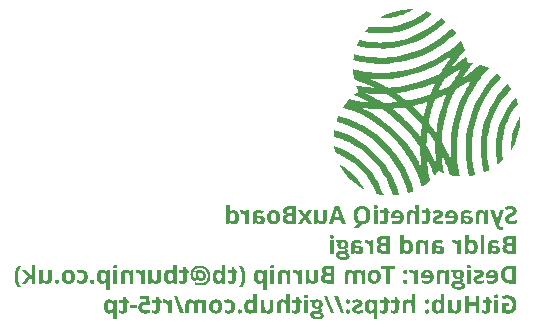
<source format=gbo>
G04 #@! TF.GenerationSoftware,KiCad,Pcbnew,(7.0.0-0)*
G04 #@! TF.CreationDate,2023-04-02T13:15:13+01:00*
G04 #@! TF.ProjectId,AuxBoard,41757842-6f61-4726-942e-6b696361645f,rev?*
G04 #@! TF.SameCoordinates,Original*
G04 #@! TF.FileFunction,Legend,Bot*
G04 #@! TF.FilePolarity,Positive*
%FSLAX46Y46*%
G04 Gerber Fmt 4.6, Leading zero omitted, Abs format (unit mm)*
G04 Created by KiCad (PCBNEW (7.0.0-0)) date 2023-04-02 13:15:13*
%MOMM*%
%LPD*%
G01*
G04 APERTURE LIST*
G04 Aperture macros list*
%AMRoundRect*
0 Rectangle with rounded corners*
0 $1 Rounding radius*
0 $2 $3 $4 $5 $6 $7 $8 $9 X,Y pos of 4 corners*
0 Add a 4 corners polygon primitive as box body*
4,1,4,$2,$3,$4,$5,$6,$7,$8,$9,$2,$3,0*
0 Add four circle primitives for the rounded corners*
1,1,$1+$1,$2,$3*
1,1,$1+$1,$4,$5*
1,1,$1+$1,$6,$7*
1,1,$1+$1,$8,$9*
0 Add four rect primitives between the rounded corners*
20,1,$1+$1,$2,$3,$4,$5,0*
20,1,$1+$1,$4,$5,$6,$7,0*
20,1,$1+$1,$6,$7,$8,$9,0*
20,1,$1+$1,$8,$9,$2,$3,0*%
G04 Aperture macros list end*
%ADD10C,0.300000*%
%ADD11C,2.750000*%
%ADD12R,1.600000X1.600000*%
%ADD13O,1.600000X1.600000*%
%ADD14R,1.700000X1.700000*%
%ADD15O,1.700000X1.700000*%
%ADD16C,3.000000*%
%ADD17RoundRect,0.250001X1.599999X-1.099999X1.599999X1.099999X-1.599999X1.099999X-1.599999X-1.099999X0*%
%ADD18O,3.700000X2.700000*%
%ADD19R,1.500000X4.000000*%
G04 #@! TA.AperFunction,Profile*
%ADD20C,0.200000*%
G04 #@! TD*
G04 APERTURE END LIST*
D10*
G36*
X182121057Y-86969909D02*
G01*
X182121631Y-86995035D01*
X182123352Y-87019488D01*
X182126222Y-87043269D01*
X182130239Y-87066377D01*
X182135404Y-87088813D01*
X182141716Y-87110575D01*
X182149177Y-87131666D01*
X182157785Y-87152083D01*
X182167541Y-87171828D01*
X182178444Y-87190901D01*
X182190496Y-87209301D01*
X182203695Y-87227028D01*
X182218042Y-87244082D01*
X182233536Y-87260464D01*
X182250179Y-87276174D01*
X182267969Y-87291210D01*
X182286781Y-87305407D01*
X182306489Y-87318688D01*
X182327092Y-87331052D01*
X182348592Y-87342501D01*
X182370987Y-87353034D01*
X182394279Y-87362651D01*
X182418466Y-87371352D01*
X182443549Y-87379138D01*
X182469528Y-87386007D01*
X182496403Y-87391960D01*
X182524173Y-87396998D01*
X182552840Y-87401120D01*
X182567509Y-87402837D01*
X182582402Y-87404325D01*
X182597520Y-87405585D01*
X182612861Y-87406615D01*
X182628426Y-87407416D01*
X182644215Y-87407989D01*
X182660228Y-87408332D01*
X182676465Y-87408447D01*
X182691500Y-87408358D01*
X182706425Y-87408092D01*
X182721241Y-87407648D01*
X182735948Y-87407027D01*
X182765032Y-87405253D01*
X182793679Y-87402768D01*
X182821887Y-87399574D01*
X182849658Y-87395670D01*
X182876991Y-87391056D01*
X182903886Y-87385732D01*
X182930343Y-87379699D01*
X182956362Y-87372955D01*
X182981943Y-87365502D01*
X183007086Y-87357339D01*
X183031791Y-87348466D01*
X183056058Y-87338883D01*
X183079888Y-87328591D01*
X183103279Y-87317588D01*
X183103279Y-87021200D01*
X183084412Y-87029516D01*
X183065910Y-87037520D01*
X183047775Y-87045212D01*
X183030006Y-87052593D01*
X183012604Y-87059661D01*
X182995568Y-87066417D01*
X182978899Y-87072861D01*
X182962595Y-87078994D01*
X182946659Y-87084814D01*
X182931088Y-87090322D01*
X182915884Y-87095519D01*
X182901046Y-87100403D01*
X182886575Y-87104976D01*
X182872470Y-87109236D01*
X182851999Y-87115042D01*
X182845359Y-87116821D01*
X182825668Y-87121797D01*
X182806298Y-87126283D01*
X182787251Y-87130280D01*
X182768525Y-87133788D01*
X182750122Y-87136806D01*
X182732041Y-87139335D01*
X182714281Y-87141374D01*
X182696844Y-87142924D01*
X182679729Y-87143985D01*
X182662935Y-87144556D01*
X182651919Y-87144665D01*
X182632635Y-87144314D01*
X182614215Y-87143261D01*
X182596657Y-87141506D01*
X182579962Y-87139049D01*
X182564131Y-87135890D01*
X182549162Y-87132029D01*
X182535056Y-87127467D01*
X182517591Y-87120291D01*
X182501660Y-87111867D01*
X182490718Y-87104731D01*
X182477495Y-87094049D01*
X182466034Y-87082154D01*
X182456337Y-87069045D01*
X182448403Y-87054722D01*
X182442232Y-87039186D01*
X182437824Y-87022436D01*
X182435180Y-87004473D01*
X182434298Y-86985296D01*
X182435174Y-86969020D01*
X182437802Y-86953440D01*
X182442181Y-86938555D01*
X182448312Y-86924365D01*
X182456194Y-86910871D01*
X182459211Y-86906528D01*
X182469240Y-86893704D01*
X182480918Y-86881060D01*
X182491909Y-86870661D01*
X182504045Y-86860387D01*
X182517325Y-86850239D01*
X182531751Y-86840216D01*
X182545301Y-86831652D01*
X182561953Y-86821898D01*
X182576479Y-86813800D01*
X182592749Y-86805033D01*
X182610765Y-86795597D01*
X182630526Y-86785490D01*
X182644670Y-86778380D01*
X182659589Y-86770973D01*
X182675284Y-86763268D01*
X182691755Y-86755265D01*
X182709001Y-86746965D01*
X182727023Y-86738367D01*
X182744019Y-86730281D01*
X182760477Y-86722235D01*
X182776397Y-86714229D01*
X182791778Y-86706264D01*
X182806622Y-86698338D01*
X182820927Y-86690453D01*
X182834694Y-86682608D01*
X182847923Y-86674802D01*
X182860615Y-86667037D01*
X182878642Y-86655464D01*
X182895459Y-86643982D01*
X182911065Y-86632590D01*
X182925461Y-86621287D01*
X182934385Y-86613803D01*
X182947058Y-86602435D01*
X182959248Y-86590726D01*
X182970955Y-86578676D01*
X182982179Y-86566284D01*
X182992920Y-86553551D01*
X183003177Y-86540477D01*
X183012952Y-86527061D01*
X183022244Y-86513304D01*
X183031053Y-86499206D01*
X183039379Y-86484767D01*
X183044661Y-86474951D01*
X183051994Y-86459812D01*
X183058606Y-86444210D01*
X183064496Y-86428145D01*
X183069665Y-86411615D01*
X183074113Y-86394622D01*
X183077840Y-86377166D01*
X183080845Y-86359245D01*
X183083129Y-86340861D01*
X183084692Y-86322014D01*
X183085534Y-86302702D01*
X183085694Y-86289570D01*
X183085164Y-86264901D01*
X183083576Y-86240901D01*
X183080928Y-86217571D01*
X183077222Y-86194911D01*
X183072456Y-86172921D01*
X183066631Y-86151600D01*
X183059748Y-86130949D01*
X183051805Y-86110968D01*
X183042803Y-86091656D01*
X183032743Y-86073015D01*
X183021623Y-86055043D01*
X183009444Y-86037741D01*
X182996207Y-86021108D01*
X182981910Y-86005146D01*
X182966554Y-85989853D01*
X182950139Y-85975230D01*
X182932791Y-85961388D01*
X182914636Y-85948439D01*
X182895674Y-85936384D01*
X182875905Y-85925221D01*
X182855328Y-85914951D01*
X182833944Y-85905575D01*
X182811754Y-85897091D01*
X182788756Y-85889501D01*
X182764951Y-85882803D01*
X182740338Y-85876998D01*
X182714919Y-85872087D01*
X182688692Y-85868068D01*
X182661659Y-85864943D01*
X182633818Y-85862710D01*
X182605170Y-85861371D01*
X182575715Y-85860924D01*
X182561057Y-85861033D01*
X182539232Y-85861604D01*
X182517600Y-85862664D01*
X182496162Y-85864214D01*
X182474916Y-85866254D01*
X182453864Y-85868782D01*
X182433004Y-85871801D01*
X182412339Y-85875308D01*
X182391866Y-85879305D01*
X182371586Y-85883792D01*
X182351500Y-85888768D01*
X182331423Y-85894188D01*
X182311173Y-85900008D01*
X182290748Y-85906227D01*
X182270150Y-85912845D01*
X182249378Y-85919862D01*
X182235433Y-85924762D01*
X182221411Y-85929840D01*
X182207312Y-85935095D01*
X182193135Y-85940528D01*
X182178881Y-85946137D01*
X182164550Y-85951925D01*
X182150142Y-85957890D01*
X182135656Y-85964032D01*
X182128384Y-85967170D01*
X182231332Y-86215565D01*
X182246237Y-86209500D01*
X182260819Y-86203669D01*
X182275077Y-86198074D01*
X182289012Y-86192713D01*
X182309307Y-86185111D01*
X182328875Y-86178038D01*
X182347716Y-86171493D01*
X182365828Y-86165476D01*
X182383213Y-86159987D01*
X182399870Y-86155026D01*
X182415799Y-86150593D01*
X182431001Y-86146688D01*
X182445747Y-86143153D01*
X182460449Y-86139965D01*
X182475105Y-86137125D01*
X182489716Y-86134633D01*
X182504283Y-86132488D01*
X182523634Y-86130170D01*
X182542906Y-86128470D01*
X182562097Y-86127388D01*
X182581208Y-86126924D01*
X182585973Y-86126905D01*
X182602635Y-86127275D01*
X182618551Y-86128386D01*
X182633719Y-86130237D01*
X182652782Y-86133858D01*
X182670516Y-86138795D01*
X182686922Y-86145049D01*
X182702000Y-86152620D01*
X182715750Y-86161507D01*
X182725191Y-86169036D01*
X182736526Y-86179976D01*
X182746349Y-86191728D01*
X182754661Y-86204293D01*
X182761461Y-86217671D01*
X182766751Y-86231862D01*
X182770529Y-86246866D01*
X182772796Y-86262683D01*
X182773551Y-86279312D01*
X182772869Y-86294738D01*
X182770821Y-86309417D01*
X182766706Y-86325598D01*
X182760733Y-86340763D01*
X182754134Y-86352951D01*
X182744392Y-86366631D01*
X182734311Y-86378188D01*
X182722633Y-86389591D01*
X182709358Y-86400840D01*
X182697076Y-86410096D01*
X182691852Y-86413768D01*
X182679304Y-86421828D01*
X182663093Y-86431353D01*
X182648530Y-86439459D01*
X182631906Y-86448389D01*
X182613221Y-86458144D01*
X182599620Y-86465105D01*
X182585103Y-86472432D01*
X182569670Y-86480126D01*
X182553321Y-86488186D01*
X182536056Y-86496612D01*
X182517875Y-86505405D01*
X182498778Y-86514564D01*
X182488886Y-86519281D01*
X182463026Y-86531877D01*
X182438202Y-86544480D01*
X182414414Y-86557088D01*
X182391663Y-86569702D01*
X182369947Y-86582321D01*
X182349267Y-86594946D01*
X182329624Y-86607577D01*
X182311017Y-86620214D01*
X182293445Y-86632857D01*
X182276910Y-86645505D01*
X182261411Y-86658159D01*
X182246949Y-86670818D01*
X182233522Y-86683483D01*
X182221131Y-86696155D01*
X182209777Y-86708831D01*
X182199459Y-86721514D01*
X182189965Y-86734334D01*
X182181083Y-86747514D01*
X182172814Y-86761055D01*
X182165158Y-86774957D01*
X182158114Y-86789220D01*
X182151682Y-86803843D01*
X182145864Y-86818826D01*
X182140657Y-86834171D01*
X182136063Y-86849876D01*
X182132082Y-86865941D01*
X182128713Y-86882368D01*
X182125957Y-86899155D01*
X182123813Y-86916302D01*
X182122282Y-86933810D01*
X182121363Y-86951679D01*
X182121057Y-86969909D01*
G37*
G36*
X182043754Y-86236081D02*
G01*
X181699738Y-86236081D01*
X181482117Y-86888210D01*
X181477051Y-86904420D01*
X181472294Y-86921178D01*
X181467846Y-86938483D01*
X181463708Y-86956336D01*
X181459878Y-86974736D01*
X181456357Y-86993684D01*
X181453146Y-87013179D01*
X181450244Y-87033221D01*
X181447651Y-87053811D01*
X181445367Y-87074948D01*
X181444016Y-87089344D01*
X181437787Y-87089344D01*
X181435468Y-87069460D01*
X181432768Y-87049789D01*
X181429689Y-87030331D01*
X181426230Y-87011085D01*
X181422390Y-86992051D01*
X181418171Y-86973230D01*
X181413572Y-86954622D01*
X181408593Y-86936226D01*
X181403234Y-86918043D01*
X181397494Y-86900072D01*
X181393457Y-86888210D01*
X181180233Y-86236081D01*
X180843178Y-86236081D01*
X181330809Y-87540338D01*
X181339413Y-87562605D01*
X181348463Y-87584159D01*
X181357960Y-87605000D01*
X181367903Y-87625128D01*
X181378293Y-87644544D01*
X181389130Y-87663247D01*
X181400412Y-87681238D01*
X181412142Y-87698516D01*
X181424318Y-87715081D01*
X181436940Y-87730933D01*
X181450009Y-87746073D01*
X181463524Y-87760500D01*
X181477486Y-87774214D01*
X181491895Y-87787216D01*
X181506750Y-87799505D01*
X181522051Y-87811081D01*
X181537738Y-87821950D01*
X181553747Y-87832118D01*
X181570081Y-87841585D01*
X181586737Y-87850351D01*
X181603717Y-87858415D01*
X181621021Y-87865778D01*
X181638648Y-87872440D01*
X181656598Y-87878401D01*
X181674872Y-87883660D01*
X181693470Y-87888218D01*
X181712390Y-87892075D01*
X181731634Y-87895230D01*
X181751202Y-87897685D01*
X181771093Y-87899438D01*
X181791307Y-87900490D01*
X181811845Y-87900840D01*
X181827069Y-87900686D01*
X181842242Y-87900222D01*
X181857363Y-87899449D01*
X181872433Y-87898367D01*
X181887451Y-87896976D01*
X181902417Y-87895276D01*
X181917332Y-87893267D01*
X181932196Y-87890949D01*
X181947008Y-87888321D01*
X181961768Y-87885384D01*
X181971580Y-87883255D01*
X181971580Y-87633761D01*
X181957223Y-87636938D01*
X181942546Y-87639691D01*
X181927548Y-87642021D01*
X181912229Y-87643927D01*
X181896590Y-87645410D01*
X181880630Y-87646469D01*
X181864350Y-87647105D01*
X181847749Y-87647316D01*
X181832274Y-87646866D01*
X181817172Y-87645513D01*
X181802444Y-87643259D01*
X181788089Y-87640104D01*
X181769530Y-87634494D01*
X181751636Y-87627281D01*
X181734405Y-87618465D01*
X181717838Y-87608047D01*
X181705849Y-87599181D01*
X181701936Y-87596025D01*
X181690500Y-87586016D01*
X181679546Y-87575087D01*
X181669076Y-87563236D01*
X181659089Y-87550464D01*
X181649584Y-87536772D01*
X181640563Y-87522159D01*
X181632024Y-87506624D01*
X181623969Y-87490169D01*
X181616397Y-87472793D01*
X181609307Y-87454496D01*
X181604849Y-87441786D01*
X181586165Y-87385000D01*
X182043754Y-86236081D01*
G37*
G36*
X179620987Y-87385000D02*
G01*
X179935327Y-87385000D01*
X179935327Y-86713087D01*
X179935501Y-86697760D01*
X179936020Y-86682920D01*
X179937449Y-86661571D01*
X179939657Y-86641317D01*
X179942644Y-86622158D01*
X179946410Y-86604094D01*
X179950956Y-86587125D01*
X179956280Y-86571250D01*
X179962384Y-86556470D01*
X179969268Y-86542785D01*
X179976930Y-86530195D01*
X179979658Y-86526242D01*
X179991559Y-86511644D01*
X180005097Y-86498993D01*
X180020272Y-86488289D01*
X180037085Y-86479530D01*
X180050769Y-86474239D01*
X180065374Y-86470042D01*
X180080900Y-86466940D01*
X180097346Y-86464933D01*
X180114714Y-86464021D01*
X180120708Y-86463960D01*
X180136909Y-86464303D01*
X180152541Y-86465334D01*
X180167604Y-86467051D01*
X180182097Y-86469455D01*
X180202768Y-86474350D01*
X180222158Y-86480790D01*
X180240266Y-86488775D01*
X180257093Y-86498306D01*
X180272638Y-86509383D01*
X180286901Y-86522006D01*
X180299883Y-86536174D01*
X180311584Y-86551887D01*
X180322059Y-86569391D01*
X180331505Y-86588930D01*
X180337229Y-86603087D01*
X180342496Y-86618148D01*
X180347304Y-86634113D01*
X180351655Y-86650983D01*
X180355547Y-86668757D01*
X180358982Y-86687436D01*
X180361959Y-86707020D01*
X180364477Y-86727507D01*
X180366538Y-86748900D01*
X180368141Y-86771196D01*
X180369286Y-86794397D01*
X180369973Y-86818503D01*
X180370202Y-86843513D01*
X180370202Y-87385000D01*
X180684542Y-87385000D01*
X180684542Y-86236081D01*
X180444207Y-86236081D01*
X180402076Y-86381528D01*
X180384490Y-86381528D01*
X180374316Y-86366226D01*
X180363440Y-86351646D01*
X180351862Y-86337787D01*
X180339582Y-86324650D01*
X180326600Y-86312233D01*
X180312916Y-86300538D01*
X180298530Y-86289565D01*
X180283442Y-86279312D01*
X180267652Y-86269781D01*
X180251161Y-86260971D01*
X180239776Y-86255498D01*
X180222247Y-86247838D01*
X180204279Y-86240931D01*
X180185873Y-86234778D01*
X180167030Y-86229378D01*
X180147749Y-86224731D01*
X180128029Y-86220838D01*
X180107872Y-86217699D01*
X180087277Y-86215313D01*
X180066244Y-86213680D01*
X180044773Y-86212801D01*
X180030216Y-86212634D01*
X180005453Y-86213059D01*
X179981449Y-86214334D01*
X179958204Y-86216459D01*
X179935717Y-86219434D01*
X179913988Y-86223260D01*
X179893018Y-86227935D01*
X179872807Y-86233461D01*
X179853353Y-86239836D01*
X179834659Y-86247062D01*
X179816723Y-86255138D01*
X179799545Y-86264064D01*
X179783126Y-86273840D01*
X179767465Y-86284466D01*
X179752563Y-86295942D01*
X179738420Y-86308268D01*
X179725034Y-86321444D01*
X179712435Y-86335376D01*
X179700648Y-86350061D01*
X179689675Y-86365498D01*
X179679514Y-86381688D01*
X179670166Y-86398631D01*
X179661630Y-86416327D01*
X179653908Y-86434775D01*
X179646999Y-86453976D01*
X179640902Y-86473930D01*
X179635619Y-86494637D01*
X179631148Y-86516097D01*
X179627490Y-86538309D01*
X179624645Y-86561274D01*
X179622613Y-86584992D01*
X179621393Y-86609462D01*
X179620987Y-86634685D01*
X179620987Y-87385000D01*
G37*
G36*
X178848763Y-86212735D02*
G01*
X178863772Y-86213040D01*
X178878696Y-86213548D01*
X178893536Y-86214260D01*
X178908292Y-86215174D01*
X178922963Y-86216292D01*
X178952052Y-86219137D01*
X178980803Y-86222795D01*
X179009216Y-86227266D01*
X179037291Y-86232549D01*
X179065029Y-86238646D01*
X179092429Y-86245555D01*
X179119491Y-86253277D01*
X179146216Y-86261813D01*
X179172603Y-86271161D01*
X179198652Y-86281321D01*
X179224363Y-86292295D01*
X179249737Y-86304082D01*
X179274773Y-86316681D01*
X179170725Y-86528806D01*
X179147604Y-86518735D01*
X179124861Y-86509314D01*
X179102496Y-86500543D01*
X179080508Y-86492422D01*
X179058898Y-86484950D01*
X179037666Y-86478128D01*
X179016812Y-86471955D01*
X178996336Y-86466433D01*
X178976237Y-86461560D01*
X178956517Y-86457337D01*
X178937174Y-86453763D01*
X178918209Y-86450839D01*
X178899621Y-86448565D01*
X178881412Y-86446941D01*
X178863580Y-86445966D01*
X178846127Y-86445642D01*
X178824388Y-86446357D01*
X178804052Y-86448504D01*
X178785118Y-86452082D01*
X178767587Y-86457090D01*
X178751459Y-86463530D01*
X178736732Y-86471401D01*
X178723409Y-86480704D01*
X178711488Y-86491437D01*
X178700969Y-86503601D01*
X178691853Y-86517197D01*
X178684139Y-86532224D01*
X178677828Y-86548681D01*
X178672919Y-86566570D01*
X178669413Y-86585890D01*
X178667309Y-86606641D01*
X178666608Y-86628824D01*
X178666608Y-86681580D01*
X178866643Y-86687808D01*
X178882681Y-86688456D01*
X178898465Y-86689252D01*
X178913994Y-86690199D01*
X178929268Y-86691294D01*
X178944288Y-86692540D01*
X178959053Y-86693935D01*
X178987818Y-86697173D01*
X179015564Y-86701010D01*
X179042292Y-86705445D01*
X179068000Y-86710479D01*
X179092690Y-86716110D01*
X179116360Y-86722340D01*
X179139012Y-86729167D01*
X179160645Y-86736593D01*
X179181258Y-86744618D01*
X179200853Y-86753240D01*
X179219429Y-86762461D01*
X179236986Y-86772280D01*
X179253524Y-86782697D01*
X179269051Y-86793783D01*
X179283577Y-86805612D01*
X179297101Y-86818181D01*
X179309623Y-86831492D01*
X179321144Y-86845544D01*
X179331662Y-86860337D01*
X179341179Y-86875872D01*
X179349694Y-86892148D01*
X179357208Y-86909165D01*
X179363719Y-86926924D01*
X179369229Y-86945424D01*
X179373737Y-86964665D01*
X179377243Y-86984648D01*
X179379748Y-87005372D01*
X179381250Y-87026837D01*
X179381751Y-87049043D01*
X179381379Y-87070304D01*
X179380263Y-87090946D01*
X179378402Y-87110970D01*
X179375798Y-87130376D01*
X179372449Y-87149164D01*
X179368356Y-87167333D01*
X179363519Y-87184884D01*
X179357937Y-87201817D01*
X179351612Y-87218132D01*
X179344542Y-87233828D01*
X179336728Y-87248907D01*
X179328170Y-87263367D01*
X179318868Y-87277208D01*
X179308822Y-87290432D01*
X179298031Y-87303037D01*
X179286496Y-87315024D01*
X179274313Y-87326337D01*
X179261578Y-87336920D01*
X179248290Y-87346773D01*
X179234450Y-87355896D01*
X179220057Y-87364290D01*
X179205112Y-87371953D01*
X179189614Y-87378887D01*
X179173565Y-87385091D01*
X179156962Y-87390565D01*
X179139808Y-87395309D01*
X179122100Y-87399323D01*
X179103841Y-87402608D01*
X179085029Y-87405162D01*
X179065665Y-87406987D01*
X179045748Y-87408082D01*
X179025279Y-87408447D01*
X179016902Y-87408409D01*
X179000447Y-87408109D01*
X178984390Y-87407508D01*
X178968731Y-87406606D01*
X178953469Y-87405404D01*
X178938606Y-87403901D01*
X178917057Y-87401084D01*
X178896402Y-87397590D01*
X178876644Y-87393420D01*
X178857780Y-87388574D01*
X178839811Y-87383052D01*
X178822738Y-87376853D01*
X178806559Y-87369979D01*
X178790805Y-87362159D01*
X178775141Y-87353265D01*
X178759567Y-87343294D01*
X178744083Y-87332249D01*
X178728689Y-87320128D01*
X178713385Y-87306931D01*
X178698172Y-87292659D01*
X178683049Y-87277311D01*
X178673017Y-87266482D01*
X178663025Y-87255175D01*
X178653073Y-87243390D01*
X178643161Y-87231127D01*
X178634734Y-87231127D01*
X178573918Y-87385000D01*
X178354466Y-87385000D01*
X178354466Y-86865129D01*
X178666608Y-86865129D01*
X178666608Y-86956720D01*
X178666864Y-86969113D01*
X178668209Y-86987124D01*
X178670707Y-87004439D01*
X178674357Y-87021058D01*
X178679160Y-87036982D01*
X178685116Y-87052211D01*
X178692225Y-87066743D01*
X178700486Y-87080581D01*
X178709901Y-87093723D01*
X178720467Y-87106169D01*
X178732187Y-87117920D01*
X178740512Y-87125284D01*
X178753649Y-87135440D01*
X178767564Y-87144527D01*
X178782259Y-87152545D01*
X178797734Y-87159494D01*
X178813987Y-87165373D01*
X178831020Y-87170184D01*
X178848832Y-87173926D01*
X178867423Y-87176598D01*
X178886793Y-87178202D01*
X178906943Y-87178736D01*
X178916320Y-87178611D01*
X178934180Y-87177606D01*
X178950849Y-87175597D01*
X178966328Y-87172583D01*
X178987314Y-87166178D01*
X179005621Y-87157513D01*
X179021249Y-87146588D01*
X179034197Y-87133402D01*
X179044467Y-87117956D01*
X179052058Y-87100249D01*
X179056969Y-87080282D01*
X179058755Y-87065714D01*
X179059351Y-87050143D01*
X179058761Y-87033784D01*
X179056993Y-87018230D01*
X179054047Y-87003482D01*
X179048286Y-86985069D01*
X179040429Y-86968087D01*
X179030477Y-86952537D01*
X179018430Y-86938418D01*
X179004287Y-86925729D01*
X178992306Y-86917152D01*
X178988047Y-86914444D01*
X178974451Y-86906785D01*
X178959625Y-86899829D01*
X178943569Y-86893575D01*
X178926283Y-86888022D01*
X178907767Y-86883172D01*
X178888021Y-86879024D01*
X178867045Y-86875577D01*
X178852378Y-86873669D01*
X178837163Y-86872074D01*
X178821403Y-86870790D01*
X178805095Y-86869818D01*
X178788241Y-86869159D01*
X178666608Y-86865129D01*
X178354466Y-86865129D01*
X178354466Y-86619665D01*
X178354949Y-86594383D01*
X178356401Y-86569919D01*
X178358819Y-86546274D01*
X178362205Y-86523448D01*
X178366559Y-86501441D01*
X178371879Y-86480251D01*
X178378168Y-86459881D01*
X178385423Y-86440329D01*
X178393647Y-86421596D01*
X178402837Y-86403681D01*
X178412995Y-86386585D01*
X178424121Y-86370308D01*
X178436214Y-86354849D01*
X178449274Y-86340209D01*
X178463302Y-86326387D01*
X178478297Y-86313384D01*
X178494153Y-86301184D01*
X178510857Y-86289771D01*
X178528409Y-86279145D01*
X178546807Y-86269306D01*
X178566052Y-86260254D01*
X178586145Y-86251989D01*
X178607085Y-86244512D01*
X178628872Y-86237821D01*
X178651507Y-86231918D01*
X178674989Y-86226802D01*
X178699317Y-86222473D01*
X178724494Y-86218931D01*
X178750517Y-86216176D01*
X178777387Y-86214208D01*
X178805105Y-86213027D01*
X178833670Y-86212634D01*
X178848763Y-86212735D01*
G37*
G36*
X177578627Y-86212789D02*
G01*
X177594284Y-86213254D01*
X177609725Y-86214028D01*
X177624949Y-86215113D01*
X177639956Y-86216507D01*
X177654746Y-86218211D01*
X177683676Y-86222549D01*
X177711738Y-86228126D01*
X177738934Y-86234942D01*
X177765262Y-86242998D01*
X177790723Y-86252293D01*
X177815316Y-86262827D01*
X177839043Y-86274601D01*
X177861902Y-86287614D01*
X177883894Y-86301866D01*
X177905018Y-86317358D01*
X177925276Y-86334089D01*
X177944666Y-86352060D01*
X177963189Y-86371270D01*
X177980713Y-86391567D01*
X177997106Y-86412892D01*
X178012369Y-86435244D01*
X178026501Y-86458625D01*
X178039503Y-86483032D01*
X178051374Y-86508467D01*
X178062114Y-86534930D01*
X178071724Y-86562420D01*
X178076105Y-86576551D01*
X178080203Y-86590938D01*
X178084019Y-86605582D01*
X178087552Y-86620483D01*
X178090803Y-86635641D01*
X178093770Y-86651056D01*
X178096455Y-86666728D01*
X178098858Y-86682656D01*
X178100978Y-86698842D01*
X178102815Y-86715284D01*
X178104369Y-86731983D01*
X178105641Y-86748940D01*
X178106631Y-86766153D01*
X178107337Y-86783623D01*
X178107761Y-86801349D01*
X178107903Y-86819333D01*
X178107750Y-86836817D01*
X178107291Y-86854050D01*
X178106528Y-86871034D01*
X178105458Y-86887769D01*
X178104083Y-86904253D01*
X178102403Y-86920488D01*
X178100417Y-86936473D01*
X178098125Y-86952209D01*
X178095528Y-86967694D01*
X178092625Y-86982930D01*
X178089417Y-86997917D01*
X178085903Y-87012653D01*
X178082084Y-87027140D01*
X178077959Y-87041377D01*
X178068793Y-87069102D01*
X178058405Y-87095828D01*
X178046794Y-87121555D01*
X178033961Y-87146283D01*
X178019906Y-87170012D01*
X178004629Y-87192743D01*
X177988130Y-87214474D01*
X177970409Y-87235207D01*
X177951465Y-87254940D01*
X177931391Y-87273529D01*
X177910369Y-87290918D01*
X177888400Y-87307108D01*
X177865484Y-87322099D01*
X177841620Y-87335891D01*
X177816809Y-87348483D01*
X177791050Y-87359876D01*
X177764344Y-87370070D01*
X177736691Y-87379065D01*
X177722509Y-87383112D01*
X177708090Y-87386860D01*
X177693435Y-87390308D01*
X177678542Y-87393456D01*
X177663413Y-87396304D01*
X177648047Y-87398853D01*
X177632444Y-87401101D01*
X177616604Y-87403050D01*
X177600527Y-87404699D01*
X177584213Y-87406048D01*
X177567663Y-87407098D01*
X177550876Y-87407847D01*
X177533852Y-87408297D01*
X177516591Y-87408447D01*
X177499898Y-87408368D01*
X177483526Y-87408132D01*
X177467475Y-87407738D01*
X177451744Y-87407187D01*
X177436334Y-87406479D01*
X177421244Y-87405613D01*
X177406475Y-87404590D01*
X177384923Y-87402760D01*
X177364091Y-87400576D01*
X177343981Y-87398037D01*
X177324593Y-87395145D01*
X177305925Y-87391898D01*
X177287979Y-87388297D01*
X177276300Y-87385696D01*
X177258947Y-87381490D01*
X177241794Y-87376917D01*
X177224841Y-87371976D01*
X177208088Y-87366668D01*
X177191534Y-87360994D01*
X177175179Y-87354952D01*
X177159024Y-87348543D01*
X177143069Y-87341767D01*
X177127314Y-87334624D01*
X177111758Y-87327114D01*
X177111758Y-87084214D01*
X177124365Y-87090022D01*
X177143151Y-87098357D01*
X177161790Y-87106242D01*
X177180280Y-87113676D01*
X177198622Y-87120659D01*
X177216816Y-87127191D01*
X177234862Y-87133273D01*
X177252760Y-87138904D01*
X177270510Y-87144084D01*
X177288111Y-87148813D01*
X177305565Y-87153091D01*
X177317195Y-87155708D01*
X177334808Y-87159318D01*
X177352620Y-87162548D01*
X177370631Y-87165397D01*
X177388842Y-87167867D01*
X177407253Y-87169957D01*
X177425864Y-87171667D01*
X177444674Y-87172997D01*
X177463684Y-87173946D01*
X177482893Y-87174516D01*
X177502302Y-87174706D01*
X177510602Y-87174633D01*
X177526854Y-87174046D01*
X177542642Y-87172873D01*
X177557966Y-87171113D01*
X177572827Y-87168766D01*
X177587224Y-87165832D01*
X177607950Y-87160331D01*
X177627633Y-87153510D01*
X177646272Y-87145369D01*
X177663868Y-87135907D01*
X177680421Y-87125126D01*
X177695931Y-87113024D01*
X177710397Y-87099602D01*
X177714955Y-87094850D01*
X177727822Y-87079910D01*
X177739479Y-87063938D01*
X177749925Y-87046937D01*
X177759159Y-87028905D01*
X177767184Y-87009842D01*
X177773997Y-86989750D01*
X177779600Y-86968627D01*
X177782663Y-86953972D01*
X177785187Y-86938859D01*
X177787173Y-86923289D01*
X177788622Y-86907260D01*
X177789532Y-86890774D01*
X177046545Y-86890774D01*
X177046545Y-86737634D01*
X177046678Y-86722373D01*
X177047078Y-86707320D01*
X177047743Y-86692474D01*
X177048437Y-86681580D01*
X177341468Y-86681580D01*
X177782205Y-86681580D01*
X177781007Y-86667090D01*
X177778496Y-86646144D01*
X177775129Y-86626145D01*
X177770906Y-86607092D01*
X177765826Y-86588986D01*
X177759889Y-86571826D01*
X177753096Y-86555614D01*
X177745446Y-86540348D01*
X177736940Y-86526028D01*
X177727577Y-86512656D01*
X177717358Y-86500230D01*
X177710092Y-86492466D01*
X177698566Y-86481760D01*
X177686286Y-86472180D01*
X177673252Y-86463728D01*
X177659465Y-86456402D01*
X177644925Y-86450204D01*
X177629631Y-86445132D01*
X177613584Y-86441188D01*
X177596783Y-86438370D01*
X177579228Y-86436680D01*
X177560921Y-86436116D01*
X177548580Y-86436366D01*
X177530676Y-86437681D01*
X177513499Y-86440123D01*
X177497051Y-86443692D01*
X177481329Y-86448388D01*
X177466336Y-86454211D01*
X177452070Y-86461160D01*
X177438532Y-86469237D01*
X177425722Y-86478441D01*
X177413640Y-86488772D01*
X177402285Y-86500230D01*
X177395178Y-86508409D01*
X177385344Y-86521466D01*
X177376502Y-86535469D01*
X177368652Y-86550420D01*
X177361793Y-86566317D01*
X177355926Y-86583161D01*
X177351051Y-86600951D01*
X177347168Y-86619689D01*
X177344276Y-86639372D01*
X177342376Y-86660003D01*
X177341468Y-86681580D01*
X177048437Y-86681580D01*
X177048675Y-86677836D01*
X177051337Y-86649183D01*
X177055063Y-86621359D01*
X177059855Y-86594365D01*
X177065711Y-86568202D01*
X177072631Y-86542868D01*
X177080617Y-86518365D01*
X177089667Y-86494691D01*
X177099783Y-86471848D01*
X177110962Y-86449835D01*
X177123207Y-86428651D01*
X177136516Y-86408298D01*
X177150890Y-86388775D01*
X177166329Y-86370082D01*
X177182833Y-86352219D01*
X177191433Y-86343631D01*
X177209268Y-86327273D01*
X177227947Y-86312006D01*
X177247470Y-86297830D01*
X177267837Y-86284744D01*
X177289049Y-86272748D01*
X177311106Y-86261843D01*
X177334006Y-86252028D01*
X177357751Y-86243304D01*
X177382341Y-86235671D01*
X177407774Y-86229128D01*
X177434052Y-86223675D01*
X177461175Y-86219313D01*
X177489142Y-86216042D01*
X177517953Y-86213861D01*
X177532675Y-86213179D01*
X177547608Y-86212770D01*
X177562752Y-86212634D01*
X177578627Y-86212789D01*
G37*
G36*
X175994347Y-87045380D02*
G01*
X175994828Y-87067216D01*
X175996270Y-87088393D01*
X175998675Y-87108913D01*
X176002041Y-87128773D01*
X176006368Y-87147976D01*
X176011658Y-87166520D01*
X176017909Y-87184406D01*
X176025122Y-87201634D01*
X176033296Y-87218204D01*
X176042432Y-87234115D01*
X176052530Y-87249367D01*
X176063590Y-87263962D01*
X176075611Y-87277898D01*
X176088594Y-87291176D01*
X176102539Y-87303795D01*
X176117445Y-87315757D01*
X176133311Y-87326981D01*
X176150132Y-87337481D01*
X176167909Y-87347257D01*
X176186642Y-87356309D01*
X176206332Y-87364636D01*
X176226977Y-87372240D01*
X176248578Y-87379119D01*
X176271135Y-87385274D01*
X176294648Y-87390705D01*
X176319117Y-87395412D01*
X176344543Y-87399395D01*
X176370924Y-87402654D01*
X176398261Y-87405188D01*
X176426554Y-87406999D01*
X176455803Y-87408085D01*
X176470786Y-87408356D01*
X176486008Y-87408447D01*
X176501571Y-87408380D01*
X176516845Y-87408178D01*
X176531831Y-87407841D01*
X176546527Y-87407371D01*
X176568029Y-87406412D01*
X176588880Y-87405151D01*
X176609082Y-87403587D01*
X176628632Y-87401721D01*
X176647533Y-87399551D01*
X176665783Y-87397080D01*
X176683382Y-87394305D01*
X176700331Y-87391228D01*
X176716855Y-87387926D01*
X176733179Y-87384341D01*
X176749304Y-87380473D01*
X176765229Y-87376321D01*
X176780954Y-87371886D01*
X176796480Y-87367168D01*
X176811806Y-87362166D01*
X176826933Y-87356881D01*
X176841860Y-87351313D01*
X176856587Y-87345461D01*
X176866294Y-87341402D01*
X176866294Y-87082016D01*
X176849683Y-87089594D01*
X176832686Y-87096940D01*
X176815302Y-87104054D01*
X176797532Y-87110936D01*
X176779375Y-87117586D01*
X176760833Y-87124005D01*
X176741903Y-87130192D01*
X176722588Y-87136147D01*
X176702886Y-87141870D01*
X176682797Y-87147361D01*
X176669190Y-87150893D01*
X176648814Y-87155869D01*
X176628901Y-87160355D01*
X176609453Y-87164352D01*
X176590467Y-87167860D01*
X176571946Y-87170878D01*
X176553888Y-87173407D01*
X176536294Y-87175446D01*
X176519164Y-87176996D01*
X176502497Y-87178057D01*
X176486294Y-87178628D01*
X176475750Y-87178736D01*
X176455031Y-87178349D01*
X176435650Y-87177185D01*
X176417605Y-87175246D01*
X176400897Y-87172531D01*
X176385525Y-87169041D01*
X176371490Y-87164775D01*
X176352944Y-87156921D01*
X176337406Y-87147322D01*
X176324874Y-87135978D01*
X176315351Y-87122889D01*
X176308835Y-87108054D01*
X176305326Y-87091474D01*
X176304658Y-87079452D01*
X176305744Y-87063929D01*
X176309649Y-87047821D01*
X176316392Y-87033452D01*
X176325975Y-87020824D01*
X176327372Y-87019368D01*
X176338888Y-87008829D01*
X176351270Y-86999350D01*
X176365970Y-86989458D01*
X176379991Y-86980900D01*
X176395623Y-86972055D01*
X176405774Y-86966612D01*
X176420188Y-86959044D01*
X176435770Y-86951178D01*
X176452520Y-86943015D01*
X176465849Y-86936698D01*
X176479834Y-86930213D01*
X176494476Y-86923560D01*
X176509776Y-86916740D01*
X176525732Y-86909753D01*
X176542345Y-86902598D01*
X176553785Y-86897735D01*
X176570133Y-86890807D01*
X176585928Y-86883945D01*
X176601171Y-86877148D01*
X176615861Y-86870418D01*
X176629999Y-86863753D01*
X176643585Y-86857154D01*
X176662927Y-86847380D01*
X176681027Y-86837753D01*
X176697883Y-86828274D01*
X176713497Y-86818944D01*
X176727868Y-86809761D01*
X176740996Y-86800727D01*
X176749057Y-86794787D01*
X176764101Y-86782668D01*
X176778092Y-86770126D01*
X176791029Y-86757160D01*
X176802913Y-86743770D01*
X176813744Y-86729957D01*
X176823521Y-86715721D01*
X176832245Y-86701060D01*
X176839916Y-86685976D01*
X176846527Y-86670148D01*
X176852258Y-86653439D01*
X176857106Y-86635848D01*
X176861073Y-86617375D01*
X176864159Y-86598020D01*
X176865894Y-86582926D01*
X176867134Y-86567336D01*
X176867878Y-86551250D01*
X176868126Y-86534668D01*
X176867661Y-86515707D01*
X176866265Y-86497293D01*
X176863940Y-86479426D01*
X176860684Y-86462105D01*
X176856498Y-86445331D01*
X176851382Y-86429104D01*
X176845335Y-86413423D01*
X176838359Y-86398289D01*
X176830452Y-86383702D01*
X176821615Y-86369661D01*
X176811847Y-86356167D01*
X176801150Y-86343220D01*
X176789522Y-86330819D01*
X176776964Y-86318965D01*
X176763476Y-86307658D01*
X176749057Y-86296898D01*
X176733786Y-86286694D01*
X176717739Y-86277148D01*
X176700916Y-86268261D01*
X176683318Y-86260032D01*
X176664944Y-86252462D01*
X176645794Y-86245549D01*
X176625869Y-86239295D01*
X176605168Y-86233700D01*
X176583691Y-86228762D01*
X176561439Y-86224483D01*
X176538411Y-86220863D01*
X176514607Y-86217900D01*
X176490028Y-86215596D01*
X176464673Y-86213950D01*
X176438542Y-86212963D01*
X176411636Y-86212634D01*
X176385668Y-86212989D01*
X176359790Y-86214053D01*
X176334000Y-86215828D01*
X176308298Y-86218312D01*
X176282686Y-86221507D01*
X176257162Y-86225411D01*
X176231727Y-86230025D01*
X176206380Y-86235348D01*
X176181123Y-86241382D01*
X176155954Y-86248125D01*
X176130874Y-86255579D01*
X176105882Y-86263742D01*
X176080979Y-86272615D01*
X176056165Y-86282197D01*
X176031440Y-86292490D01*
X176006803Y-86303492D01*
X176101692Y-86530272D01*
X176117807Y-86523450D01*
X176133729Y-86516859D01*
X176149457Y-86510501D01*
X176164993Y-86504374D01*
X176180335Y-86498480D01*
X176195484Y-86492817D01*
X176210440Y-86487386D01*
X176225202Y-86482186D01*
X176239772Y-86477219D01*
X176254148Y-86472483D01*
X176263625Y-86469455D01*
X176277733Y-86465199D01*
X176291892Y-86461362D01*
X176310851Y-86456897D01*
X176329902Y-86453176D01*
X176349045Y-86450200D01*
X176368279Y-86447967D01*
X176387605Y-86446479D01*
X176407022Y-86445735D01*
X176416765Y-86445642D01*
X176433624Y-86445936D01*
X176449394Y-86446821D01*
X176464078Y-86448295D01*
X176484063Y-86451611D01*
X176501601Y-86456255D01*
X176516692Y-86462225D01*
X176533007Y-86472248D01*
X176544971Y-86484630D01*
X176552585Y-86499370D01*
X176555847Y-86516469D01*
X176555983Y-86521113D01*
X176554412Y-86536526D01*
X176549698Y-86551166D01*
X176541841Y-86565033D01*
X176530842Y-86578128D01*
X176519275Y-86588450D01*
X176511287Y-86594385D01*
X176498361Y-86602634D01*
X176482115Y-86611811D01*
X176467752Y-86619301D01*
X176451521Y-86627314D01*
X176433422Y-86635848D01*
X176413456Y-86644904D01*
X176399108Y-86651231D01*
X176383930Y-86657789D01*
X176367921Y-86664580D01*
X176351083Y-86671602D01*
X176333414Y-86678857D01*
X176314916Y-86686343D01*
X176298301Y-86693139D01*
X176282252Y-86699881D01*
X176266770Y-86706569D01*
X176251855Y-86713202D01*
X176237507Y-86719781D01*
X176223725Y-86726305D01*
X176210511Y-86732775D01*
X176191751Y-86742378D01*
X176174266Y-86751859D01*
X176158057Y-86761217D01*
X176143122Y-86770453D01*
X176129463Y-86779567D01*
X176117079Y-86788558D01*
X176101846Y-86800603D01*
X176087655Y-86813105D01*
X176074506Y-86826065D01*
X176062399Y-86839483D01*
X176051334Y-86853359D01*
X176041310Y-86867693D01*
X176032329Y-86882485D01*
X176024389Y-86897735D01*
X176017348Y-86913586D01*
X176011246Y-86930181D01*
X176006082Y-86947520D01*
X176001857Y-86965604D01*
X175998572Y-86984432D01*
X175996723Y-86999041D01*
X175995403Y-87014069D01*
X175994611Y-87029515D01*
X175994347Y-87045380D01*
G37*
G36*
X175269312Y-87158220D02*
G01*
X175253566Y-87157901D01*
X175237241Y-87156945D01*
X175220336Y-87155351D01*
X175202851Y-87153120D01*
X175184787Y-87150251D01*
X175166143Y-87146744D01*
X175146920Y-87142600D01*
X175127117Y-87137818D01*
X175106734Y-87132399D01*
X175085772Y-87126342D01*
X175071475Y-87121950D01*
X175071475Y-87356057D01*
X175086385Y-87362401D01*
X175101712Y-87368336D01*
X175117457Y-87373861D01*
X175133620Y-87378977D01*
X175150201Y-87383684D01*
X175167200Y-87387982D01*
X175184616Y-87391870D01*
X175202451Y-87395349D01*
X175220703Y-87398419D01*
X175239373Y-87401079D01*
X175258461Y-87403331D01*
X175277967Y-87405172D01*
X175297891Y-87406605D01*
X175318233Y-87407628D01*
X175338993Y-87408242D01*
X175360170Y-87408447D01*
X175383310Y-87408075D01*
X175405651Y-87406958D01*
X175427194Y-87405098D01*
X175447938Y-87402493D01*
X175467883Y-87399145D01*
X175487030Y-87395052D01*
X175505378Y-87390214D01*
X175522928Y-87384633D01*
X175539679Y-87378308D01*
X175555632Y-87371238D01*
X175570786Y-87363424D01*
X175585141Y-87354866D01*
X175598698Y-87345564D01*
X175611456Y-87335517D01*
X175623416Y-87324727D01*
X175634577Y-87313192D01*
X175645003Y-87300913D01*
X175654756Y-87287890D01*
X175663836Y-87274123D01*
X175672244Y-87259611D01*
X175679979Y-87244356D01*
X175687042Y-87228356D01*
X175693432Y-87211612D01*
X175699149Y-87194124D01*
X175704194Y-87175891D01*
X175708566Y-87156915D01*
X175712265Y-87137194D01*
X175715292Y-87116729D01*
X175717646Y-87095520D01*
X175719328Y-87073567D01*
X175720337Y-87050870D01*
X175720673Y-87027428D01*
X175720673Y-86472020D01*
X175871249Y-86472020D01*
X175871249Y-86339030D01*
X175697958Y-86233883D01*
X175607100Y-85990983D01*
X175406332Y-85990983D01*
X175406332Y-86236081D01*
X175083932Y-86236081D01*
X175083932Y-86472020D01*
X175406332Y-86472020D01*
X175406332Y-87027428D01*
X175405748Y-87043640D01*
X175403997Y-87058752D01*
X175400165Y-87076097D01*
X175394509Y-87091725D01*
X175387027Y-87105635D01*
X175377722Y-87117828D01*
X175368963Y-87126346D01*
X175356581Y-87135529D01*
X175343017Y-87143155D01*
X175328273Y-87149224D01*
X175312348Y-87153738D01*
X175295243Y-87156695D01*
X175276957Y-87158096D01*
X175269312Y-87158220D01*
G37*
G36*
X173779675Y-87385000D02*
G01*
X174094016Y-87385000D01*
X174094016Y-86713087D01*
X174094197Y-86697760D01*
X174094740Y-86682920D01*
X174096912Y-86654698D01*
X174100533Y-86628423D01*
X174105602Y-86604094D01*
X174112119Y-86581711D01*
X174120085Y-86561275D01*
X174129499Y-86542785D01*
X174140361Y-86526242D01*
X174152671Y-86511644D01*
X174166430Y-86498993D01*
X174181637Y-86488289D01*
X174198292Y-86479530D01*
X174216396Y-86472718D01*
X174235947Y-86467852D01*
X174256947Y-86464933D01*
X174279396Y-86463960D01*
X174295597Y-86464310D01*
X174311229Y-86465362D01*
X174326292Y-86467115D01*
X174340785Y-86469570D01*
X174361456Y-86474566D01*
X174380846Y-86481140D01*
X174398954Y-86489292D01*
X174415781Y-86499022D01*
X174431326Y-86510329D01*
X174445589Y-86523215D01*
X174458571Y-86537678D01*
X174470272Y-86553719D01*
X174480747Y-86571456D01*
X174490193Y-86591144D01*
X174495917Y-86605353D01*
X174501184Y-86620430D01*
X174505992Y-86636374D01*
X174510343Y-86653185D01*
X174514235Y-86670864D01*
X174517670Y-86689410D01*
X174520647Y-86708823D01*
X174523165Y-86729103D01*
X174525226Y-86750251D01*
X174526829Y-86772265D01*
X174527974Y-86795147D01*
X174528661Y-86818897D01*
X174528890Y-86843513D01*
X174528890Y-87385000D01*
X174843230Y-87385000D01*
X174843230Y-85790582D01*
X174528890Y-85790582D01*
X174528890Y-86112983D01*
X174529148Y-86130701D01*
X174529605Y-86146478D01*
X174530292Y-86165426D01*
X174530958Y-86181718D01*
X174531752Y-86199794D01*
X174532675Y-86219654D01*
X174533727Y-86241298D01*
X174534500Y-86256718D01*
X174535330Y-86272931D01*
X174536217Y-86289937D01*
X174543545Y-86381528D01*
X174527058Y-86381528D01*
X174513431Y-86361076D01*
X174498837Y-86341943D01*
X174483275Y-86324130D01*
X174466745Y-86307637D01*
X174449249Y-86292463D01*
X174430784Y-86278608D01*
X174411353Y-86266073D01*
X174390954Y-86254857D01*
X174369587Y-86244961D01*
X174347253Y-86236385D01*
X174323952Y-86229127D01*
X174299683Y-86223190D01*
X174274447Y-86218572D01*
X174248243Y-86215273D01*
X174221072Y-86213294D01*
X174192934Y-86212634D01*
X174167945Y-86213060D01*
X174143721Y-86214340D01*
X174120261Y-86216472D01*
X174097565Y-86219457D01*
X174075633Y-86223296D01*
X174054465Y-86227987D01*
X174034062Y-86233531D01*
X174014423Y-86239928D01*
X173995548Y-86247178D01*
X173977437Y-86255281D01*
X173960091Y-86264237D01*
X173943509Y-86274046D01*
X173927690Y-86284707D01*
X173912637Y-86296222D01*
X173898347Y-86308590D01*
X173884822Y-86321810D01*
X173872089Y-86335827D01*
X173860178Y-86350581D01*
X173849088Y-86366075D01*
X173838820Y-86382306D01*
X173829373Y-86399276D01*
X173820748Y-86416985D01*
X173812944Y-86435432D01*
X173805962Y-86454617D01*
X173799801Y-86474541D01*
X173794461Y-86495204D01*
X173789943Y-86516605D01*
X173786247Y-86538744D01*
X173783372Y-86561622D01*
X173781318Y-86585238D01*
X173780086Y-86609592D01*
X173779675Y-86634685D01*
X173779675Y-87385000D01*
G37*
G36*
X173004935Y-86212789D02*
G01*
X173020593Y-86213254D01*
X173036033Y-86214028D01*
X173051257Y-86215113D01*
X173066264Y-86216507D01*
X173081054Y-86218211D01*
X173109984Y-86222549D01*
X173138047Y-86228126D01*
X173165242Y-86234942D01*
X173191570Y-86242998D01*
X173217031Y-86252293D01*
X173241625Y-86262827D01*
X173265351Y-86274601D01*
X173288210Y-86287614D01*
X173310202Y-86301866D01*
X173331327Y-86317358D01*
X173351584Y-86334089D01*
X173370974Y-86352060D01*
X173389497Y-86371270D01*
X173407021Y-86391567D01*
X173423414Y-86412892D01*
X173438677Y-86435244D01*
X173452809Y-86458625D01*
X173465811Y-86483032D01*
X173477682Y-86508467D01*
X173488423Y-86534930D01*
X173498032Y-86562420D01*
X173502413Y-86576551D01*
X173506512Y-86590938D01*
X173510328Y-86605582D01*
X173513861Y-86620483D01*
X173517111Y-86635641D01*
X173520079Y-86651056D01*
X173522764Y-86666728D01*
X173525166Y-86682656D01*
X173527286Y-86698842D01*
X173529123Y-86715284D01*
X173530678Y-86731983D01*
X173531950Y-86748940D01*
X173532939Y-86766153D01*
X173533646Y-86783623D01*
X173534070Y-86801349D01*
X173534211Y-86819333D01*
X173534058Y-86836817D01*
X173533600Y-86854050D01*
X173532836Y-86871034D01*
X173531767Y-86887769D01*
X173530392Y-86904253D01*
X173528711Y-86920488D01*
X173526725Y-86936473D01*
X173524434Y-86952209D01*
X173521836Y-86967694D01*
X173518934Y-86982930D01*
X173515726Y-86997917D01*
X173512212Y-87012653D01*
X173508393Y-87027140D01*
X173504268Y-87041377D01*
X173495102Y-87069102D01*
X173484713Y-87095828D01*
X173473103Y-87121555D01*
X173460270Y-87146283D01*
X173446215Y-87170012D01*
X173430938Y-87192743D01*
X173414438Y-87214474D01*
X173396717Y-87235207D01*
X173377773Y-87254940D01*
X173357699Y-87273529D01*
X173336678Y-87290918D01*
X173314709Y-87307108D01*
X173291792Y-87322099D01*
X173267929Y-87335891D01*
X173243117Y-87348483D01*
X173217359Y-87359876D01*
X173190653Y-87370070D01*
X173163000Y-87379065D01*
X173148818Y-87383112D01*
X173134399Y-87386860D01*
X173119743Y-87390308D01*
X173104851Y-87393456D01*
X173089721Y-87396304D01*
X173074355Y-87398853D01*
X173058752Y-87401101D01*
X173042912Y-87403050D01*
X173026835Y-87404699D01*
X173010522Y-87406048D01*
X172993971Y-87407098D01*
X172977184Y-87407847D01*
X172960160Y-87408297D01*
X172942899Y-87408447D01*
X172926207Y-87408368D01*
X172909835Y-87408132D01*
X172893783Y-87407738D01*
X172878053Y-87407187D01*
X172862642Y-87406479D01*
X172847553Y-87405613D01*
X172832784Y-87404590D01*
X172811231Y-87402760D01*
X172790400Y-87400576D01*
X172770290Y-87398037D01*
X172750901Y-87395145D01*
X172732234Y-87391898D01*
X172714288Y-87388297D01*
X172702608Y-87385696D01*
X172685256Y-87381490D01*
X172668103Y-87376917D01*
X172651150Y-87371976D01*
X172634396Y-87366668D01*
X172617842Y-87360994D01*
X172601488Y-87354952D01*
X172585333Y-87348543D01*
X172569378Y-87341767D01*
X172553622Y-87334624D01*
X172538066Y-87327114D01*
X172538066Y-87084214D01*
X172550673Y-87090022D01*
X172569460Y-87098357D01*
X172588098Y-87106242D01*
X172606588Y-87113676D01*
X172624931Y-87120659D01*
X172643125Y-87127191D01*
X172661171Y-87133273D01*
X172679068Y-87138904D01*
X172696818Y-87144084D01*
X172714420Y-87148813D01*
X172731873Y-87153091D01*
X172743504Y-87155708D01*
X172761116Y-87159318D01*
X172778928Y-87162548D01*
X172796940Y-87165397D01*
X172815151Y-87167867D01*
X172833562Y-87169957D01*
X172852172Y-87171667D01*
X172870982Y-87172997D01*
X172889992Y-87173946D01*
X172909202Y-87174516D01*
X172928611Y-87174706D01*
X172936911Y-87174633D01*
X172953162Y-87174046D01*
X172968950Y-87172873D01*
X172984275Y-87171113D01*
X172999135Y-87168766D01*
X173013532Y-87165832D01*
X173034258Y-87160331D01*
X173053941Y-87153510D01*
X173072581Y-87145369D01*
X173090177Y-87135907D01*
X173106730Y-87125126D01*
X173122239Y-87113024D01*
X173136706Y-87099602D01*
X173141264Y-87094850D01*
X173154131Y-87079910D01*
X173165787Y-87063938D01*
X173176233Y-87046937D01*
X173185468Y-87028905D01*
X173193492Y-87009842D01*
X173200306Y-86989750D01*
X173205908Y-86968627D01*
X173208971Y-86953972D01*
X173211496Y-86938859D01*
X173213482Y-86923289D01*
X173214930Y-86907260D01*
X173215840Y-86890774D01*
X172472854Y-86890774D01*
X172472854Y-86737634D01*
X172472987Y-86722373D01*
X172473386Y-86707320D01*
X172474051Y-86692474D01*
X172474745Y-86681580D01*
X172767777Y-86681580D01*
X173208513Y-86681580D01*
X173207315Y-86667090D01*
X173204805Y-86646144D01*
X173201438Y-86626145D01*
X173197214Y-86607092D01*
X173192134Y-86588986D01*
X173186197Y-86571826D01*
X173179404Y-86555614D01*
X173171755Y-86540348D01*
X173163249Y-86526028D01*
X173153886Y-86512656D01*
X173143667Y-86500230D01*
X173136401Y-86492466D01*
X173124874Y-86481760D01*
X173112594Y-86472180D01*
X173099561Y-86463728D01*
X173085774Y-86456402D01*
X173071233Y-86450204D01*
X173055940Y-86445132D01*
X173039892Y-86441188D01*
X173023091Y-86438370D01*
X173005537Y-86436680D01*
X172987229Y-86436116D01*
X172974889Y-86436366D01*
X172956984Y-86437681D01*
X172939808Y-86440123D01*
X172923359Y-86443692D01*
X172907638Y-86448388D01*
X172892644Y-86454211D01*
X172878379Y-86461160D01*
X172864841Y-86469237D01*
X172852031Y-86478441D01*
X172839948Y-86488772D01*
X172828593Y-86500230D01*
X172821486Y-86508409D01*
X172811653Y-86521466D01*
X172802810Y-86535469D01*
X172794960Y-86550420D01*
X172788102Y-86566317D01*
X172782235Y-86583161D01*
X172777360Y-86600951D01*
X172773476Y-86619689D01*
X172770585Y-86639372D01*
X172768685Y-86660003D01*
X172767777Y-86681580D01*
X172474745Y-86681580D01*
X172474983Y-86677836D01*
X172477645Y-86649183D01*
X172481372Y-86621359D01*
X172486163Y-86594365D01*
X172492019Y-86568202D01*
X172498940Y-86542868D01*
X172506926Y-86518365D01*
X172515976Y-86494691D01*
X172526091Y-86471848D01*
X172537271Y-86449835D01*
X172549515Y-86428651D01*
X172562825Y-86408298D01*
X172577199Y-86388775D01*
X172592638Y-86370082D01*
X172609141Y-86352219D01*
X172617742Y-86343631D01*
X172635576Y-86327273D01*
X172654255Y-86312006D01*
X172673778Y-86297830D01*
X172694146Y-86284744D01*
X172715358Y-86272748D01*
X172737414Y-86261843D01*
X172760315Y-86252028D01*
X172784060Y-86243304D01*
X172808649Y-86235671D01*
X172834083Y-86229128D01*
X172860361Y-86223675D01*
X172887483Y-86219313D01*
X172915450Y-86216042D01*
X172944261Y-86213861D01*
X172958983Y-86213179D01*
X172973917Y-86212770D01*
X172989061Y-86212634D01*
X173004935Y-86212789D01*
G37*
G36*
X171739026Y-87158220D02*
G01*
X171723280Y-87157901D01*
X171706955Y-87156945D01*
X171690050Y-87155351D01*
X171672565Y-87153120D01*
X171654501Y-87150251D01*
X171635857Y-87146744D01*
X171616634Y-87142600D01*
X171596831Y-87137818D01*
X171576448Y-87132399D01*
X171555486Y-87126342D01*
X171541189Y-87121950D01*
X171541189Y-87356057D01*
X171556099Y-87362401D01*
X171571426Y-87368336D01*
X171587171Y-87373861D01*
X171603334Y-87378977D01*
X171619915Y-87383684D01*
X171636913Y-87387982D01*
X171654330Y-87391870D01*
X171672165Y-87395349D01*
X171690417Y-87398419D01*
X171709087Y-87401079D01*
X171728175Y-87403331D01*
X171747681Y-87405172D01*
X171767605Y-87406605D01*
X171787947Y-87407628D01*
X171808707Y-87408242D01*
X171829884Y-87408447D01*
X171853024Y-87408075D01*
X171875365Y-87406958D01*
X171896908Y-87405098D01*
X171917651Y-87402493D01*
X171937597Y-87399145D01*
X171956744Y-87395052D01*
X171975092Y-87390214D01*
X171992642Y-87384633D01*
X172009393Y-87378308D01*
X172025345Y-87371238D01*
X172040499Y-87363424D01*
X172054855Y-87354866D01*
X172068412Y-87345564D01*
X172081170Y-87335517D01*
X172093130Y-87324727D01*
X172104291Y-87313192D01*
X172114717Y-87300913D01*
X172124470Y-87287890D01*
X172133550Y-87274123D01*
X172141958Y-87259611D01*
X172149693Y-87244356D01*
X172156756Y-87228356D01*
X172163146Y-87211612D01*
X172168863Y-87194124D01*
X172173908Y-87175891D01*
X172178280Y-87156915D01*
X172181979Y-87137194D01*
X172185006Y-87116729D01*
X172187360Y-87095520D01*
X172189042Y-87073567D01*
X172190050Y-87050870D01*
X172190387Y-87027428D01*
X172190387Y-86472020D01*
X172340963Y-86472020D01*
X172340963Y-86339030D01*
X172167672Y-86233883D01*
X172076814Y-85990983D01*
X171876046Y-85990983D01*
X171876046Y-86236081D01*
X171553646Y-86236081D01*
X171553646Y-86472020D01*
X171876046Y-86472020D01*
X171876046Y-87027428D01*
X171875462Y-87043640D01*
X171873711Y-87058752D01*
X171869879Y-87076097D01*
X171864222Y-87091725D01*
X171856741Y-87105635D01*
X171847435Y-87117828D01*
X171838677Y-87126346D01*
X171826294Y-87135529D01*
X171812731Y-87143155D01*
X171797987Y-87149224D01*
X171782062Y-87153738D01*
X171764957Y-87156695D01*
X171746671Y-87158096D01*
X171739026Y-87158220D01*
G37*
G36*
X171326500Y-85944089D02*
G01*
X171325832Y-85925500D01*
X171323827Y-85908111D01*
X171320485Y-85891921D01*
X171315807Y-85876930D01*
X171309792Y-85863138D01*
X171298263Y-85844699D01*
X171283727Y-85828959D01*
X171266183Y-85815917D01*
X171252817Y-85808721D01*
X171238113Y-85802725D01*
X171222074Y-85797928D01*
X171204697Y-85794330D01*
X171185984Y-85791931D01*
X171165934Y-85790732D01*
X171155408Y-85790582D01*
X171134690Y-85791182D01*
X171115308Y-85792981D01*
X171097263Y-85795979D01*
X171080555Y-85800176D01*
X171065183Y-85805573D01*
X171051148Y-85812169D01*
X171038450Y-85819964D01*
X171021909Y-85833906D01*
X171008375Y-85850546D01*
X170997849Y-85869884D01*
X170992503Y-85884275D01*
X170988493Y-85899866D01*
X170985819Y-85916656D01*
X170984483Y-85934645D01*
X170984316Y-85944089D01*
X170984985Y-85961898D01*
X170986995Y-85978687D01*
X170990343Y-85994458D01*
X170995032Y-86009210D01*
X171001060Y-86022943D01*
X171008427Y-86035657D01*
X171019520Y-86050117D01*
X171027180Y-86058028D01*
X171038560Y-86067559D01*
X171051269Y-86075820D01*
X171065305Y-86082809D01*
X171080669Y-86088528D01*
X171097362Y-86092976D01*
X171115382Y-86096153D01*
X171134731Y-86098059D01*
X171150114Y-86098655D01*
X171155408Y-86098695D01*
X171176126Y-86098091D01*
X171195507Y-86096279D01*
X171213552Y-86093259D01*
X171230261Y-86089032D01*
X171245632Y-86083596D01*
X171259667Y-86076953D01*
X171272365Y-86069102D01*
X171288906Y-86055061D01*
X171302440Y-86038302D01*
X171309792Y-86025619D01*
X171315807Y-86011729D01*
X171320485Y-85996631D01*
X171323827Y-85980325D01*
X171325832Y-85962811D01*
X171326500Y-85944089D01*
G37*
G36*
X170998604Y-87385000D02*
G01*
X171312944Y-87385000D01*
X171312944Y-86236081D01*
X170998604Y-86236081D01*
X170998604Y-87385000D01*
G37*
G36*
X170017048Y-85861118D02*
G01*
X170038283Y-85861698D01*
X170059203Y-85862666D01*
X170079808Y-85864021D01*
X170100098Y-85865763D01*
X170120074Y-85867892D01*
X170139734Y-85870408D01*
X170159080Y-85873312D01*
X170178111Y-85876602D01*
X170196827Y-85880280D01*
X170215228Y-85884345D01*
X170233315Y-85888796D01*
X170251086Y-85893635D01*
X170268543Y-85898861D01*
X170285685Y-85904475D01*
X170302512Y-85910475D01*
X170319024Y-85916862D01*
X170335221Y-85923637D01*
X170351104Y-85930798D01*
X170366671Y-85938347D01*
X170381924Y-85946283D01*
X170396862Y-85954606D01*
X170411485Y-85963316D01*
X170425793Y-85972413D01*
X170439787Y-85981898D01*
X170453465Y-85991769D01*
X170466829Y-86002028D01*
X170479878Y-86012673D01*
X170492612Y-86023706D01*
X170505031Y-86035126D01*
X170517135Y-86046933D01*
X170528925Y-86059127D01*
X170540353Y-86071665D01*
X170551418Y-86084549D01*
X170562120Y-86097780D01*
X170572459Y-86111357D01*
X170582436Y-86125280D01*
X170592050Y-86139550D01*
X170601301Y-86154166D01*
X170610189Y-86169128D01*
X170618714Y-86184437D01*
X170626877Y-86200092D01*
X170634677Y-86216093D01*
X170642114Y-86232440D01*
X170649189Y-86249134D01*
X170655900Y-86266175D01*
X170662249Y-86283561D01*
X170668235Y-86301294D01*
X170673858Y-86319373D01*
X170679118Y-86337799D01*
X170684016Y-86356571D01*
X170688551Y-86375689D01*
X170692723Y-86395153D01*
X170696532Y-86414964D01*
X170699979Y-86435121D01*
X170703062Y-86455625D01*
X170705783Y-86476475D01*
X170708141Y-86497671D01*
X170710137Y-86519213D01*
X170711769Y-86541102D01*
X170713039Y-86563337D01*
X170713946Y-86585919D01*
X170714490Y-86608847D01*
X170714672Y-86632121D01*
X170714490Y-86655398D01*
X170713947Y-86678334D01*
X170713042Y-86700930D01*
X170711775Y-86723185D01*
X170710146Y-86745100D01*
X170708154Y-86766674D01*
X170705801Y-86787907D01*
X170703085Y-86808800D01*
X170700008Y-86829352D01*
X170696568Y-86849564D01*
X170692766Y-86869435D01*
X170688602Y-86888965D01*
X170684077Y-86908155D01*
X170679189Y-86927004D01*
X170673939Y-86945513D01*
X170668326Y-86963681D01*
X170662352Y-86981508D01*
X170656016Y-86998995D01*
X170649318Y-87016141D01*
X170642257Y-87032946D01*
X170634835Y-87049411D01*
X170627050Y-87065536D01*
X170618904Y-87081319D01*
X170610395Y-87096762D01*
X170601524Y-87111865D01*
X170592292Y-87126627D01*
X170582697Y-87141048D01*
X170572740Y-87155129D01*
X170562421Y-87168869D01*
X170551740Y-87182268D01*
X170540696Y-87195327D01*
X170529291Y-87208046D01*
X170517548Y-87220375D01*
X170505490Y-87232313D01*
X170493119Y-87243859D01*
X170480433Y-87255015D01*
X170467433Y-87265778D01*
X170454119Y-87276151D01*
X170440491Y-87286132D01*
X170426549Y-87295721D01*
X170412293Y-87304919D01*
X170397722Y-87313726D01*
X170382837Y-87322141D01*
X170367639Y-87330165D01*
X170352126Y-87337798D01*
X170336299Y-87345039D01*
X170320158Y-87351888D01*
X170303702Y-87358346D01*
X170286933Y-87364413D01*
X170269849Y-87370089D01*
X170252452Y-87375373D01*
X170234740Y-87380265D01*
X170216714Y-87384767D01*
X170198374Y-87388876D01*
X170179720Y-87392595D01*
X170160752Y-87395922D01*
X170141469Y-87398857D01*
X170121873Y-87401401D01*
X170101962Y-87403554D01*
X170081737Y-87405316D01*
X170061198Y-87406685D01*
X170040345Y-87407664D01*
X170019178Y-87408251D01*
X169997697Y-87408447D01*
X169973883Y-87408447D01*
X169697644Y-87736709D01*
X169288782Y-87736709D01*
X169651482Y-87341769D01*
X169629021Y-87330997D01*
X169607250Y-87319472D01*
X169586168Y-87307194D01*
X169565776Y-87294164D01*
X169546074Y-87280381D01*
X169527062Y-87265845D01*
X169508739Y-87250557D01*
X169491106Y-87234515D01*
X169474164Y-87217721D01*
X169457910Y-87200174D01*
X169442347Y-87181875D01*
X169427474Y-87162822D01*
X169413290Y-87143017D01*
X169399796Y-87122459D01*
X169386992Y-87101149D01*
X169374877Y-87079085D01*
X169369062Y-87067782D01*
X169357985Y-87044672D01*
X169347647Y-87020893D01*
X169338047Y-86996444D01*
X169329186Y-86971325D01*
X169321063Y-86945536D01*
X169313678Y-86919078D01*
X169307032Y-86891950D01*
X169301124Y-86864152D01*
X169295955Y-86835684D01*
X169293648Y-86821199D01*
X169291524Y-86806547D01*
X169289586Y-86791727D01*
X169287832Y-86776740D01*
X169286263Y-86761585D01*
X169284878Y-86746263D01*
X169283678Y-86730773D01*
X169282663Y-86715116D01*
X169281832Y-86699292D01*
X169281186Y-86683300D01*
X169280725Y-86667140D01*
X169280448Y-86650813D01*
X169280355Y-86634319D01*
X169615212Y-86634319D01*
X169615586Y-86665469D01*
X169616706Y-86695631D01*
X169618574Y-86724803D01*
X169621189Y-86752987D01*
X169624550Y-86780181D01*
X169628659Y-86806387D01*
X169633515Y-86831604D01*
X169639118Y-86855832D01*
X169645467Y-86879071D01*
X169652564Y-86901321D01*
X169660408Y-86922583D01*
X169668999Y-86942855D01*
X169678337Y-86962139D01*
X169688422Y-86980433D01*
X169699254Y-86997739D01*
X169710833Y-87014056D01*
X169723160Y-87029384D01*
X169736233Y-87043723D01*
X169750053Y-87057073D01*
X169764620Y-87069434D01*
X169779935Y-87080806D01*
X169795996Y-87091190D01*
X169812804Y-87100584D01*
X169830360Y-87108990D01*
X169848662Y-87116407D01*
X169867712Y-87122834D01*
X169887508Y-87128273D01*
X169908052Y-87132723D01*
X169929343Y-87136184D01*
X169951380Y-87138657D01*
X169974165Y-87140140D01*
X169997697Y-87140635D01*
X170021141Y-87140138D01*
X170043847Y-87138648D01*
X170065815Y-87136165D01*
X170087044Y-87132689D01*
X170107534Y-87128220D01*
X170127287Y-87122757D01*
X170146300Y-87116301D01*
X170164576Y-87108852D01*
X170182112Y-87100410D01*
X170198911Y-87090975D01*
X170214971Y-87080546D01*
X170230292Y-87069125D01*
X170244875Y-87056710D01*
X170258720Y-87043302D01*
X170271826Y-87028901D01*
X170284193Y-87013506D01*
X170290076Y-87005416D01*
X170301282Y-86988509D01*
X170311741Y-86970632D01*
X170321452Y-86951784D01*
X170330417Y-86931966D01*
X170338634Y-86911178D01*
X170346104Y-86889419D01*
X170352828Y-86866690D01*
X170358804Y-86842991D01*
X170364033Y-86818322D01*
X170368516Y-86792682D01*
X170372251Y-86766072D01*
X170375239Y-86738491D01*
X170377480Y-86709941D01*
X170378320Y-86695302D01*
X170378974Y-86680420D01*
X170379441Y-86665295D01*
X170379721Y-86649929D01*
X170379815Y-86634319D01*
X170379720Y-86618709D01*
X170379437Y-86603341D01*
X170378964Y-86588215D01*
X170378303Y-86573331D01*
X170376414Y-86544288D01*
X170373770Y-86516212D01*
X170370369Y-86489104D01*
X170366213Y-86462964D01*
X170361302Y-86437790D01*
X170355635Y-86413585D01*
X170349212Y-86390346D01*
X170342033Y-86368075D01*
X170334099Y-86346772D01*
X170325409Y-86326436D01*
X170315964Y-86307067D01*
X170305763Y-86288666D01*
X170294807Y-86271232D01*
X170283094Y-86254766D01*
X170270594Y-86239283D01*
X170257363Y-86224798D01*
X170243403Y-86211313D01*
X170228712Y-86198826D01*
X170213292Y-86187339D01*
X170197142Y-86176850D01*
X170180262Y-86167361D01*
X170162652Y-86158870D01*
X170144312Y-86151378D01*
X170125243Y-86144885D01*
X170105444Y-86139391D01*
X170084914Y-86134896D01*
X170063655Y-86131400D01*
X170041666Y-86128902D01*
X170018947Y-86127404D01*
X169995498Y-86126905D01*
X169972102Y-86127400D01*
X169949448Y-86128887D01*
X169927537Y-86131364D01*
X169906369Y-86134833D01*
X169885943Y-86139293D01*
X169866261Y-86144743D01*
X169847321Y-86151185D01*
X169829123Y-86158618D01*
X169811669Y-86167042D01*
X169794957Y-86176457D01*
X169778988Y-86186863D01*
X169763762Y-86198260D01*
X169749278Y-86210648D01*
X169735537Y-86224027D01*
X169722539Y-86238397D01*
X169710284Y-86253758D01*
X169698771Y-86270110D01*
X169688001Y-86287454D01*
X169677974Y-86305788D01*
X169668690Y-86325113D01*
X169660148Y-86345430D01*
X169652350Y-86366737D01*
X169645294Y-86389036D01*
X169638980Y-86412325D01*
X169633410Y-86436606D01*
X169628582Y-86461877D01*
X169624497Y-86488140D01*
X169621154Y-86515394D01*
X169618555Y-86543639D01*
X169616698Y-86572874D01*
X169615584Y-86603101D01*
X169615212Y-86634319D01*
X169280355Y-86634319D01*
X169280535Y-86611089D01*
X169281074Y-86588200D01*
X169281972Y-86565654D01*
X169283229Y-86543449D01*
X169284846Y-86521587D01*
X169286821Y-86500067D01*
X169289156Y-86478888D01*
X169291850Y-86458052D01*
X169294903Y-86437558D01*
X169298316Y-86417406D01*
X169302088Y-86397596D01*
X169306218Y-86378127D01*
X169310709Y-86359001D01*
X169315558Y-86340217D01*
X169320766Y-86321775D01*
X169326334Y-86303675D01*
X169332261Y-86285917D01*
X169338547Y-86268502D01*
X169345193Y-86251428D01*
X169352197Y-86234696D01*
X169359561Y-86218306D01*
X169367284Y-86202258D01*
X169375366Y-86186553D01*
X169383808Y-86171189D01*
X169392608Y-86156167D01*
X169401768Y-86141488D01*
X169411287Y-86127150D01*
X169421165Y-86113154D01*
X169431403Y-86099501D01*
X169441999Y-86086190D01*
X169452955Y-86073220D01*
X169464270Y-86060593D01*
X169475925Y-86048308D01*
X169487898Y-86036414D01*
X169500190Y-86024910D01*
X169512802Y-86013795D01*
X169525733Y-86003071D01*
X169538983Y-85992737D01*
X169552552Y-85982792D01*
X169566440Y-85973238D01*
X169580647Y-85964073D01*
X169595174Y-85955299D01*
X169610020Y-85946914D01*
X169625184Y-85938920D01*
X169640668Y-85931315D01*
X169656471Y-85924101D01*
X169672593Y-85917276D01*
X169689035Y-85910841D01*
X169705795Y-85904797D01*
X169722875Y-85899142D01*
X169740274Y-85893877D01*
X169757991Y-85889003D01*
X169776028Y-85884518D01*
X169794385Y-85880423D01*
X169813060Y-85876718D01*
X169832054Y-85873403D01*
X169851368Y-85870479D01*
X169871000Y-85867944D01*
X169890952Y-85865799D01*
X169911223Y-85864044D01*
X169931813Y-85862679D01*
X169952723Y-85861704D01*
X169973951Y-85861119D01*
X169995498Y-85860924D01*
X170017048Y-85861118D01*
G37*
G36*
X168621632Y-87385000D02*
G01*
X168277616Y-87385000D01*
X168168073Y-87019734D01*
X167618893Y-87019734D01*
X167509717Y-87385000D01*
X167165701Y-87385000D01*
X167390895Y-86751922D01*
X167695464Y-86751922D01*
X168087840Y-86751922D01*
X168077934Y-86720714D01*
X168068275Y-86690243D01*
X168058863Y-86660507D01*
X168049698Y-86631508D01*
X168040779Y-86603246D01*
X168032108Y-86575719D01*
X168023683Y-86548929D01*
X168015506Y-86522876D01*
X168007575Y-86497558D01*
X167999891Y-86472977D01*
X167992454Y-86449132D01*
X167985263Y-86426024D01*
X167978320Y-86403652D01*
X167971624Y-86382016D01*
X167965174Y-86361116D01*
X167958971Y-86340953D01*
X167953015Y-86321526D01*
X167947306Y-86302835D01*
X167941844Y-86284881D01*
X167936629Y-86267663D01*
X167931660Y-86251181D01*
X167926939Y-86235436D01*
X167922464Y-86220427D01*
X167918236Y-86206154D01*
X167910521Y-86179817D01*
X167903793Y-86156426D01*
X167898053Y-86135979D01*
X167893300Y-86118478D01*
X167891627Y-86125442D01*
X167887720Y-86140761D01*
X167883894Y-86154943D01*
X167879548Y-86170413D01*
X167874684Y-86187172D01*
X167870420Y-86201506D01*
X167865823Y-86216664D01*
X167861088Y-86231889D01*
X167856641Y-86246057D01*
X167851159Y-86263439D01*
X167844645Y-86284036D01*
X167837097Y-86307847D01*
X167828516Y-86334872D01*
X167823838Y-86349590D01*
X167818902Y-86365111D01*
X167813708Y-86381436D01*
X167808255Y-86398565D01*
X167802544Y-86416497D01*
X167796574Y-86435233D01*
X167790346Y-86454772D01*
X167783860Y-86475115D01*
X167777116Y-86496261D01*
X167770113Y-86518211D01*
X167762852Y-86540965D01*
X167755332Y-86564522D01*
X167747555Y-86588883D01*
X167739519Y-86614047D01*
X167731224Y-86640015D01*
X167722671Y-86666786D01*
X167713860Y-86694361D01*
X167704791Y-86722740D01*
X167695464Y-86751922D01*
X167390895Y-86751922D01*
X167699494Y-85884371D01*
X168090038Y-85884371D01*
X168621632Y-87385000D01*
G37*
G36*
X166193004Y-87385000D02*
G01*
X166235136Y-87240652D01*
X166251622Y-87240652D01*
X166261472Y-87255377D01*
X166272063Y-87269465D01*
X166283394Y-87282914D01*
X166295465Y-87295727D01*
X166308278Y-87307902D01*
X166321831Y-87319439D01*
X166336124Y-87330339D01*
X166351159Y-87340601D01*
X166366933Y-87350225D01*
X166383449Y-87359212D01*
X166394870Y-87364849D01*
X166412475Y-87372641D01*
X166430531Y-87379666D01*
X166449037Y-87385924D01*
X166467994Y-87391417D01*
X166487402Y-87396142D01*
X166507261Y-87400102D01*
X166527571Y-87403295D01*
X166548331Y-87405722D01*
X166569542Y-87407382D01*
X166591204Y-87408277D01*
X166605896Y-87408447D01*
X166630921Y-87408023D01*
X166655161Y-87406752D01*
X166678617Y-87404634D01*
X166701288Y-87401669D01*
X166723176Y-87397857D01*
X166744279Y-87393197D01*
X166764598Y-87387690D01*
X166784132Y-87381336D01*
X166802883Y-87374135D01*
X166820849Y-87366086D01*
X166838031Y-87357190D01*
X166854429Y-87347447D01*
X166870042Y-87336857D01*
X166884871Y-87325420D01*
X166898916Y-87313135D01*
X166912177Y-87300003D01*
X166924643Y-87286030D01*
X166936305Y-87271312D01*
X166947163Y-87255850D01*
X166957217Y-87239644D01*
X166966466Y-87222694D01*
X166974911Y-87205000D01*
X166982552Y-87186562D01*
X166989388Y-87167379D01*
X166995420Y-87147452D01*
X167000648Y-87126781D01*
X167005072Y-87105366D01*
X167008691Y-87083207D01*
X167011506Y-87060303D01*
X167013517Y-87036656D01*
X167014723Y-87012264D01*
X167015125Y-86987128D01*
X167015125Y-86236081D01*
X166700785Y-86236081D01*
X166700785Y-86908726D01*
X166700611Y-86924098D01*
X166700092Y-86938980D01*
X166698663Y-86960385D01*
X166696455Y-86980689D01*
X166693468Y-86999892D01*
X166689702Y-87017994D01*
X166685156Y-87034995D01*
X166679832Y-87050894D01*
X166673728Y-87065692D01*
X166666844Y-87079389D01*
X166659182Y-87091984D01*
X166656454Y-87095938D01*
X166644553Y-87110535D01*
X166631015Y-87123186D01*
X166615840Y-87133891D01*
X166599027Y-87142650D01*
X166585343Y-87147941D01*
X166570738Y-87152138D01*
X166555212Y-87155240D01*
X166538766Y-87157247D01*
X166521398Y-87158159D01*
X166515404Y-87158220D01*
X166499204Y-87157877D01*
X166483576Y-87156846D01*
X166468521Y-87155129D01*
X166454038Y-87152725D01*
X166433387Y-87147830D01*
X166414024Y-87141390D01*
X166395949Y-87133405D01*
X166379163Y-87123873D01*
X166363664Y-87112797D01*
X166349453Y-87100174D01*
X166336530Y-87086006D01*
X166324895Y-87070293D01*
X166314354Y-87052720D01*
X166304849Y-87033112D01*
X166299089Y-87018910D01*
X166293790Y-87003803D01*
X166288951Y-86987792D01*
X166284573Y-86970876D01*
X166280656Y-86953056D01*
X166277200Y-86934331D01*
X166274205Y-86914702D01*
X166271670Y-86894169D01*
X166269597Y-86872731D01*
X166267984Y-86850388D01*
X166266832Y-86827141D01*
X166266141Y-86802990D01*
X166265910Y-86777934D01*
X166265910Y-86236081D01*
X165951570Y-86236081D01*
X165951570Y-87385000D01*
X166193004Y-87385000D01*
G37*
G36*
X165393963Y-86798084D02*
G01*
X165764724Y-86236081D01*
X165408251Y-86236081D01*
X165184769Y-86601346D01*
X164959089Y-86236081D01*
X164602616Y-86236081D01*
X164977773Y-86798084D01*
X164585031Y-87385000D01*
X164942602Y-87385000D01*
X165184769Y-86991891D01*
X165428035Y-87385000D01*
X165784508Y-87385000D01*
X165393963Y-86798084D01*
G37*
G36*
X164391591Y-87385000D02*
G01*
X163828122Y-87385000D01*
X163812267Y-87384886D01*
X163796619Y-87384546D01*
X163781180Y-87383979D01*
X163765949Y-87383185D01*
X163750926Y-87382164D01*
X163736112Y-87380917D01*
X163707108Y-87377741D01*
X163678936Y-87373658D01*
X163651598Y-87368668D01*
X163625092Y-87362770D01*
X163599419Y-87355965D01*
X163574580Y-87348253D01*
X163550573Y-87339633D01*
X163527399Y-87330106D01*
X163505058Y-87319672D01*
X163483550Y-87308331D01*
X163462874Y-87296082D01*
X163443032Y-87282926D01*
X163424023Y-87268862D01*
X163405966Y-87253990D01*
X163389075Y-87238408D01*
X163373348Y-87222116D01*
X163358787Y-87205115D01*
X163345390Y-87187403D01*
X163333158Y-87168982D01*
X163322092Y-87149851D01*
X163312190Y-87130010D01*
X163303453Y-87109459D01*
X163295881Y-87088199D01*
X163289474Y-87066228D01*
X163284232Y-87043548D01*
X163280154Y-87020158D01*
X163277242Y-86996058D01*
X163275495Y-86971248D01*
X163274912Y-86945729D01*
X163275160Y-86927684D01*
X163275744Y-86913855D01*
X163606472Y-86913855D01*
X163606718Y-86926788D01*
X163608010Y-86945399D01*
X163610410Y-86963062D01*
X163613918Y-86979780D01*
X163618533Y-86995550D01*
X163624256Y-87010374D01*
X163631087Y-87024251D01*
X163639025Y-87037181D01*
X163648071Y-87049165D01*
X163658225Y-87060202D01*
X163669487Y-87070293D01*
X163681845Y-87079393D01*
X163695427Y-87087599D01*
X163710232Y-87094909D01*
X163726262Y-87101325D01*
X163743514Y-87106845D01*
X163761991Y-87111470D01*
X163781691Y-87115200D01*
X163802614Y-87118034D01*
X163817243Y-87119427D01*
X163832416Y-87120422D01*
X163848132Y-87121018D01*
X163864392Y-87121217D01*
X164072487Y-87121217D01*
X164072487Y-86724078D01*
X163874651Y-86724078D01*
X163858151Y-86724264D01*
X163842176Y-86724820D01*
X163826724Y-86725746D01*
X163811796Y-86727044D01*
X163783512Y-86730750D01*
X163757322Y-86735939D01*
X163733228Y-86742611D01*
X163711229Y-86750766D01*
X163691325Y-86760403D01*
X163673517Y-86771523D01*
X163657803Y-86784125D01*
X163644185Y-86798210D01*
X163632661Y-86813777D01*
X163623233Y-86830828D01*
X163615900Y-86849361D01*
X163610662Y-86869376D01*
X163607520Y-86890874D01*
X163606472Y-86913855D01*
X163275744Y-86913855D01*
X163275903Y-86910094D01*
X163277141Y-86892959D01*
X163278874Y-86876280D01*
X163281102Y-86860055D01*
X163283825Y-86844286D01*
X163287044Y-86828972D01*
X163290758Y-86814112D01*
X163294966Y-86799708D01*
X163299670Y-86785759D01*
X163307655Y-86765689D01*
X163316754Y-86746643D01*
X163326966Y-86728620D01*
X163338293Y-86711622D01*
X163346528Y-86700804D01*
X163360050Y-86685399D01*
X163374976Y-86670978D01*
X163391305Y-86657544D01*
X163409039Y-86645094D01*
X163421641Y-86637342D01*
X163434867Y-86630027D01*
X163448718Y-86623151D01*
X163463192Y-86616712D01*
X163478290Y-86610712D01*
X163494012Y-86605149D01*
X163510359Y-86600024D01*
X163527329Y-86595337D01*
X163544923Y-86591088D01*
X163544923Y-86580830D01*
X163531943Y-86578413D01*
X163513084Y-86573794D01*
X163494960Y-86567984D01*
X163477570Y-86560983D01*
X163460914Y-86552790D01*
X163444992Y-86543406D01*
X163429804Y-86532830D01*
X163415351Y-86521064D01*
X163401631Y-86508105D01*
X163388646Y-86493955D01*
X163376395Y-86478614D01*
X163368720Y-86467756D01*
X163358136Y-86450767D01*
X163348666Y-86432933D01*
X163340310Y-86414256D01*
X163333068Y-86394735D01*
X163326941Y-86374371D01*
X163321927Y-86353163D01*
X163319204Y-86338556D01*
X163316975Y-86323574D01*
X163315242Y-86308216D01*
X163314813Y-86302759D01*
X163640544Y-86302759D01*
X163640771Y-86313782D01*
X163641966Y-86329575D01*
X163644185Y-86344479D01*
X163648735Y-86362969D01*
X163655107Y-86379879D01*
X163663298Y-86395209D01*
X163673311Y-86408959D01*
X163685143Y-86421129D01*
X163698796Y-86431720D01*
X163702507Y-86434109D01*
X163718753Y-86442907D01*
X163732410Y-86448710D01*
X163747329Y-86453830D01*
X163763511Y-86458267D01*
X163780954Y-86462021D01*
X163799660Y-86465093D01*
X163819629Y-86467482D01*
X163840859Y-86469189D01*
X163855714Y-86469947D01*
X163871130Y-86470403D01*
X163887107Y-86470554D01*
X164072487Y-86470554D01*
X164072487Y-86145956D01*
X163904326Y-86145956D01*
X163895834Y-86145991D01*
X163879282Y-86146278D01*
X163863305Y-86146850D01*
X163847903Y-86147709D01*
X163825880Y-86149533D01*
X163805150Y-86152002D01*
X163785716Y-86155115D01*
X163767575Y-86158871D01*
X163750729Y-86163272D01*
X163735178Y-86168317D01*
X163720921Y-86174005D01*
X163703925Y-86182592D01*
X163700025Y-86184905D01*
X163685666Y-86195089D01*
X163673287Y-86206761D01*
X163662888Y-86219922D01*
X163654470Y-86234571D01*
X163648033Y-86250708D01*
X163643577Y-86268333D01*
X163641101Y-86287447D01*
X163640544Y-86302759D01*
X163314813Y-86302759D01*
X163314004Y-86292484D01*
X163313262Y-86276377D01*
X163313014Y-86259895D01*
X163313579Y-86235854D01*
X163315275Y-86212640D01*
X163318102Y-86190253D01*
X163322059Y-86168693D01*
X163327146Y-86147961D01*
X163333365Y-86128055D01*
X163340713Y-86108977D01*
X163349193Y-86090726D01*
X163358803Y-86073302D01*
X163369543Y-86056706D01*
X163381414Y-86040936D01*
X163394416Y-86025994D01*
X163408548Y-86011879D01*
X163423811Y-85998591D01*
X163440204Y-85986131D01*
X163457728Y-85974497D01*
X163466944Y-85968952D01*
X163486407Y-85958391D01*
X163507244Y-85948533D01*
X163529455Y-85939380D01*
X163553040Y-85930930D01*
X163577999Y-85923185D01*
X163604331Y-85916144D01*
X163632037Y-85909807D01*
X163646406Y-85906903D01*
X163661117Y-85904174D01*
X163676173Y-85901622D01*
X163691571Y-85899246D01*
X163707314Y-85897045D01*
X163723399Y-85895021D01*
X163739829Y-85893173D01*
X163756601Y-85891501D01*
X163773717Y-85890004D01*
X163791177Y-85888684D01*
X163808980Y-85887540D01*
X163827126Y-85886572D01*
X163845616Y-85885780D01*
X163864450Y-85885164D01*
X163883627Y-85884724D01*
X163903147Y-85884459D01*
X163923011Y-85884371D01*
X164391591Y-85884371D01*
X164391591Y-87385000D01*
G37*
G36*
X162531648Y-86212787D02*
G01*
X162547990Y-86213246D01*
X162564097Y-86214012D01*
X162579971Y-86215084D01*
X162595610Y-86216462D01*
X162611016Y-86218146D01*
X162626187Y-86220137D01*
X162641125Y-86222434D01*
X162655829Y-86225037D01*
X162670298Y-86227947D01*
X162698535Y-86234684D01*
X162725837Y-86242647D01*
X162752202Y-86251835D01*
X162777631Y-86262248D01*
X162802125Y-86273885D01*
X162825682Y-86286748D01*
X162848304Y-86300836D01*
X162869990Y-86316149D01*
X162890739Y-86332687D01*
X162910553Y-86350450D01*
X162929431Y-86369438D01*
X162938492Y-86379361D01*
X162955751Y-86399946D01*
X162971860Y-86421516D01*
X162986818Y-86444070D01*
X163000625Y-86467609D01*
X163013282Y-86492133D01*
X163024788Y-86517641D01*
X163035143Y-86544133D01*
X163044348Y-86571611D01*
X163048519Y-86585719D01*
X163052403Y-86600073D01*
X163055998Y-86614673D01*
X163059306Y-86629519D01*
X163062327Y-86644612D01*
X163065059Y-86659950D01*
X163067504Y-86675535D01*
X163069662Y-86691366D01*
X163071531Y-86707443D01*
X163073114Y-86723766D01*
X163074408Y-86740336D01*
X163075415Y-86757151D01*
X163076134Y-86774213D01*
X163076565Y-86791521D01*
X163076709Y-86809075D01*
X163076444Y-86831568D01*
X163075650Y-86853708D01*
X163074326Y-86875497D01*
X163072473Y-86896934D01*
X163070090Y-86918018D01*
X163067178Y-86938751D01*
X163063736Y-86959131D01*
X163059765Y-86979159D01*
X163055264Y-86998836D01*
X163050234Y-87018160D01*
X163044674Y-87037132D01*
X163038584Y-87055753D01*
X163031966Y-87074021D01*
X163024817Y-87091937D01*
X163017139Y-87109501D01*
X163008932Y-87126713D01*
X163000185Y-87143501D01*
X162990980Y-87159794D01*
X162981317Y-87175592D01*
X162971196Y-87190895D01*
X162960618Y-87205703D01*
X162949581Y-87220015D01*
X162938086Y-87233833D01*
X162926133Y-87247155D01*
X162913723Y-87259982D01*
X162900854Y-87272314D01*
X162887528Y-87284151D01*
X162873743Y-87295492D01*
X162859501Y-87306339D01*
X162844801Y-87316690D01*
X162829642Y-87326546D01*
X162814026Y-87335907D01*
X162798028Y-87344691D01*
X162781723Y-87352908D01*
X162765112Y-87360559D01*
X162748195Y-87367643D01*
X162730972Y-87374160D01*
X162713442Y-87380111D01*
X162695606Y-87385495D01*
X162677464Y-87390312D01*
X162659015Y-87394562D01*
X162640261Y-87398246D01*
X162621200Y-87401363D01*
X162601832Y-87403913D01*
X162582159Y-87405897D01*
X162562179Y-87407313D01*
X162541893Y-87408163D01*
X162521301Y-87408447D01*
X162504860Y-87408292D01*
X162488646Y-87407827D01*
X162472660Y-87407053D01*
X162456901Y-87405968D01*
X162441370Y-87404574D01*
X162426066Y-87402870D01*
X162410990Y-87400856D01*
X162396142Y-87398532D01*
X162381521Y-87395898D01*
X162367127Y-87392955D01*
X162339023Y-87386139D01*
X162311829Y-87378083D01*
X162285546Y-87368788D01*
X162260172Y-87358253D01*
X162235709Y-87346480D01*
X162212155Y-87333467D01*
X162189512Y-87319214D01*
X162167779Y-87303722D01*
X162146957Y-87286991D01*
X162127044Y-87269021D01*
X162108042Y-87249811D01*
X162098913Y-87239754D01*
X162081525Y-87218919D01*
X162065297Y-87197127D01*
X162050227Y-87174375D01*
X162036317Y-87150664D01*
X162023565Y-87125995D01*
X162011973Y-87100366D01*
X162001541Y-87073779D01*
X161992267Y-87046233D01*
X161988065Y-87032101D01*
X161984153Y-87017728D01*
X161980530Y-87003116D01*
X161977197Y-86988265D01*
X161974155Y-86973173D01*
X161971401Y-86957842D01*
X161968938Y-86942271D01*
X161966765Y-86926461D01*
X161964881Y-86910410D01*
X161963287Y-86894120D01*
X161961983Y-86877591D01*
X161960969Y-86860821D01*
X161960244Y-86843812D01*
X161959809Y-86826563D01*
X161959665Y-86809075D01*
X162281332Y-86809075D01*
X162281386Y-86819776D01*
X162281819Y-86840679D01*
X162282683Y-86860915D01*
X162283980Y-86880484D01*
X162285708Y-86899386D01*
X162287869Y-86917621D01*
X162290462Y-86935190D01*
X162293488Y-86952091D01*
X162296945Y-86968326D01*
X162300835Y-86983893D01*
X162305157Y-86998794D01*
X162309911Y-87013028D01*
X162317853Y-87033128D01*
X162326767Y-87051728D01*
X162336653Y-87068827D01*
X162340157Y-87074192D01*
X162351497Y-87089263D01*
X162364080Y-87102802D01*
X162377905Y-87114809D01*
X162392974Y-87125282D01*
X162409285Y-87134223D01*
X162426839Y-87141631D01*
X162445637Y-87147507D01*
X162465677Y-87151849D01*
X162486960Y-87154659D01*
X162501839Y-87155681D01*
X162517271Y-87156022D01*
X162525125Y-87155936D01*
X162540421Y-87155252D01*
X162555167Y-87153884D01*
X162576256Y-87150549D01*
X162596108Y-87145675D01*
X162614724Y-87139262D01*
X162632103Y-87131310D01*
X162648246Y-87121818D01*
X162663153Y-87110788D01*
X162676823Y-87098218D01*
X162689256Y-87084109D01*
X162700453Y-87068461D01*
X162707241Y-87057144D01*
X162716601Y-87038944D01*
X162724977Y-87019276D01*
X162730013Y-87005349D01*
X162734611Y-86990769D01*
X162738771Y-86975536D01*
X162742493Y-86959651D01*
X162745778Y-86943113D01*
X162748624Y-86925922D01*
X162751033Y-86908079D01*
X162753003Y-86889583D01*
X162754536Y-86870435D01*
X162755631Y-86850634D01*
X162756288Y-86830181D01*
X162756507Y-86809075D01*
X162756452Y-86798376D01*
X162756017Y-86777490D01*
X162755147Y-86757288D01*
X162753842Y-86737771D01*
X162752102Y-86718937D01*
X162749927Y-86700788D01*
X162747316Y-86683323D01*
X162744271Y-86666542D01*
X162740790Y-86650445D01*
X162736875Y-86635031D01*
X162732524Y-86620302D01*
X162727739Y-86606258D01*
X162719744Y-86586473D01*
X162710771Y-86568227D01*
X162700819Y-86551521D01*
X162697271Y-86546269D01*
X162685804Y-86531514D01*
X162673108Y-86518259D01*
X162659181Y-86506505D01*
X162644025Y-86496252D01*
X162627638Y-86487499D01*
X162610022Y-86480246D01*
X162591175Y-86474494D01*
X162571098Y-86470243D01*
X162549792Y-86467492D01*
X162534904Y-86466491D01*
X162519469Y-86466158D01*
X162511616Y-86466242D01*
X162496326Y-86466911D01*
X162481591Y-86468251D01*
X162460530Y-86471516D01*
X162440719Y-86476288D01*
X162422156Y-86482567D01*
X162404844Y-86490353D01*
X162388780Y-86499646D01*
X162373966Y-86510446D01*
X162360401Y-86522753D01*
X162348086Y-86536566D01*
X162337020Y-86551887D01*
X162333594Y-86557329D01*
X162323968Y-86574659D01*
X162315321Y-86593496D01*
X162307653Y-86613840D01*
X162303085Y-86628240D01*
X162298952Y-86643309D01*
X162295254Y-86659049D01*
X162291991Y-86675458D01*
X162289163Y-86692537D01*
X162286771Y-86710285D01*
X162284813Y-86728704D01*
X162283290Y-86747792D01*
X162282202Y-86767550D01*
X162281550Y-86787977D01*
X162281332Y-86809075D01*
X161959665Y-86809075D01*
X161959931Y-86786542D01*
X161960729Y-86764373D01*
X161962060Y-86742567D01*
X161963924Y-86721125D01*
X161966319Y-86700046D01*
X161969247Y-86679330D01*
X161972708Y-86658979D01*
X161976700Y-86638990D01*
X161981226Y-86619365D01*
X161986283Y-86600104D01*
X161991873Y-86581206D01*
X161997995Y-86562672D01*
X162004650Y-86544501D01*
X162011837Y-86526694D01*
X162019557Y-86509250D01*
X162027808Y-86492170D01*
X162036511Y-86475517D01*
X162045674Y-86459357D01*
X162055298Y-86443689D01*
X162065384Y-86428514D01*
X162075929Y-86413831D01*
X162086936Y-86399640D01*
X162098404Y-86385941D01*
X162110332Y-86372735D01*
X162122721Y-86360021D01*
X162135571Y-86347799D01*
X162148882Y-86336070D01*
X162162653Y-86324833D01*
X162176886Y-86314088D01*
X162191579Y-86303836D01*
X162206733Y-86294075D01*
X162222348Y-86284808D01*
X162238346Y-86276068D01*
X162254651Y-86267892D01*
X162271262Y-86260280D01*
X162288179Y-86253232D01*
X162305402Y-86246747D01*
X162322932Y-86240827D01*
X162340768Y-86235470D01*
X162358910Y-86230677D01*
X162377358Y-86226448D01*
X162396113Y-86222783D01*
X162415174Y-86219682D01*
X162434541Y-86217145D01*
X162454215Y-86215171D01*
X162474195Y-86213762D01*
X162494481Y-86212916D01*
X162515073Y-86212634D01*
X162531648Y-86212787D01*
G37*
G36*
X161250089Y-86212735D02*
G01*
X161265098Y-86213040D01*
X161280022Y-86213548D01*
X161294862Y-86214260D01*
X161309618Y-86215174D01*
X161324289Y-86216292D01*
X161353377Y-86219137D01*
X161382128Y-86222795D01*
X161410542Y-86227266D01*
X161438617Y-86232549D01*
X161466355Y-86238646D01*
X161493755Y-86245555D01*
X161520817Y-86253277D01*
X161547542Y-86261813D01*
X161573929Y-86271161D01*
X161599978Y-86281321D01*
X161625689Y-86292295D01*
X161651063Y-86304082D01*
X161676099Y-86316681D01*
X161572051Y-86528806D01*
X161548930Y-86518735D01*
X161526187Y-86509314D01*
X161503822Y-86500543D01*
X161481834Y-86492422D01*
X161460224Y-86484950D01*
X161438992Y-86478128D01*
X161418138Y-86471955D01*
X161397662Y-86466433D01*
X161377563Y-86461560D01*
X161357843Y-86457337D01*
X161338500Y-86453763D01*
X161319535Y-86450839D01*
X161300947Y-86448565D01*
X161282738Y-86446941D01*
X161264906Y-86445966D01*
X161247452Y-86445642D01*
X161225714Y-86446357D01*
X161205378Y-86448504D01*
X161186444Y-86452082D01*
X161168913Y-86457090D01*
X161152784Y-86463530D01*
X161138058Y-86471401D01*
X161124735Y-86480704D01*
X161112814Y-86491437D01*
X161102295Y-86503601D01*
X161093179Y-86517197D01*
X161085465Y-86532224D01*
X161079154Y-86548681D01*
X161074245Y-86566570D01*
X161070739Y-86585890D01*
X161068635Y-86606641D01*
X161067934Y-86628824D01*
X161067934Y-86681580D01*
X161267969Y-86687808D01*
X161284007Y-86688456D01*
X161299791Y-86689252D01*
X161315320Y-86690199D01*
X161330594Y-86691294D01*
X161345614Y-86692540D01*
X161360378Y-86693935D01*
X161389144Y-86697173D01*
X161416890Y-86701010D01*
X161443618Y-86705445D01*
X161469326Y-86710479D01*
X161494016Y-86716110D01*
X161517686Y-86722340D01*
X161540338Y-86729167D01*
X161561970Y-86736593D01*
X161582584Y-86744618D01*
X161602179Y-86753240D01*
X161620755Y-86762461D01*
X161638312Y-86772280D01*
X161654849Y-86782697D01*
X161670377Y-86793783D01*
X161684903Y-86805612D01*
X161698427Y-86818181D01*
X161710949Y-86831492D01*
X161722469Y-86845544D01*
X161732988Y-86860337D01*
X161742505Y-86875872D01*
X161751020Y-86892148D01*
X161758533Y-86909165D01*
X161765045Y-86926924D01*
X161770555Y-86945424D01*
X161775063Y-86964665D01*
X161778569Y-86984648D01*
X161781073Y-87005372D01*
X161782576Y-87026837D01*
X161783077Y-87049043D01*
X161782705Y-87070304D01*
X161781589Y-87090946D01*
X161779728Y-87110970D01*
X161777124Y-87130376D01*
X161773775Y-87149164D01*
X161769682Y-87167333D01*
X161764845Y-87184884D01*
X161759263Y-87201817D01*
X161752938Y-87218132D01*
X161745868Y-87233828D01*
X161738054Y-87248907D01*
X161729496Y-87263367D01*
X161720194Y-87277208D01*
X161710148Y-87290432D01*
X161699357Y-87303037D01*
X161687822Y-87315024D01*
X161675639Y-87326337D01*
X161662904Y-87336920D01*
X161649616Y-87346773D01*
X161635776Y-87355896D01*
X161621383Y-87364290D01*
X161606438Y-87371953D01*
X161590940Y-87378887D01*
X161574890Y-87385091D01*
X161558288Y-87390565D01*
X161541133Y-87395309D01*
X161523426Y-87399323D01*
X161505167Y-87402608D01*
X161486355Y-87405162D01*
X161466990Y-87406987D01*
X161447074Y-87408082D01*
X161426605Y-87408447D01*
X161418228Y-87408409D01*
X161401773Y-87408109D01*
X161385716Y-87407508D01*
X161370057Y-87406606D01*
X161354795Y-87405404D01*
X161339932Y-87403901D01*
X161318383Y-87401084D01*
X161297728Y-87397590D01*
X161277969Y-87393420D01*
X161259106Y-87388574D01*
X161241137Y-87383052D01*
X161224063Y-87376853D01*
X161207885Y-87369979D01*
X161192131Y-87362159D01*
X161176466Y-87353265D01*
X161160892Y-87343294D01*
X161145408Y-87332249D01*
X161130015Y-87320128D01*
X161114711Y-87306931D01*
X161099498Y-87292659D01*
X161084375Y-87277311D01*
X161074342Y-87266482D01*
X161064350Y-87255175D01*
X161054398Y-87243390D01*
X161044487Y-87231127D01*
X161036060Y-87231127D01*
X160975244Y-87385000D01*
X160755792Y-87385000D01*
X160755792Y-86865129D01*
X161067934Y-86865129D01*
X161067934Y-86956720D01*
X161068190Y-86969113D01*
X161069535Y-86987124D01*
X161072033Y-87004439D01*
X161075683Y-87021058D01*
X161080486Y-87036982D01*
X161086442Y-87052211D01*
X161093551Y-87066743D01*
X161101812Y-87080581D01*
X161111226Y-87093723D01*
X161121793Y-87106169D01*
X161133513Y-87117920D01*
X161141838Y-87125284D01*
X161154974Y-87135440D01*
X161168890Y-87144527D01*
X161183585Y-87152545D01*
X161199059Y-87159494D01*
X161215313Y-87165373D01*
X161232346Y-87170184D01*
X161250158Y-87173926D01*
X161268749Y-87176598D01*
X161288119Y-87178202D01*
X161308269Y-87178736D01*
X161317646Y-87178611D01*
X161335506Y-87177606D01*
X161352175Y-87175597D01*
X161367654Y-87172583D01*
X161388640Y-87166178D01*
X161406947Y-87157513D01*
X161422575Y-87146588D01*
X161435523Y-87133402D01*
X161445793Y-87117956D01*
X161453383Y-87100249D01*
X161458295Y-87080282D01*
X161460081Y-87065714D01*
X161460676Y-87050143D01*
X161460087Y-87033784D01*
X161458319Y-87018230D01*
X161455373Y-87003482D01*
X161449611Y-86985069D01*
X161441755Y-86968087D01*
X161431803Y-86952537D01*
X161419756Y-86938418D01*
X161405613Y-86925729D01*
X161393632Y-86917152D01*
X161389373Y-86914444D01*
X161375777Y-86906785D01*
X161360951Y-86899829D01*
X161344895Y-86893575D01*
X161327609Y-86888022D01*
X161309093Y-86883172D01*
X161289347Y-86879024D01*
X161268371Y-86875577D01*
X161253703Y-86873669D01*
X161238489Y-86872074D01*
X161222729Y-86870790D01*
X161206421Y-86869818D01*
X161189567Y-86869159D01*
X161067934Y-86865129D01*
X160755792Y-86865129D01*
X160755792Y-86619665D01*
X160756275Y-86594383D01*
X160757726Y-86569919D01*
X160760145Y-86546274D01*
X160763531Y-86523448D01*
X160767884Y-86501441D01*
X160773205Y-86480251D01*
X160779494Y-86459881D01*
X160786749Y-86440329D01*
X160794972Y-86421596D01*
X160804163Y-86403681D01*
X160814321Y-86386585D01*
X160825447Y-86370308D01*
X160837539Y-86354849D01*
X160850600Y-86340209D01*
X160864627Y-86326387D01*
X160879623Y-86313384D01*
X160895479Y-86301184D01*
X160912183Y-86289771D01*
X160929734Y-86279145D01*
X160948133Y-86269306D01*
X160967378Y-86260254D01*
X160987471Y-86251989D01*
X161008411Y-86244512D01*
X161030198Y-86237821D01*
X161052833Y-86231918D01*
X161076314Y-86226802D01*
X161100643Y-86222473D01*
X161125819Y-86218931D01*
X161151843Y-86216176D01*
X161178713Y-86214208D01*
X161206431Y-86213027D01*
X161234996Y-86212634D01*
X161250089Y-86212735D01*
G37*
G36*
X159796284Y-86212634D02*
G01*
X159780599Y-86212777D01*
X159765601Y-86213206D01*
X159747819Y-86214145D01*
X159731111Y-86215532D01*
X159715476Y-86217365D01*
X159700914Y-86219646D01*
X159690038Y-86221793D01*
X159713852Y-86516350D01*
X159728719Y-86512864D01*
X159744746Y-86510099D01*
X159761933Y-86508055D01*
X159777140Y-86506903D01*
X159793152Y-86506252D01*
X159806542Y-86506092D01*
X159825103Y-86506394D01*
X159843144Y-86507299D01*
X159860663Y-86508809D01*
X159877662Y-86510923D01*
X159894140Y-86513641D01*
X159910097Y-86516962D01*
X159925533Y-86520888D01*
X159940448Y-86525417D01*
X159954842Y-86530551D01*
X159968715Y-86536288D01*
X159982067Y-86542629D01*
X160001119Y-86553274D01*
X160018999Y-86565277D01*
X160035706Y-86578639D01*
X160041015Y-86583394D01*
X160056008Y-86598367D01*
X160069527Y-86614435D01*
X160081571Y-86631598D01*
X160092140Y-86649855D01*
X160101234Y-86669207D01*
X160108854Y-86689654D01*
X160113114Y-86703894D01*
X160116719Y-86718620D01*
X160119669Y-86733833D01*
X160121963Y-86749532D01*
X160123601Y-86765718D01*
X160124585Y-86782390D01*
X160124912Y-86799549D01*
X160124912Y-87385000D01*
X160439253Y-87385000D01*
X160439253Y-86236081D01*
X160201482Y-86236081D01*
X160154954Y-86427690D01*
X160139567Y-86427690D01*
X160129140Y-86409886D01*
X160118057Y-86392746D01*
X160106317Y-86376270D01*
X160093920Y-86360456D01*
X160080866Y-86345306D01*
X160067156Y-86330819D01*
X160052788Y-86316996D01*
X160037763Y-86303836D01*
X160022082Y-86291339D01*
X160005744Y-86279505D01*
X159994487Y-86271985D01*
X159977243Y-86261378D01*
X159959723Y-86251815D01*
X159941927Y-86243295D01*
X159923853Y-86235818D01*
X159905502Y-86229384D01*
X159886874Y-86223994D01*
X159867970Y-86219647D01*
X159848788Y-86216343D01*
X159829330Y-86214083D01*
X159809594Y-86212866D01*
X159796284Y-86212634D01*
G37*
G36*
X158815893Y-86155115D02*
G01*
X158815800Y-86167678D01*
X158815311Y-86186926D01*
X158814404Y-86206658D01*
X158813079Y-86226872D01*
X158811335Y-86247569D01*
X158809172Y-86268749D01*
X158806591Y-86290412D01*
X158804637Y-86305122D01*
X158802498Y-86320047D01*
X158800172Y-86335187D01*
X158797660Y-86350541D01*
X158794963Y-86366110D01*
X158792079Y-86381894D01*
X158802337Y-86381894D01*
X158817029Y-86361398D01*
X158832528Y-86342224D01*
X158848834Y-86324372D01*
X158865947Y-86307843D01*
X158883868Y-86292636D01*
X158902595Y-86278751D01*
X158922130Y-86266189D01*
X158942472Y-86254949D01*
X158963621Y-86245031D01*
X158985577Y-86236436D01*
X159008340Y-86229163D01*
X159031910Y-86223213D01*
X159056288Y-86218584D01*
X159081472Y-86215279D01*
X159107464Y-86213295D01*
X159134263Y-86212634D01*
X159159790Y-86213254D01*
X159184621Y-86215113D01*
X159208757Y-86218211D01*
X159232197Y-86222549D01*
X159254942Y-86228126D01*
X159276991Y-86234942D01*
X159298344Y-86242998D01*
X159319002Y-86252293D01*
X159338965Y-86262827D01*
X159358232Y-86274601D01*
X159376804Y-86287614D01*
X159394680Y-86301866D01*
X159411860Y-86317358D01*
X159428345Y-86334089D01*
X159444134Y-86352060D01*
X159459228Y-86371270D01*
X159473514Y-86391543D01*
X159486877Y-86412795D01*
X159499320Y-86435026D01*
X159510840Y-86458235D01*
X159521439Y-86482424D01*
X159531116Y-86507591D01*
X159539871Y-86533738D01*
X159547705Y-86560863D01*
X159554618Y-86588967D01*
X159557728Y-86603386D01*
X159560608Y-86618050D01*
X159563258Y-86632959D01*
X159565677Y-86648112D01*
X159567866Y-86663510D01*
X159569825Y-86679153D01*
X159571553Y-86695040D01*
X159573050Y-86711173D01*
X159574318Y-86727550D01*
X159575354Y-86744171D01*
X159576161Y-86761037D01*
X159576737Y-86778149D01*
X159577082Y-86795504D01*
X159577198Y-86813105D01*
X159577085Y-86830457D01*
X159576745Y-86847572D01*
X159576180Y-86864449D01*
X159575389Y-86881088D01*
X159574371Y-86897490D01*
X159573128Y-86913655D01*
X159571658Y-86929582D01*
X159569962Y-86945271D01*
X159568040Y-86960722D01*
X159565892Y-86975937D01*
X159563518Y-86990913D01*
X159560917Y-87005652D01*
X159555038Y-87034418D01*
X159548255Y-87062233D01*
X159540567Y-87089097D01*
X159531975Y-87115012D01*
X159522478Y-87139976D01*
X159512076Y-87163990D01*
X159500771Y-87187054D01*
X159488560Y-87209168D01*
X159475446Y-87230331D01*
X159461427Y-87250544D01*
X159446570Y-87269665D01*
X159431036Y-87287552D01*
X159414822Y-87304206D01*
X159397931Y-87319626D01*
X159380361Y-87333813D01*
X159362113Y-87346766D01*
X159343187Y-87358485D01*
X159323582Y-87368971D01*
X159303299Y-87378223D01*
X159282337Y-87386242D01*
X159260698Y-87393027D01*
X159238379Y-87398578D01*
X159215383Y-87402896D01*
X159191708Y-87405980D01*
X159167355Y-87407830D01*
X159142323Y-87408447D01*
X159115331Y-87407781D01*
X159089218Y-87405785D01*
X159063983Y-87402458D01*
X159039627Y-87397799D01*
X159016149Y-87391810D01*
X158993551Y-87384490D01*
X158971831Y-87375839D01*
X158950990Y-87365857D01*
X158931027Y-87354544D01*
X158911943Y-87341900D01*
X158893738Y-87327925D01*
X158876412Y-87312620D01*
X158859964Y-87295983D01*
X158844395Y-87278015D01*
X158829704Y-87258717D01*
X158815893Y-87238087D01*
X158802337Y-87238087D01*
X158741521Y-87385000D01*
X158500453Y-87385000D01*
X158500453Y-86849375D01*
X158794277Y-86849375D01*
X158794648Y-86859812D01*
X158795690Y-86880111D01*
X158797132Y-86899643D01*
X158798976Y-86918407D01*
X158801220Y-86936405D01*
X158803864Y-86953636D01*
X158806910Y-86970099D01*
X158810356Y-86985796D01*
X158814203Y-87000725D01*
X158820724Y-87021681D01*
X158828147Y-87040910D01*
X158836472Y-87058414D01*
X158845698Y-87074192D01*
X158855826Y-87088244D01*
X158866900Y-87100750D01*
X158879101Y-87112025D01*
X158892428Y-87122071D01*
X158906883Y-87130886D01*
X158922464Y-87138471D01*
X158939173Y-87144826D01*
X158957008Y-87149951D01*
X158975971Y-87153847D01*
X158996061Y-87156512D01*
X159017277Y-87157947D01*
X159032048Y-87158220D01*
X159045499Y-87157888D01*
X159064940Y-87156145D01*
X159083499Y-87152908D01*
X159101176Y-87148176D01*
X159117970Y-87141951D01*
X159133882Y-87134232D01*
X159148912Y-87125018D01*
X159163060Y-87114311D01*
X159176325Y-87102109D01*
X159188708Y-87088413D01*
X159200209Y-87073224D01*
X159203815Y-87067805D01*
X159213948Y-87050555D01*
X159223049Y-87031810D01*
X159231121Y-87011571D01*
X159235929Y-86997249D01*
X159240280Y-86982262D01*
X159244173Y-86966612D01*
X159247607Y-86950297D01*
X159250584Y-86933318D01*
X159253103Y-86915675D01*
X159255163Y-86897369D01*
X159256766Y-86878398D01*
X159257911Y-86858763D01*
X159258598Y-86838464D01*
X159258827Y-86817501D01*
X159258770Y-86806933D01*
X159258315Y-86786270D01*
X159257405Y-86766241D01*
X159256040Y-86746843D01*
X159254219Y-86728079D01*
X159251944Y-86709946D01*
X159249213Y-86692447D01*
X159246028Y-86675580D01*
X159242387Y-86659345D01*
X159238291Y-86643743D01*
X159233740Y-86628774D01*
X159228734Y-86614437D01*
X159220372Y-86594118D01*
X159210985Y-86575222D01*
X159200575Y-86557749D01*
X159193112Y-86546924D01*
X159181236Y-86531996D01*
X159168541Y-86518640D01*
X159155029Y-86506854D01*
X159140699Y-86496641D01*
X159125551Y-86487998D01*
X159109585Y-86480927D01*
X159092802Y-86475427D01*
X159075200Y-86471499D01*
X159056780Y-86469142D01*
X159037543Y-86468356D01*
X159029553Y-86468435D01*
X159013994Y-86469064D01*
X158998996Y-86470324D01*
X158977551Y-86473394D01*
X158957368Y-86477880D01*
X158938447Y-86483783D01*
X158920789Y-86491104D01*
X158904393Y-86499841D01*
X158889259Y-86509994D01*
X158875387Y-86521565D01*
X158862777Y-86534552D01*
X158851430Y-86548956D01*
X158844509Y-86559442D01*
X158834965Y-86576711D01*
X158826426Y-86595828D01*
X158821291Y-86609600D01*
X158816603Y-86624193D01*
X158812361Y-86639607D01*
X158808565Y-86655843D01*
X158805217Y-86672900D01*
X158802314Y-86690779D01*
X158799859Y-86709480D01*
X158797849Y-86729001D01*
X158796287Y-86749345D01*
X158795170Y-86770509D01*
X158794500Y-86792495D01*
X158794277Y-86815303D01*
X158794277Y-86849375D01*
X158500453Y-86849375D01*
X158500453Y-85790582D01*
X158815893Y-85790582D01*
X158815893Y-86155115D01*
G37*
G36*
X183010223Y-89905000D02*
G01*
X182446755Y-89905000D01*
X182430899Y-89904886D01*
X182415252Y-89904546D01*
X182399812Y-89903979D01*
X182384581Y-89903185D01*
X182369559Y-89902164D01*
X182354744Y-89900917D01*
X182325740Y-89897741D01*
X182297568Y-89893658D01*
X182270230Y-89888668D01*
X182243724Y-89882770D01*
X182218052Y-89875965D01*
X182193212Y-89868253D01*
X182169205Y-89859633D01*
X182146031Y-89850106D01*
X182123690Y-89839672D01*
X182102182Y-89828331D01*
X182081507Y-89816082D01*
X182061664Y-89802926D01*
X182042655Y-89788862D01*
X182024598Y-89773990D01*
X182007707Y-89758408D01*
X181991981Y-89742116D01*
X181977419Y-89725115D01*
X181964022Y-89707403D01*
X181951791Y-89688982D01*
X181940724Y-89669851D01*
X181930822Y-89650010D01*
X181922085Y-89629459D01*
X181914513Y-89608199D01*
X181908106Y-89586228D01*
X181902864Y-89563548D01*
X181898787Y-89540158D01*
X181895874Y-89516058D01*
X181894127Y-89491248D01*
X181893545Y-89465729D01*
X181893792Y-89447684D01*
X181894376Y-89433855D01*
X182225104Y-89433855D01*
X182225350Y-89446788D01*
X182226643Y-89465399D01*
X182229043Y-89483062D01*
X182232550Y-89499780D01*
X182237166Y-89515550D01*
X182242889Y-89530374D01*
X182249719Y-89544251D01*
X182257658Y-89557181D01*
X182266704Y-89569165D01*
X182276857Y-89580202D01*
X182288119Y-89590293D01*
X182300477Y-89599393D01*
X182314059Y-89607599D01*
X182328865Y-89614909D01*
X182344894Y-89621325D01*
X182362147Y-89626845D01*
X182380623Y-89631470D01*
X182400323Y-89635200D01*
X182421246Y-89638034D01*
X182435875Y-89639427D01*
X182451048Y-89640422D01*
X182466764Y-89641018D01*
X182483025Y-89641217D01*
X182691120Y-89641217D01*
X182691120Y-89244078D01*
X182493283Y-89244078D01*
X182476784Y-89244264D01*
X182460808Y-89244820D01*
X182445356Y-89245746D01*
X182430428Y-89247044D01*
X182402144Y-89250750D01*
X182375955Y-89255939D01*
X182351860Y-89262611D01*
X182329861Y-89270766D01*
X182309958Y-89280403D01*
X182292149Y-89291523D01*
X182276435Y-89304125D01*
X182262817Y-89318210D01*
X182251293Y-89333777D01*
X182241865Y-89350828D01*
X182234532Y-89369361D01*
X182229294Y-89389376D01*
X182226152Y-89410874D01*
X182225104Y-89433855D01*
X181894376Y-89433855D01*
X181894535Y-89430094D01*
X181895773Y-89412959D01*
X181897506Y-89396280D01*
X181899734Y-89380055D01*
X181902457Y-89364286D01*
X181905676Y-89348972D01*
X181909390Y-89334112D01*
X181913599Y-89319708D01*
X181918303Y-89305759D01*
X181926287Y-89285689D01*
X181935386Y-89266643D01*
X181945599Y-89248620D01*
X181956926Y-89231622D01*
X181965160Y-89220804D01*
X181978682Y-89205399D01*
X181993608Y-89190978D01*
X182009937Y-89177544D01*
X182027671Y-89165094D01*
X182040273Y-89157342D01*
X182053500Y-89150027D01*
X182067350Y-89143151D01*
X182081824Y-89136712D01*
X182096922Y-89130712D01*
X182112645Y-89125149D01*
X182128991Y-89120024D01*
X182145961Y-89115337D01*
X182163555Y-89111088D01*
X182163555Y-89100830D01*
X182150575Y-89098413D01*
X182131716Y-89093794D01*
X182113592Y-89087984D01*
X182096202Y-89080983D01*
X182079546Y-89072790D01*
X182063624Y-89063406D01*
X182048436Y-89052830D01*
X182033983Y-89041064D01*
X182020264Y-89028105D01*
X182007278Y-89013955D01*
X181995027Y-88998614D01*
X181987352Y-88987756D01*
X181976768Y-88970767D01*
X181967298Y-88952933D01*
X181958942Y-88934256D01*
X181951701Y-88914735D01*
X181945573Y-88894371D01*
X181940559Y-88873163D01*
X181937836Y-88858556D01*
X181935608Y-88843574D01*
X181933875Y-88828216D01*
X181933446Y-88822759D01*
X182259176Y-88822759D01*
X182259404Y-88833782D01*
X182260598Y-88849575D01*
X182262817Y-88864479D01*
X182267368Y-88882969D01*
X182273739Y-88899879D01*
X182281931Y-88915209D01*
X182291943Y-88928959D01*
X182303775Y-88941129D01*
X182317428Y-88951720D01*
X182321139Y-88954109D01*
X182337385Y-88962907D01*
X182351042Y-88968710D01*
X182365961Y-88973830D01*
X182382143Y-88978267D01*
X182399587Y-88982021D01*
X182418293Y-88985093D01*
X182438261Y-88987482D01*
X182459491Y-88989189D01*
X182474346Y-88989947D01*
X182489762Y-88990403D01*
X182505739Y-88990554D01*
X182691120Y-88990554D01*
X182691120Y-88665956D01*
X182522958Y-88665956D01*
X182514466Y-88665991D01*
X182497914Y-88666278D01*
X182481937Y-88666850D01*
X182466536Y-88667709D01*
X182444512Y-88669533D01*
X182423783Y-88672002D01*
X182404348Y-88675115D01*
X182386207Y-88678871D01*
X182369362Y-88683272D01*
X182353810Y-88688317D01*
X182339553Y-88694005D01*
X182322557Y-88702592D01*
X182318658Y-88704905D01*
X182304298Y-88715089D01*
X182291919Y-88726761D01*
X182281520Y-88739922D01*
X182273103Y-88754571D01*
X182266665Y-88770708D01*
X182262209Y-88788333D01*
X182259733Y-88807447D01*
X182259176Y-88822759D01*
X181933446Y-88822759D01*
X181932637Y-88812484D01*
X181931894Y-88796377D01*
X181931646Y-88779895D01*
X181932212Y-88755854D01*
X181933908Y-88732640D01*
X181936734Y-88710253D01*
X181940691Y-88688693D01*
X181945779Y-88667961D01*
X181951997Y-88648055D01*
X181959346Y-88628977D01*
X181967825Y-88610726D01*
X181977435Y-88593302D01*
X181988175Y-88576706D01*
X182000046Y-88560936D01*
X182013048Y-88545994D01*
X182027180Y-88531879D01*
X182042443Y-88518591D01*
X182058836Y-88506131D01*
X182076360Y-88494497D01*
X182085577Y-88488952D01*
X182105040Y-88478391D01*
X182125877Y-88468533D01*
X182148088Y-88459380D01*
X182171672Y-88450930D01*
X182196631Y-88443185D01*
X182222963Y-88436144D01*
X182250670Y-88429807D01*
X182265038Y-88426903D01*
X182279750Y-88424174D01*
X182294805Y-88421622D01*
X182310204Y-88419246D01*
X182325946Y-88417045D01*
X182342032Y-88415021D01*
X182358461Y-88413173D01*
X182375233Y-88411501D01*
X182392349Y-88410004D01*
X182409809Y-88408684D01*
X182427612Y-88407540D01*
X182445759Y-88406572D01*
X182464248Y-88405780D01*
X182483082Y-88405164D01*
X182502259Y-88404724D01*
X182521779Y-88404459D01*
X182541643Y-88404371D01*
X183010223Y-88404371D01*
X183010223Y-89905000D01*
G37*
G36*
X181168582Y-88732735D02*
G01*
X181183591Y-88733040D01*
X181198515Y-88733548D01*
X181213355Y-88734260D01*
X181228110Y-88735174D01*
X181242781Y-88736292D01*
X181271870Y-88739137D01*
X181300621Y-88742795D01*
X181329034Y-88747266D01*
X181357110Y-88752549D01*
X181384848Y-88758646D01*
X181412248Y-88765555D01*
X181439310Y-88773277D01*
X181466035Y-88781813D01*
X181492421Y-88791161D01*
X181518471Y-88801321D01*
X181544182Y-88812295D01*
X181569555Y-88824082D01*
X181594591Y-88836681D01*
X181490544Y-89048806D01*
X181467423Y-89038735D01*
X181444680Y-89029314D01*
X181422314Y-89020543D01*
X181400327Y-89012422D01*
X181378717Y-89004950D01*
X181357485Y-88998128D01*
X181336631Y-88991955D01*
X181316154Y-88986433D01*
X181296056Y-88981560D01*
X181276335Y-88977337D01*
X181256992Y-88973763D01*
X181238027Y-88970839D01*
X181219440Y-88968565D01*
X181201231Y-88966941D01*
X181183399Y-88965966D01*
X181165945Y-88965642D01*
X181144207Y-88966357D01*
X181123870Y-88968504D01*
X181104937Y-88972082D01*
X181087406Y-88977090D01*
X181071277Y-88983530D01*
X181056551Y-88991401D01*
X181043227Y-89000704D01*
X181031306Y-89011437D01*
X181020788Y-89023601D01*
X181011671Y-89037197D01*
X181003958Y-89052224D01*
X180997646Y-89068681D01*
X180992738Y-89086570D01*
X180989232Y-89105890D01*
X180987128Y-89126641D01*
X180986427Y-89148824D01*
X180986427Y-89201580D01*
X181186461Y-89207808D01*
X181202500Y-89208456D01*
X181218284Y-89209252D01*
X181233813Y-89210199D01*
X181249087Y-89211294D01*
X181264106Y-89212540D01*
X181278871Y-89213935D01*
X181307636Y-89217173D01*
X181335383Y-89221010D01*
X181362110Y-89225445D01*
X181387819Y-89230479D01*
X181412508Y-89236110D01*
X181436179Y-89242340D01*
X181458830Y-89249167D01*
X181480463Y-89256593D01*
X181501077Y-89264618D01*
X181520672Y-89273240D01*
X181539247Y-89282461D01*
X181556804Y-89292280D01*
X181573342Y-89302697D01*
X181588870Y-89313783D01*
X181603395Y-89325612D01*
X181616919Y-89338181D01*
X181629442Y-89351492D01*
X181640962Y-89365544D01*
X181651481Y-89380337D01*
X181660998Y-89395872D01*
X181669513Y-89412148D01*
X181677026Y-89429165D01*
X181683538Y-89446924D01*
X181689047Y-89465424D01*
X181693555Y-89484665D01*
X181697062Y-89504648D01*
X181699566Y-89525372D01*
X181701069Y-89546837D01*
X181701570Y-89569043D01*
X181701198Y-89590304D01*
X181700081Y-89610946D01*
X181698221Y-89630970D01*
X181695616Y-89650376D01*
X181692267Y-89669164D01*
X181688174Y-89687333D01*
X181683337Y-89704884D01*
X181677756Y-89721817D01*
X181671430Y-89738132D01*
X181664361Y-89753828D01*
X181656547Y-89768907D01*
X181647989Y-89783367D01*
X181638687Y-89797208D01*
X181628640Y-89810432D01*
X181617850Y-89823037D01*
X181606315Y-89835024D01*
X181594132Y-89846337D01*
X181581396Y-89856920D01*
X181568109Y-89866773D01*
X181554268Y-89875896D01*
X181539876Y-89884290D01*
X181524931Y-89891953D01*
X181509433Y-89898887D01*
X181493383Y-89905091D01*
X181476781Y-89910565D01*
X181459626Y-89915309D01*
X181441919Y-89919323D01*
X181423659Y-89922608D01*
X181404847Y-89925162D01*
X181385483Y-89926987D01*
X181365566Y-89928082D01*
X181345097Y-89928447D01*
X181336721Y-89928409D01*
X181320266Y-89928109D01*
X181304209Y-89927508D01*
X181288549Y-89926606D01*
X181273288Y-89925404D01*
X181258424Y-89923901D01*
X181236875Y-89921084D01*
X181216221Y-89917590D01*
X181196462Y-89913420D01*
X181177598Y-89908574D01*
X181159630Y-89903052D01*
X181142556Y-89896853D01*
X181126378Y-89889979D01*
X181110623Y-89882159D01*
X181094959Y-89873265D01*
X181079385Y-89863294D01*
X181063901Y-89852249D01*
X181048507Y-89840128D01*
X181033204Y-89826931D01*
X181017990Y-89812659D01*
X181002867Y-89797311D01*
X180992835Y-89786482D01*
X180982843Y-89775175D01*
X180972891Y-89763390D01*
X180962979Y-89751127D01*
X180954553Y-89751127D01*
X180893736Y-89905000D01*
X180674284Y-89905000D01*
X180674284Y-89385129D01*
X180986427Y-89385129D01*
X180986427Y-89476720D01*
X180986683Y-89489113D01*
X180988028Y-89507124D01*
X180990525Y-89524439D01*
X180994176Y-89541058D01*
X180998979Y-89556982D01*
X181004935Y-89572211D01*
X181012043Y-89586743D01*
X181020305Y-89600581D01*
X181029719Y-89613723D01*
X181040286Y-89626169D01*
X181052006Y-89637920D01*
X181060331Y-89645284D01*
X181073467Y-89655440D01*
X181087383Y-89664527D01*
X181102078Y-89672545D01*
X181117552Y-89679494D01*
X181133806Y-89685373D01*
X181150838Y-89690184D01*
X181168650Y-89693926D01*
X181187241Y-89696598D01*
X181206612Y-89698202D01*
X181226762Y-89698736D01*
X181236138Y-89698611D01*
X181253998Y-89697606D01*
X181270668Y-89695597D01*
X181286147Y-89692583D01*
X181307133Y-89686178D01*
X181325439Y-89677513D01*
X181341067Y-89666588D01*
X181354016Y-89653402D01*
X181364286Y-89637956D01*
X181371876Y-89620249D01*
X181376788Y-89600282D01*
X181378574Y-89585714D01*
X181379169Y-89570143D01*
X181378580Y-89553784D01*
X181376812Y-89538230D01*
X181373866Y-89523482D01*
X181368104Y-89505069D01*
X181360247Y-89488087D01*
X181350295Y-89472537D01*
X181338248Y-89458418D01*
X181324106Y-89445729D01*
X181312124Y-89437152D01*
X181307866Y-89434444D01*
X181294270Y-89426785D01*
X181279444Y-89419829D01*
X181263388Y-89413575D01*
X181246102Y-89408022D01*
X181227586Y-89403172D01*
X181207840Y-89399024D01*
X181186864Y-89395577D01*
X181172196Y-89393669D01*
X181156982Y-89392074D01*
X181141221Y-89390790D01*
X181124914Y-89389818D01*
X181108060Y-89389159D01*
X180986427Y-89385129D01*
X180674284Y-89385129D01*
X180674284Y-89139665D01*
X180674768Y-89114383D01*
X180676219Y-89089919D01*
X180678638Y-89066274D01*
X180682024Y-89043448D01*
X180686377Y-89021441D01*
X180691698Y-89000251D01*
X180697986Y-88979881D01*
X180705242Y-88960329D01*
X180713465Y-88941596D01*
X180722656Y-88923681D01*
X180732814Y-88906585D01*
X180743939Y-88890308D01*
X180756032Y-88874849D01*
X180769092Y-88860209D01*
X180783120Y-88846387D01*
X180798115Y-88833384D01*
X180813972Y-88821184D01*
X180830676Y-88809771D01*
X180848227Y-88799145D01*
X180866625Y-88789306D01*
X180885871Y-88780254D01*
X180905964Y-88771989D01*
X180926904Y-88764512D01*
X180948691Y-88757821D01*
X180971325Y-88751918D01*
X180994807Y-88746802D01*
X181019136Y-88742473D01*
X181044312Y-88738931D01*
X181070335Y-88736176D01*
X181097206Y-88734208D01*
X181124924Y-88733027D01*
X181153489Y-88732634D01*
X181168582Y-88732735D01*
G37*
G36*
X180043405Y-89905000D02*
G01*
X180357745Y-89905000D01*
X180357745Y-88310582D01*
X180043405Y-88310582D01*
X180043405Y-89905000D01*
G37*
G36*
X179026011Y-88675115D02*
G01*
X179025918Y-88687678D01*
X179025430Y-88706926D01*
X179024523Y-88726658D01*
X179023197Y-88746872D01*
X179021453Y-88767569D01*
X179019291Y-88788749D01*
X179016709Y-88810412D01*
X179014756Y-88825122D01*
X179012616Y-88840047D01*
X179010291Y-88855187D01*
X179007779Y-88870541D01*
X179005081Y-88886110D01*
X179002198Y-88901894D01*
X179012456Y-88901894D01*
X179027148Y-88881398D01*
X179042647Y-88862224D01*
X179058953Y-88844372D01*
X179076066Y-88827843D01*
X179093986Y-88812636D01*
X179112714Y-88798751D01*
X179132248Y-88786189D01*
X179152590Y-88774949D01*
X179173739Y-88765031D01*
X179195695Y-88756436D01*
X179218459Y-88749163D01*
X179242029Y-88743213D01*
X179266406Y-88738584D01*
X179291591Y-88735279D01*
X179317583Y-88733295D01*
X179344382Y-88732634D01*
X179369909Y-88733254D01*
X179394740Y-88735113D01*
X179418876Y-88738211D01*
X179442316Y-88742549D01*
X179465060Y-88748126D01*
X179487109Y-88754942D01*
X179508463Y-88762998D01*
X179529121Y-88772293D01*
X179549084Y-88782827D01*
X179568351Y-88794601D01*
X179586922Y-88807614D01*
X179604798Y-88821866D01*
X179621979Y-88837358D01*
X179638464Y-88854089D01*
X179654253Y-88872060D01*
X179669347Y-88891270D01*
X179683632Y-88911543D01*
X179696996Y-88932795D01*
X179709438Y-88955026D01*
X179720959Y-88978235D01*
X179731557Y-89002424D01*
X179741235Y-89027591D01*
X179749990Y-89053738D01*
X179757824Y-89080863D01*
X179764736Y-89108967D01*
X179767847Y-89123386D01*
X179770727Y-89138050D01*
X179773377Y-89152959D01*
X179775796Y-89168112D01*
X179777985Y-89183510D01*
X179779943Y-89199153D01*
X179781671Y-89215040D01*
X179783169Y-89231173D01*
X179784436Y-89247550D01*
X179785473Y-89264171D01*
X179786279Y-89281037D01*
X179786856Y-89298149D01*
X179787201Y-89315504D01*
X179787316Y-89333105D01*
X179787203Y-89350457D01*
X179786864Y-89367572D01*
X179786299Y-89384449D01*
X179785507Y-89401088D01*
X179784490Y-89417490D01*
X179783246Y-89433655D01*
X179781776Y-89449582D01*
X179780081Y-89465271D01*
X179778159Y-89480722D01*
X179776011Y-89495937D01*
X179773636Y-89510913D01*
X179771036Y-89525652D01*
X179765157Y-89554418D01*
X179758374Y-89582233D01*
X179750686Y-89609097D01*
X179742093Y-89635012D01*
X179732596Y-89659976D01*
X179722195Y-89683990D01*
X179710889Y-89707054D01*
X179698679Y-89729168D01*
X179685564Y-89750331D01*
X179671545Y-89770544D01*
X179656689Y-89789665D01*
X179641154Y-89807552D01*
X179624941Y-89824206D01*
X179608050Y-89839626D01*
X179590480Y-89853813D01*
X179572232Y-89866766D01*
X179553305Y-89878485D01*
X179533701Y-89888971D01*
X179513418Y-89898223D01*
X179492456Y-89906242D01*
X179470816Y-89913027D01*
X179448498Y-89918578D01*
X179425502Y-89922896D01*
X179401827Y-89925980D01*
X179377473Y-89927830D01*
X179352442Y-89928447D01*
X179325450Y-89927781D01*
X179299336Y-89925785D01*
X179274102Y-89922458D01*
X179249745Y-89917799D01*
X179226268Y-89911810D01*
X179203669Y-89904490D01*
X179181949Y-89895839D01*
X179161108Y-89885857D01*
X179141146Y-89874544D01*
X179122062Y-89861900D01*
X179103857Y-89847925D01*
X179086530Y-89832620D01*
X179070082Y-89815983D01*
X179054513Y-89798015D01*
X179039823Y-89778717D01*
X179026011Y-89758087D01*
X179012456Y-89758087D01*
X178951639Y-89905000D01*
X178710572Y-89905000D01*
X178710572Y-89369375D01*
X179004396Y-89369375D01*
X179004767Y-89379812D01*
X179005808Y-89400111D01*
X179007251Y-89419643D01*
X179009094Y-89438407D01*
X179011338Y-89456405D01*
X179013983Y-89473636D01*
X179017028Y-89490099D01*
X179020474Y-89505796D01*
X179024321Y-89520725D01*
X179030843Y-89541681D01*
X179038266Y-89560910D01*
X179046591Y-89578414D01*
X179055817Y-89594192D01*
X179065945Y-89608244D01*
X179077019Y-89620750D01*
X179089219Y-89632025D01*
X179102547Y-89642071D01*
X179117001Y-89650886D01*
X179132583Y-89658471D01*
X179149292Y-89664826D01*
X179167127Y-89669951D01*
X179186090Y-89673847D01*
X179206179Y-89676512D01*
X179227396Y-89677947D01*
X179242166Y-89678220D01*
X179255617Y-89677888D01*
X179275059Y-89676145D01*
X179293618Y-89672908D01*
X179311294Y-89668176D01*
X179328089Y-89661951D01*
X179344001Y-89654232D01*
X179359031Y-89645018D01*
X179373178Y-89634311D01*
X179386444Y-89622109D01*
X179398827Y-89608413D01*
X179410327Y-89593224D01*
X179413934Y-89587805D01*
X179424066Y-89570555D01*
X179433168Y-89551810D01*
X179441239Y-89531571D01*
X179446048Y-89517249D01*
X179450399Y-89502262D01*
X179454291Y-89486612D01*
X179457726Y-89470297D01*
X179460703Y-89453318D01*
X179463221Y-89435675D01*
X179465282Y-89417369D01*
X179466885Y-89398398D01*
X179468030Y-89378763D01*
X179468717Y-89358464D01*
X179468946Y-89337501D01*
X179468889Y-89326933D01*
X179468434Y-89306270D01*
X179467524Y-89286241D01*
X179466158Y-89266843D01*
X179464338Y-89248079D01*
X179462062Y-89229946D01*
X179459332Y-89212447D01*
X179456146Y-89195580D01*
X179452506Y-89179345D01*
X179448410Y-89163743D01*
X179443859Y-89148774D01*
X179438853Y-89134437D01*
X179430490Y-89114118D01*
X179421104Y-89095222D01*
X179410694Y-89077749D01*
X179403231Y-89066924D01*
X179391354Y-89051996D01*
X179378660Y-89038640D01*
X179365148Y-89026854D01*
X179350818Y-89016641D01*
X179335670Y-89007998D01*
X179319704Y-89000927D01*
X179302920Y-88995427D01*
X179285319Y-88991499D01*
X179266899Y-88989142D01*
X179247662Y-88988356D01*
X179239672Y-88988435D01*
X179224113Y-88989064D01*
X179209115Y-88990324D01*
X179187670Y-88993394D01*
X179167487Y-88997880D01*
X179148566Y-89003783D01*
X179130907Y-89011104D01*
X179114511Y-89019841D01*
X179099377Y-89029994D01*
X179085505Y-89041565D01*
X179072896Y-89054552D01*
X179061549Y-89068956D01*
X179054628Y-89079442D01*
X179045084Y-89096711D01*
X179036544Y-89115828D01*
X179031410Y-89129600D01*
X179026721Y-89144193D01*
X179022479Y-89159607D01*
X179018684Y-89175843D01*
X179015335Y-89192900D01*
X179012433Y-89210779D01*
X179009977Y-89229480D01*
X179007968Y-89249001D01*
X179006405Y-89269345D01*
X179005289Y-89290509D01*
X179004619Y-89312495D01*
X179004396Y-89335303D01*
X179004396Y-89369375D01*
X178710572Y-89369375D01*
X178710572Y-88310582D01*
X179026011Y-88310582D01*
X179026011Y-88675115D01*
G37*
G36*
X177746667Y-88732634D02*
G01*
X177730982Y-88732777D01*
X177715984Y-88733206D01*
X177698203Y-88734145D01*
X177681495Y-88735532D01*
X177665860Y-88737365D01*
X177651298Y-88739646D01*
X177640422Y-88741793D01*
X177664235Y-89036350D01*
X177679103Y-89032864D01*
X177695130Y-89030099D01*
X177712316Y-89028055D01*
X177727524Y-89026903D01*
X177743536Y-89026252D01*
X177756926Y-89026092D01*
X177775487Y-89026394D01*
X177793528Y-89027299D01*
X177811047Y-89028809D01*
X177828046Y-89030923D01*
X177844524Y-89033641D01*
X177860481Y-89036962D01*
X177875917Y-89040888D01*
X177890832Y-89045417D01*
X177905226Y-89050551D01*
X177919099Y-89056288D01*
X177932451Y-89062629D01*
X177951503Y-89073274D01*
X177969382Y-89085277D01*
X177986090Y-89098639D01*
X177991399Y-89103394D01*
X178006392Y-89118367D01*
X178019911Y-89134435D01*
X178031955Y-89151598D01*
X178042524Y-89169855D01*
X178051618Y-89189207D01*
X178059238Y-89209654D01*
X178063498Y-89223894D01*
X178067103Y-89238620D01*
X178070052Y-89253833D01*
X178072347Y-89269532D01*
X178073985Y-89285718D01*
X178074968Y-89302390D01*
X178075296Y-89319549D01*
X178075296Y-89905000D01*
X178389637Y-89905000D01*
X178389637Y-88756081D01*
X178151866Y-88756081D01*
X178105338Y-88947690D01*
X178089951Y-88947690D01*
X178079524Y-88929886D01*
X178068441Y-88912746D01*
X178056701Y-88896270D01*
X178044304Y-88880456D01*
X178031250Y-88865306D01*
X178017539Y-88850819D01*
X178003172Y-88836996D01*
X177988147Y-88823836D01*
X177972466Y-88811339D01*
X177956128Y-88799505D01*
X177944870Y-88791985D01*
X177927627Y-88781378D01*
X177910107Y-88771815D01*
X177892310Y-88763295D01*
X177874237Y-88755818D01*
X177855886Y-88749384D01*
X177837258Y-88743994D01*
X177818353Y-88739647D01*
X177799172Y-88736343D01*
X177779713Y-88734083D01*
X177759978Y-88732866D01*
X177746667Y-88732634D01*
G37*
G36*
X176435156Y-88732735D02*
G01*
X176450164Y-88733040D01*
X176465089Y-88733548D01*
X176479929Y-88734260D01*
X176494684Y-88735174D01*
X176509355Y-88736292D01*
X176538444Y-88739137D01*
X176567195Y-88742795D01*
X176595608Y-88747266D01*
X176623684Y-88752549D01*
X176651421Y-88758646D01*
X176678821Y-88765555D01*
X176705884Y-88773277D01*
X176732608Y-88781813D01*
X176758995Y-88791161D01*
X176785044Y-88801321D01*
X176810755Y-88812295D01*
X176836129Y-88824082D01*
X176861165Y-88836681D01*
X176757117Y-89048806D01*
X176733996Y-89038735D01*
X176711253Y-89029314D01*
X176688888Y-89020543D01*
X176666900Y-89012422D01*
X176645290Y-89004950D01*
X176624059Y-88998128D01*
X176603204Y-88991955D01*
X176582728Y-88986433D01*
X176562630Y-88981560D01*
X176542909Y-88977337D01*
X176523566Y-88973763D01*
X176504601Y-88970839D01*
X176486014Y-88968565D01*
X176467804Y-88966941D01*
X176449973Y-88965966D01*
X176432519Y-88965642D01*
X176410780Y-88966357D01*
X176390444Y-88968504D01*
X176371510Y-88972082D01*
X176353979Y-88977090D01*
X176337851Y-88983530D01*
X176323125Y-88991401D01*
X176309801Y-89000704D01*
X176297880Y-89011437D01*
X176287361Y-89023601D01*
X176278245Y-89037197D01*
X176270531Y-89052224D01*
X176264220Y-89068681D01*
X176259311Y-89086570D01*
X176255805Y-89105890D01*
X176253701Y-89126641D01*
X176253000Y-89148824D01*
X176253000Y-89201580D01*
X176453035Y-89207808D01*
X176469074Y-89208456D01*
X176484857Y-89209252D01*
X176500386Y-89210199D01*
X176515660Y-89211294D01*
X176530680Y-89212540D01*
X176545445Y-89213935D01*
X176574210Y-89217173D01*
X176601956Y-89221010D01*
X176628684Y-89225445D01*
X176654392Y-89230479D01*
X176679082Y-89236110D01*
X176702752Y-89242340D01*
X176725404Y-89249167D01*
X176747037Y-89256593D01*
X176767650Y-89264618D01*
X176787245Y-89273240D01*
X176805821Y-89282461D01*
X176823378Y-89292280D01*
X176839916Y-89302697D01*
X176855443Y-89313783D01*
X176869969Y-89325612D01*
X176883493Y-89338181D01*
X176896015Y-89351492D01*
X176907536Y-89365544D01*
X176918054Y-89380337D01*
X176927571Y-89395872D01*
X176936086Y-89412148D01*
X176943600Y-89429165D01*
X176950111Y-89446924D01*
X176955621Y-89465424D01*
X176960129Y-89484665D01*
X176963635Y-89504648D01*
X176966140Y-89525372D01*
X176967642Y-89546837D01*
X176968143Y-89569043D01*
X176967771Y-89590304D01*
X176966655Y-89610946D01*
X176964794Y-89630970D01*
X176962190Y-89650376D01*
X176958841Y-89669164D01*
X176954748Y-89687333D01*
X176949911Y-89704884D01*
X176944330Y-89721817D01*
X176938004Y-89738132D01*
X176930934Y-89753828D01*
X176923121Y-89768907D01*
X176914562Y-89783367D01*
X176905260Y-89797208D01*
X176895214Y-89810432D01*
X176884423Y-89823037D01*
X176872889Y-89835024D01*
X176860706Y-89846337D01*
X176847970Y-89856920D01*
X176834682Y-89866773D01*
X176820842Y-89875896D01*
X176806449Y-89884290D01*
X176791504Y-89891953D01*
X176776007Y-89898887D01*
X176759957Y-89905091D01*
X176743354Y-89910565D01*
X176726200Y-89915309D01*
X176708493Y-89919323D01*
X176690233Y-89922608D01*
X176671421Y-89925162D01*
X176652057Y-89926987D01*
X176632140Y-89928082D01*
X176611671Y-89928447D01*
X176603294Y-89928409D01*
X176586839Y-89928109D01*
X176570782Y-89927508D01*
X176555123Y-89926606D01*
X176539862Y-89925404D01*
X176524998Y-89923901D01*
X176503449Y-89921084D01*
X176482795Y-89917590D01*
X176463036Y-89913420D01*
X176444172Y-89908574D01*
X176426203Y-89903052D01*
X176409130Y-89896853D01*
X176392951Y-89889979D01*
X176377197Y-89882159D01*
X176361533Y-89873265D01*
X176345959Y-89863294D01*
X176330475Y-89852249D01*
X176315081Y-89840128D01*
X176299777Y-89826931D01*
X176284564Y-89812659D01*
X176269441Y-89797311D01*
X176259409Y-89786482D01*
X176249417Y-89775175D01*
X176239465Y-89763390D01*
X176229553Y-89751127D01*
X176221127Y-89751127D01*
X176160310Y-89905000D01*
X175940858Y-89905000D01*
X175940858Y-89385129D01*
X176253000Y-89385129D01*
X176253000Y-89476720D01*
X176253256Y-89489113D01*
X176254601Y-89507124D01*
X176257099Y-89524439D01*
X176260749Y-89541058D01*
X176265552Y-89556982D01*
X176271508Y-89572211D01*
X176278617Y-89586743D01*
X176286879Y-89600581D01*
X176296293Y-89613723D01*
X176306860Y-89626169D01*
X176318579Y-89637920D01*
X176326904Y-89645284D01*
X176340041Y-89655440D01*
X176353956Y-89664527D01*
X176368651Y-89672545D01*
X176384126Y-89679494D01*
X176400379Y-89685373D01*
X176417412Y-89690184D01*
X176435224Y-89693926D01*
X176453815Y-89696598D01*
X176473185Y-89698202D01*
X176493335Y-89698736D01*
X176502712Y-89698611D01*
X176520572Y-89697606D01*
X176537242Y-89695597D01*
X176552721Y-89692583D01*
X176573706Y-89686178D01*
X176592013Y-89677513D01*
X176607641Y-89666588D01*
X176620589Y-89653402D01*
X176630859Y-89637956D01*
X176638450Y-89620249D01*
X176643361Y-89600282D01*
X176645147Y-89585714D01*
X176645743Y-89570143D01*
X176645153Y-89553784D01*
X176643386Y-89538230D01*
X176640439Y-89523482D01*
X176634678Y-89505069D01*
X176626821Y-89488087D01*
X176616869Y-89472537D01*
X176604822Y-89458418D01*
X176590680Y-89445729D01*
X176578698Y-89437152D01*
X176574439Y-89434444D01*
X176560844Y-89426785D01*
X176546018Y-89419829D01*
X176529962Y-89413575D01*
X176512676Y-89408022D01*
X176494159Y-89403172D01*
X176474413Y-89399024D01*
X176453437Y-89395577D01*
X176438770Y-89393669D01*
X176423556Y-89392074D01*
X176407795Y-89390790D01*
X176391487Y-89389818D01*
X176374633Y-89389159D01*
X176253000Y-89385129D01*
X175940858Y-89385129D01*
X175940858Y-89139665D01*
X175941342Y-89114383D01*
X175942793Y-89089919D01*
X175945211Y-89066274D01*
X175948597Y-89043448D01*
X175952951Y-89021441D01*
X175958272Y-89000251D01*
X175964560Y-88979881D01*
X175971816Y-88960329D01*
X175980039Y-88941596D01*
X175989229Y-88923681D01*
X175999387Y-88906585D01*
X176010513Y-88890308D01*
X176022606Y-88874849D01*
X176035666Y-88860209D01*
X176049694Y-88846387D01*
X176064689Y-88833384D01*
X176080546Y-88821184D01*
X176097250Y-88809771D01*
X176114801Y-88799145D01*
X176133199Y-88789306D01*
X176152445Y-88780254D01*
X176172537Y-88771989D01*
X176193477Y-88764512D01*
X176215265Y-88757821D01*
X176237899Y-88751918D01*
X176261381Y-88746802D01*
X176285710Y-88742473D01*
X176310886Y-88738931D01*
X176336909Y-88736176D01*
X176363780Y-88734208D01*
X176391497Y-88733027D01*
X176420062Y-88732634D01*
X176435156Y-88732735D01*
G37*
G36*
X174560764Y-89905000D02*
G01*
X174875104Y-89905000D01*
X174875104Y-89233087D01*
X174875277Y-89217760D01*
X174875797Y-89202920D01*
X174877225Y-89181571D01*
X174879433Y-89161317D01*
X174882420Y-89142158D01*
X174886187Y-89124094D01*
X174890732Y-89107125D01*
X174896057Y-89091250D01*
X174902161Y-89076470D01*
X174909044Y-89062785D01*
X174916707Y-89050195D01*
X174919434Y-89046242D01*
X174931335Y-89031644D01*
X174944874Y-89018993D01*
X174960049Y-89008289D01*
X174976862Y-88999530D01*
X174990546Y-88994239D01*
X175005151Y-88990042D01*
X175020676Y-88986940D01*
X175037123Y-88984933D01*
X175054491Y-88984021D01*
X175060484Y-88983960D01*
X175076686Y-88984303D01*
X175092318Y-88985334D01*
X175107381Y-88987051D01*
X175121873Y-88989455D01*
X175142545Y-88994350D01*
X175161934Y-89000790D01*
X175180043Y-89008775D01*
X175196869Y-89018306D01*
X175212414Y-89029383D01*
X175226678Y-89042006D01*
X175239660Y-89056174D01*
X175251360Y-89071887D01*
X175261836Y-89089391D01*
X175271281Y-89108930D01*
X175277006Y-89123087D01*
X175282272Y-89138148D01*
X175287081Y-89154113D01*
X175291431Y-89170983D01*
X175295324Y-89188757D01*
X175298759Y-89207436D01*
X175301735Y-89227020D01*
X175304254Y-89247507D01*
X175306315Y-89268900D01*
X175307918Y-89291196D01*
X175309063Y-89314397D01*
X175309750Y-89338503D01*
X175309979Y-89363513D01*
X175309979Y-89905000D01*
X175624319Y-89905000D01*
X175624319Y-88756081D01*
X175383984Y-88756081D01*
X175341852Y-88901528D01*
X175324267Y-88901528D01*
X175314093Y-88886226D01*
X175303217Y-88871646D01*
X175291639Y-88857787D01*
X175279359Y-88844650D01*
X175266377Y-88832233D01*
X175252693Y-88820538D01*
X175238307Y-88809565D01*
X175223219Y-88799312D01*
X175207429Y-88789781D01*
X175190937Y-88780971D01*
X175179553Y-88775498D01*
X175162023Y-88767838D01*
X175144056Y-88760931D01*
X175125650Y-88754778D01*
X175106807Y-88749378D01*
X175087525Y-88744731D01*
X175067806Y-88740838D01*
X175047649Y-88737699D01*
X175027054Y-88735313D01*
X175006021Y-88733680D01*
X174984550Y-88732801D01*
X174969993Y-88732634D01*
X174945230Y-88733059D01*
X174921226Y-88734334D01*
X174897980Y-88736459D01*
X174875493Y-88739434D01*
X174853765Y-88743260D01*
X174832795Y-88747935D01*
X174812583Y-88753461D01*
X174793130Y-88759836D01*
X174774436Y-88767062D01*
X174756499Y-88775138D01*
X174739322Y-88784064D01*
X174722903Y-88793840D01*
X174707242Y-88804466D01*
X174692340Y-88815942D01*
X174678196Y-88828268D01*
X174664811Y-88841444D01*
X174652212Y-88855376D01*
X174640425Y-88870061D01*
X174629451Y-88885498D01*
X174619290Y-88901688D01*
X174609942Y-88918631D01*
X174601407Y-88936327D01*
X174593685Y-88954775D01*
X174586775Y-88973976D01*
X174580679Y-88993930D01*
X174575395Y-89014637D01*
X174570925Y-89036097D01*
X174567267Y-89058309D01*
X174564422Y-89081274D01*
X174562389Y-89104992D01*
X174561170Y-89129462D01*
X174560764Y-89154685D01*
X174560764Y-89905000D01*
G37*
G36*
X173553995Y-88675115D02*
G01*
X173553902Y-88687678D01*
X173553413Y-88706926D01*
X173552506Y-88726658D01*
X173551181Y-88746872D01*
X173549437Y-88767569D01*
X173547274Y-88788749D01*
X173544692Y-88810412D01*
X173542739Y-88825122D01*
X173540599Y-88840047D01*
X173538274Y-88855187D01*
X173535762Y-88870541D01*
X173533065Y-88886110D01*
X173530181Y-88901894D01*
X173540439Y-88901894D01*
X173555131Y-88881398D01*
X173570630Y-88862224D01*
X173586936Y-88844372D01*
X173604049Y-88827843D01*
X173621969Y-88812636D01*
X173640697Y-88798751D01*
X173660232Y-88786189D01*
X173680573Y-88774949D01*
X173701722Y-88765031D01*
X173723679Y-88756436D01*
X173746442Y-88749163D01*
X173770012Y-88743213D01*
X173794390Y-88738584D01*
X173819574Y-88735279D01*
X173845566Y-88733295D01*
X173872365Y-88732634D01*
X173897892Y-88733254D01*
X173922723Y-88735113D01*
X173946859Y-88738211D01*
X173970299Y-88742549D01*
X173993044Y-88748126D01*
X174015093Y-88754942D01*
X174036446Y-88762998D01*
X174057104Y-88772293D01*
X174077067Y-88782827D01*
X174096334Y-88794601D01*
X174114905Y-88807614D01*
X174132781Y-88821866D01*
X174149962Y-88837358D01*
X174166447Y-88854089D01*
X174182236Y-88872060D01*
X174197330Y-88891270D01*
X174211616Y-88911543D01*
X174224979Y-88932795D01*
X174237421Y-88955026D01*
X174248942Y-88978235D01*
X174259541Y-89002424D01*
X174269218Y-89027591D01*
X174277973Y-89053738D01*
X174285807Y-89080863D01*
X174292720Y-89108967D01*
X174295830Y-89123386D01*
X174298710Y-89138050D01*
X174301360Y-89152959D01*
X174303779Y-89168112D01*
X174305968Y-89183510D01*
X174307926Y-89199153D01*
X174309655Y-89215040D01*
X174311152Y-89231173D01*
X174312419Y-89247550D01*
X174313456Y-89264171D01*
X174314263Y-89281037D01*
X174314839Y-89298149D01*
X174315184Y-89315504D01*
X174315300Y-89333105D01*
X174315187Y-89350457D01*
X174314847Y-89367572D01*
X174314282Y-89384449D01*
X174313491Y-89401088D01*
X174312473Y-89417490D01*
X174311229Y-89433655D01*
X174309760Y-89449582D01*
X174308064Y-89465271D01*
X174306142Y-89480722D01*
X174303994Y-89495937D01*
X174301620Y-89510913D01*
X174299019Y-89525652D01*
X174293140Y-89554418D01*
X174286357Y-89582233D01*
X174278669Y-89609097D01*
X174270076Y-89635012D01*
X174260580Y-89659976D01*
X174250178Y-89683990D01*
X174238873Y-89707054D01*
X174226662Y-89729168D01*
X174213548Y-89750331D01*
X174199528Y-89770544D01*
X174184672Y-89789665D01*
X174169137Y-89807552D01*
X174152924Y-89824206D01*
X174136033Y-89839626D01*
X174118463Y-89853813D01*
X174100215Y-89866766D01*
X174081289Y-89878485D01*
X174061684Y-89888971D01*
X174041401Y-89898223D01*
X174020439Y-89906242D01*
X173998799Y-89913027D01*
X173976481Y-89918578D01*
X173953485Y-89922896D01*
X173929810Y-89925980D01*
X173905457Y-89927830D01*
X173880425Y-89928447D01*
X173853433Y-89927781D01*
X173827320Y-89925785D01*
X173802085Y-89922458D01*
X173777729Y-89917799D01*
X173754251Y-89911810D01*
X173731653Y-89904490D01*
X173709933Y-89895839D01*
X173689091Y-89885857D01*
X173669129Y-89874544D01*
X173650045Y-89861900D01*
X173631840Y-89847925D01*
X173614513Y-89832620D01*
X173598066Y-89815983D01*
X173582497Y-89798015D01*
X173567806Y-89778717D01*
X173553995Y-89758087D01*
X173540439Y-89758087D01*
X173479623Y-89905000D01*
X173238555Y-89905000D01*
X173238555Y-89369375D01*
X173532379Y-89369375D01*
X173532750Y-89379812D01*
X173533792Y-89400111D01*
X173535234Y-89419643D01*
X173537077Y-89438407D01*
X173539321Y-89456405D01*
X173541966Y-89473636D01*
X173545012Y-89490099D01*
X173548458Y-89505796D01*
X173552304Y-89520725D01*
X173558826Y-89541681D01*
X173566249Y-89560910D01*
X173574574Y-89578414D01*
X173583800Y-89594192D01*
X173593928Y-89608244D01*
X173605002Y-89620750D01*
X173617202Y-89632025D01*
X173630530Y-89642071D01*
X173644985Y-89650886D01*
X173660566Y-89658471D01*
X173677275Y-89664826D01*
X173695110Y-89669951D01*
X173714073Y-89673847D01*
X173734162Y-89676512D01*
X173755379Y-89677947D01*
X173770150Y-89678220D01*
X173783601Y-89677888D01*
X173803042Y-89676145D01*
X173821601Y-89672908D01*
X173839278Y-89668176D01*
X173856072Y-89661951D01*
X173871984Y-89654232D01*
X173887014Y-89645018D01*
X173901162Y-89634311D01*
X173914427Y-89622109D01*
X173926810Y-89608413D01*
X173938311Y-89593224D01*
X173941917Y-89587805D01*
X173952049Y-89570555D01*
X173961151Y-89551810D01*
X173969223Y-89531571D01*
X173974031Y-89517249D01*
X173978382Y-89502262D01*
X173982274Y-89486612D01*
X173985709Y-89470297D01*
X173988686Y-89453318D01*
X173991205Y-89435675D01*
X173993265Y-89417369D01*
X173994868Y-89398398D01*
X173996013Y-89378763D01*
X173996700Y-89358464D01*
X173996929Y-89337501D01*
X173996872Y-89326933D01*
X173996417Y-89306270D01*
X173995507Y-89286241D01*
X173994142Y-89266843D01*
X173992321Y-89248079D01*
X173990046Y-89229946D01*
X173987315Y-89212447D01*
X173984130Y-89195580D01*
X173980489Y-89179345D01*
X173976393Y-89163743D01*
X173971842Y-89148774D01*
X173966836Y-89134437D01*
X173958474Y-89114118D01*
X173949087Y-89095222D01*
X173938677Y-89077749D01*
X173931214Y-89066924D01*
X173919337Y-89051996D01*
X173906643Y-89038640D01*
X173893131Y-89026854D01*
X173878801Y-89016641D01*
X173863653Y-89007998D01*
X173847687Y-89000927D01*
X173830903Y-88995427D01*
X173813302Y-88991499D01*
X173794882Y-88989142D01*
X173775645Y-88988356D01*
X173767655Y-88988435D01*
X173752096Y-88989064D01*
X173737098Y-88990324D01*
X173715653Y-88993394D01*
X173695470Y-88997880D01*
X173676549Y-89003783D01*
X173658891Y-89011104D01*
X173642494Y-89019841D01*
X173627360Y-89029994D01*
X173613489Y-89041565D01*
X173600879Y-89054552D01*
X173589532Y-89068956D01*
X173582611Y-89079442D01*
X173573067Y-89096711D01*
X173564528Y-89115828D01*
X173559393Y-89129600D01*
X173554704Y-89144193D01*
X173550463Y-89159607D01*
X173546667Y-89175843D01*
X173543319Y-89192900D01*
X173540416Y-89210779D01*
X173537960Y-89229480D01*
X173535951Y-89249001D01*
X173534388Y-89269345D01*
X173533272Y-89290509D01*
X173532602Y-89312495D01*
X173532379Y-89335303D01*
X173532379Y-89369375D01*
X173238555Y-89369375D01*
X173238555Y-88310582D01*
X173553995Y-88310582D01*
X173553995Y-88675115D01*
G37*
G36*
X172347557Y-89905000D02*
G01*
X171784089Y-89905000D01*
X171768233Y-89904886D01*
X171752586Y-89904546D01*
X171737147Y-89903979D01*
X171721916Y-89903185D01*
X171706893Y-89902164D01*
X171692078Y-89900917D01*
X171663074Y-89897741D01*
X171634903Y-89893658D01*
X171607564Y-89888668D01*
X171581059Y-89882770D01*
X171555386Y-89875965D01*
X171530546Y-89868253D01*
X171506539Y-89859633D01*
X171483365Y-89850106D01*
X171461024Y-89839672D01*
X171439516Y-89828331D01*
X171418841Y-89816082D01*
X171398998Y-89802926D01*
X171379989Y-89788862D01*
X171361933Y-89773990D01*
X171345041Y-89758408D01*
X171329315Y-89742116D01*
X171314753Y-89725115D01*
X171301357Y-89707403D01*
X171289125Y-89688982D01*
X171278058Y-89669851D01*
X171268156Y-89650010D01*
X171259419Y-89629459D01*
X171251847Y-89608199D01*
X171245440Y-89586228D01*
X171240198Y-89563548D01*
X171236121Y-89540158D01*
X171233209Y-89516058D01*
X171231461Y-89491248D01*
X171230879Y-89465729D01*
X171231126Y-89447684D01*
X171231710Y-89433855D01*
X171562438Y-89433855D01*
X171562685Y-89446788D01*
X171563977Y-89465399D01*
X171566377Y-89483062D01*
X171569885Y-89499780D01*
X171574500Y-89515550D01*
X171580223Y-89530374D01*
X171587054Y-89544251D01*
X171594992Y-89557181D01*
X171604038Y-89569165D01*
X171614192Y-89580202D01*
X171625453Y-89590293D01*
X171637811Y-89599393D01*
X171651393Y-89607599D01*
X171666199Y-89614909D01*
X171682228Y-89621325D01*
X171699481Y-89626845D01*
X171717957Y-89631470D01*
X171737657Y-89635200D01*
X171758581Y-89638034D01*
X171773210Y-89639427D01*
X171788382Y-89640422D01*
X171804099Y-89641018D01*
X171820359Y-89641217D01*
X172028454Y-89641217D01*
X172028454Y-89244078D01*
X171830617Y-89244078D01*
X171814118Y-89244264D01*
X171798142Y-89244820D01*
X171782691Y-89245746D01*
X171767763Y-89247044D01*
X171739478Y-89250750D01*
X171713289Y-89255939D01*
X171689195Y-89262611D01*
X171667196Y-89270766D01*
X171647292Y-89280403D01*
X171629483Y-89291523D01*
X171613770Y-89304125D01*
X171600151Y-89318210D01*
X171588628Y-89333777D01*
X171579200Y-89350828D01*
X171571867Y-89369361D01*
X171566629Y-89389376D01*
X171563486Y-89410874D01*
X171562438Y-89433855D01*
X171231710Y-89433855D01*
X171231869Y-89430094D01*
X171233107Y-89412959D01*
X171234840Y-89396280D01*
X171237068Y-89380055D01*
X171239792Y-89364286D01*
X171243010Y-89348972D01*
X171246724Y-89334112D01*
X171250933Y-89319708D01*
X171255637Y-89305759D01*
X171263622Y-89285689D01*
X171272720Y-89266643D01*
X171282933Y-89248620D01*
X171294260Y-89231622D01*
X171302494Y-89220804D01*
X171316016Y-89205399D01*
X171330942Y-89190978D01*
X171347272Y-89177544D01*
X171365005Y-89165094D01*
X171377608Y-89157342D01*
X171390834Y-89150027D01*
X171404684Y-89143151D01*
X171419159Y-89136712D01*
X171434257Y-89130712D01*
X171449979Y-89125149D01*
X171466325Y-89120024D01*
X171483295Y-89115337D01*
X171500889Y-89111088D01*
X171500889Y-89100830D01*
X171487909Y-89098413D01*
X171469051Y-89093794D01*
X171450926Y-89087984D01*
X171433536Y-89080983D01*
X171416880Y-89072790D01*
X171400958Y-89063406D01*
X171385771Y-89052830D01*
X171371317Y-89041064D01*
X171357598Y-89028105D01*
X171344613Y-89013955D01*
X171332362Y-88998614D01*
X171324687Y-88987756D01*
X171314102Y-88970767D01*
X171304632Y-88952933D01*
X171296277Y-88934256D01*
X171289035Y-88914735D01*
X171282907Y-88894371D01*
X171277894Y-88873163D01*
X171275170Y-88858556D01*
X171272942Y-88843574D01*
X171271209Y-88828216D01*
X171270780Y-88822759D01*
X171596510Y-88822759D01*
X171596738Y-88833782D01*
X171597932Y-88849575D01*
X171600151Y-88864479D01*
X171604702Y-88882969D01*
X171611073Y-88899879D01*
X171619265Y-88915209D01*
X171629277Y-88928959D01*
X171641109Y-88941129D01*
X171654762Y-88951720D01*
X171658473Y-88954109D01*
X171674719Y-88962907D01*
X171688376Y-88968710D01*
X171703295Y-88973830D01*
X171719477Y-88978267D01*
X171736921Y-88982021D01*
X171755627Y-88985093D01*
X171775595Y-88987482D01*
X171796826Y-88989189D01*
X171811681Y-88989947D01*
X171827097Y-88990403D01*
X171843073Y-88990554D01*
X172028454Y-88990554D01*
X172028454Y-88665956D01*
X171860293Y-88665956D01*
X171851801Y-88665991D01*
X171835249Y-88666278D01*
X171819272Y-88666850D01*
X171803870Y-88667709D01*
X171781846Y-88669533D01*
X171761117Y-88672002D01*
X171741682Y-88675115D01*
X171723542Y-88678871D01*
X171706696Y-88683272D01*
X171691144Y-88688317D01*
X171676887Y-88694005D01*
X171659891Y-88702592D01*
X171655992Y-88704905D01*
X171641632Y-88715089D01*
X171629253Y-88726761D01*
X171618855Y-88739922D01*
X171610437Y-88754571D01*
X171604000Y-88770708D01*
X171599543Y-88788333D01*
X171597067Y-88807447D01*
X171596510Y-88822759D01*
X171270780Y-88822759D01*
X171269971Y-88812484D01*
X171269228Y-88796377D01*
X171268981Y-88779895D01*
X171269546Y-88755854D01*
X171271242Y-88732640D01*
X171274068Y-88710253D01*
X171278025Y-88688693D01*
X171283113Y-88667961D01*
X171289331Y-88648055D01*
X171296680Y-88628977D01*
X171305159Y-88610726D01*
X171314769Y-88593302D01*
X171325510Y-88576706D01*
X171337381Y-88560936D01*
X171350382Y-88545994D01*
X171364514Y-88531879D01*
X171379777Y-88518591D01*
X171396171Y-88506131D01*
X171413695Y-88494497D01*
X171422911Y-88488952D01*
X171442374Y-88478391D01*
X171463211Y-88468533D01*
X171485422Y-88459380D01*
X171509007Y-88450930D01*
X171533965Y-88443185D01*
X171560297Y-88436144D01*
X171588004Y-88429807D01*
X171602372Y-88426903D01*
X171617084Y-88424174D01*
X171632139Y-88421622D01*
X171647538Y-88419246D01*
X171663280Y-88417045D01*
X171679366Y-88415021D01*
X171695795Y-88413173D01*
X171712568Y-88411501D01*
X171729684Y-88410004D01*
X171747143Y-88408684D01*
X171764946Y-88407540D01*
X171783093Y-88406572D01*
X171801583Y-88405780D01*
X171820416Y-88405164D01*
X171839593Y-88404724D01*
X171859113Y-88404459D01*
X171878977Y-88404371D01*
X172347557Y-88404371D01*
X172347557Y-89905000D01*
G37*
G36*
X170319731Y-88732634D02*
G01*
X170304046Y-88732777D01*
X170289048Y-88733206D01*
X170271266Y-88734145D01*
X170254558Y-88735532D01*
X170238923Y-88737365D01*
X170224362Y-88739646D01*
X170213485Y-88741793D01*
X170237299Y-89036350D01*
X170252167Y-89032864D01*
X170268194Y-89030099D01*
X170285380Y-89028055D01*
X170300587Y-89026903D01*
X170316600Y-89026252D01*
X170329989Y-89026092D01*
X170348551Y-89026394D01*
X170366591Y-89027299D01*
X170384111Y-89028809D01*
X170401109Y-89030923D01*
X170417587Y-89033641D01*
X170433544Y-89036962D01*
X170448980Y-89040888D01*
X170463895Y-89045417D01*
X170478289Y-89050551D01*
X170492162Y-89056288D01*
X170505515Y-89062629D01*
X170524566Y-89073274D01*
X170542446Y-89085277D01*
X170559153Y-89098639D01*
X170564462Y-89103394D01*
X170579456Y-89118367D01*
X170592974Y-89134435D01*
X170605018Y-89151598D01*
X170615587Y-89169855D01*
X170624682Y-89189207D01*
X170632301Y-89209654D01*
X170636562Y-89223894D01*
X170640166Y-89238620D01*
X170643116Y-89253833D01*
X170645410Y-89269532D01*
X170647049Y-89285718D01*
X170648032Y-89302390D01*
X170648360Y-89319549D01*
X170648360Y-89905000D01*
X170962700Y-89905000D01*
X170962700Y-88756081D01*
X170724930Y-88756081D01*
X170678401Y-88947690D01*
X170663014Y-88947690D01*
X170652588Y-88929886D01*
X170641505Y-88912746D01*
X170629764Y-88896270D01*
X170617367Y-88880456D01*
X170604314Y-88865306D01*
X170590603Y-88850819D01*
X170576235Y-88836996D01*
X170561211Y-88823836D01*
X170545529Y-88811339D01*
X170529191Y-88799505D01*
X170517934Y-88791985D01*
X170500691Y-88781378D01*
X170483171Y-88771815D01*
X170465374Y-88763295D01*
X170447300Y-88755818D01*
X170428949Y-88749384D01*
X170410322Y-88743994D01*
X170391417Y-88739647D01*
X170372235Y-88736343D01*
X170352777Y-88734083D01*
X170333042Y-88732866D01*
X170319731Y-88732634D01*
G37*
G36*
X169573885Y-88732735D02*
G01*
X169588894Y-88733040D01*
X169603819Y-88733548D01*
X169618658Y-88734260D01*
X169633414Y-88735174D01*
X169648085Y-88736292D01*
X169677174Y-88739137D01*
X169705925Y-88742795D01*
X169734338Y-88747266D01*
X169762413Y-88752549D01*
X169790151Y-88758646D01*
X169817551Y-88765555D01*
X169844614Y-88773277D01*
X169871338Y-88781813D01*
X169897725Y-88791161D01*
X169923774Y-88801321D01*
X169949485Y-88812295D01*
X169974859Y-88824082D01*
X169999895Y-88836681D01*
X169895847Y-89048806D01*
X169872726Y-89038735D01*
X169849983Y-89029314D01*
X169827618Y-89020543D01*
X169805630Y-89012422D01*
X169784020Y-89004950D01*
X169762788Y-88998128D01*
X169741934Y-88991955D01*
X169721458Y-88986433D01*
X169701359Y-88981560D01*
X169681639Y-88977337D01*
X169662296Y-88973763D01*
X169643331Y-88970839D01*
X169624744Y-88968565D01*
X169606534Y-88966941D01*
X169588702Y-88965966D01*
X169571249Y-88965642D01*
X169549510Y-88966357D01*
X169529174Y-88968504D01*
X169510240Y-88972082D01*
X169492709Y-88977090D01*
X169476581Y-88983530D01*
X169461855Y-88991401D01*
X169448531Y-89000704D01*
X169436610Y-89011437D01*
X169426091Y-89023601D01*
X169416975Y-89037197D01*
X169409261Y-89052224D01*
X169402950Y-89068681D01*
X169398041Y-89086570D01*
X169394535Y-89105890D01*
X169392431Y-89126641D01*
X169391730Y-89148824D01*
X169391730Y-89201580D01*
X169591765Y-89207808D01*
X169607803Y-89208456D01*
X169623587Y-89209252D01*
X169639116Y-89210199D01*
X169654390Y-89211294D01*
X169669410Y-89212540D01*
X169684175Y-89213935D01*
X169712940Y-89217173D01*
X169740686Y-89221010D01*
X169767414Y-89225445D01*
X169793122Y-89230479D01*
X169817812Y-89236110D01*
X169841482Y-89242340D01*
X169864134Y-89249167D01*
X169885767Y-89256593D01*
X169906380Y-89264618D01*
X169925975Y-89273240D01*
X169944551Y-89282461D01*
X169962108Y-89292280D01*
X169978646Y-89302697D01*
X169994173Y-89313783D01*
X170008699Y-89325612D01*
X170022223Y-89338181D01*
X170034745Y-89351492D01*
X170046266Y-89365544D01*
X170056784Y-89380337D01*
X170066301Y-89395872D01*
X170074816Y-89412148D01*
X170082330Y-89429165D01*
X170088841Y-89446924D01*
X170094351Y-89465424D01*
X170098859Y-89484665D01*
X170102365Y-89504648D01*
X170104870Y-89525372D01*
X170106372Y-89546837D01*
X170106873Y-89569043D01*
X170106501Y-89590304D01*
X170105385Y-89610946D01*
X170103524Y-89630970D01*
X170100920Y-89650376D01*
X170097571Y-89669164D01*
X170093478Y-89687333D01*
X170088641Y-89704884D01*
X170083060Y-89721817D01*
X170076734Y-89738132D01*
X170069664Y-89753828D01*
X170061850Y-89768907D01*
X170053292Y-89783367D01*
X170043990Y-89797208D01*
X170033944Y-89810432D01*
X170023153Y-89823037D01*
X170011618Y-89835024D01*
X169999435Y-89846337D01*
X169986700Y-89856920D01*
X169973412Y-89866773D01*
X169959572Y-89875896D01*
X169945179Y-89884290D01*
X169930234Y-89891953D01*
X169914737Y-89898887D01*
X169898687Y-89905091D01*
X169882084Y-89910565D01*
X169864930Y-89915309D01*
X169847223Y-89919323D01*
X169828963Y-89922608D01*
X169810151Y-89925162D01*
X169790787Y-89926987D01*
X169770870Y-89928082D01*
X169750401Y-89928447D01*
X169742024Y-89928409D01*
X169725569Y-89928109D01*
X169709512Y-89927508D01*
X169693853Y-89926606D01*
X169678592Y-89925404D01*
X169663728Y-89923901D01*
X169642179Y-89921084D01*
X169621525Y-89917590D01*
X169601766Y-89913420D01*
X169582902Y-89908574D01*
X169564933Y-89903052D01*
X169547860Y-89896853D01*
X169531681Y-89889979D01*
X169515927Y-89882159D01*
X169500263Y-89873265D01*
X169484689Y-89863294D01*
X169469205Y-89852249D01*
X169453811Y-89840128D01*
X169438507Y-89826931D01*
X169423294Y-89812659D01*
X169408171Y-89797311D01*
X169398139Y-89786482D01*
X169388147Y-89775175D01*
X169378195Y-89763390D01*
X169368283Y-89751127D01*
X169359856Y-89751127D01*
X169299040Y-89905000D01*
X169079588Y-89905000D01*
X169079588Y-89385129D01*
X169391730Y-89385129D01*
X169391730Y-89476720D01*
X169391986Y-89489113D01*
X169393331Y-89507124D01*
X169395829Y-89524439D01*
X169399479Y-89541058D01*
X169404282Y-89556982D01*
X169410238Y-89572211D01*
X169417347Y-89586743D01*
X169425608Y-89600581D01*
X169435023Y-89613723D01*
X169445590Y-89626169D01*
X169457309Y-89637920D01*
X169465634Y-89645284D01*
X169478771Y-89655440D01*
X169492686Y-89664527D01*
X169507381Y-89672545D01*
X169522856Y-89679494D01*
X169539109Y-89685373D01*
X169556142Y-89690184D01*
X169573954Y-89693926D01*
X169592545Y-89696598D01*
X169611915Y-89698202D01*
X169632065Y-89698736D01*
X169641442Y-89698611D01*
X169659302Y-89697606D01*
X169675972Y-89695597D01*
X169691450Y-89692583D01*
X169712436Y-89686178D01*
X169730743Y-89677513D01*
X169746371Y-89666588D01*
X169759319Y-89653402D01*
X169769589Y-89637956D01*
X169777180Y-89620249D01*
X169782091Y-89600282D01*
X169783877Y-89585714D01*
X169784473Y-89570143D01*
X169783883Y-89553784D01*
X169782116Y-89538230D01*
X169779169Y-89523482D01*
X169773408Y-89505069D01*
X169765551Y-89488087D01*
X169755599Y-89472537D01*
X169743552Y-89458418D01*
X169729410Y-89445729D01*
X169717428Y-89437152D01*
X169713169Y-89434444D01*
X169699573Y-89426785D01*
X169684747Y-89419829D01*
X169668692Y-89413575D01*
X169651405Y-89408022D01*
X169632889Y-89403172D01*
X169613143Y-89399024D01*
X169592167Y-89395577D01*
X169577500Y-89393669D01*
X169562286Y-89392074D01*
X169546525Y-89390790D01*
X169530217Y-89389818D01*
X169513363Y-89389159D01*
X169391730Y-89385129D01*
X169079588Y-89385129D01*
X169079588Y-89139665D01*
X169080071Y-89114383D01*
X169081523Y-89089919D01*
X169083941Y-89066274D01*
X169087327Y-89043448D01*
X169091681Y-89021441D01*
X169097002Y-89000251D01*
X169103290Y-88979881D01*
X169110546Y-88960329D01*
X169118769Y-88941596D01*
X169127959Y-88923681D01*
X169138117Y-88906585D01*
X169149243Y-88890308D01*
X169161336Y-88874849D01*
X169174396Y-88860209D01*
X169188424Y-88846387D01*
X169203419Y-88833384D01*
X169219276Y-88821184D01*
X169235980Y-88809771D01*
X169253531Y-88799145D01*
X169271929Y-88789306D01*
X169291175Y-88780254D01*
X169311267Y-88771989D01*
X169332207Y-88764512D01*
X169353995Y-88757821D01*
X169376629Y-88751918D01*
X169400111Y-88746802D01*
X169424440Y-88742473D01*
X169449616Y-88738931D01*
X169475639Y-88736176D01*
X169502510Y-88734208D01*
X169530227Y-88733027D01*
X169558792Y-88732634D01*
X169573885Y-88732735D01*
G37*
G36*
X168410793Y-88733039D02*
G01*
X168438004Y-88734254D01*
X168464396Y-88736279D01*
X168489970Y-88739114D01*
X168514726Y-88742759D01*
X168538662Y-88747214D01*
X168561781Y-88752479D01*
X168584080Y-88758554D01*
X168605561Y-88765439D01*
X168626223Y-88773134D01*
X168646067Y-88781639D01*
X168665092Y-88790954D01*
X168683299Y-88801080D01*
X168700687Y-88812015D01*
X168717256Y-88823760D01*
X168733007Y-88836315D01*
X168747869Y-88849567D01*
X168761772Y-88863495D01*
X168774717Y-88878098D01*
X168786702Y-88893376D01*
X168797729Y-88909330D01*
X168807797Y-88925960D01*
X168816906Y-88943265D01*
X168825056Y-88961245D01*
X168832248Y-88979901D01*
X168838480Y-88999233D01*
X168843754Y-89019239D01*
X168848068Y-89039922D01*
X168851424Y-89061280D01*
X168853822Y-89083313D01*
X168855260Y-89106022D01*
X168855739Y-89129406D01*
X168855532Y-89144032D01*
X168854442Y-89165520D01*
X168852419Y-89186468D01*
X168849462Y-89206874D01*
X168845571Y-89226739D01*
X168840747Y-89246063D01*
X168834988Y-89264847D01*
X168828296Y-89283089D01*
X168820670Y-89300790D01*
X168812110Y-89317951D01*
X168802616Y-89334570D01*
X168795830Y-89345238D01*
X168785103Y-89360541D01*
X168773719Y-89375008D01*
X168761679Y-89388637D01*
X168748981Y-89401429D01*
X168735627Y-89413384D01*
X168721616Y-89424501D01*
X168706947Y-89434782D01*
X168691622Y-89444225D01*
X168675640Y-89452831D01*
X168659002Y-89460600D01*
X168667890Y-89465963D01*
X168680724Y-89474031D01*
X168692959Y-89482124D01*
X168708341Y-89492954D01*
X168722657Y-89503831D01*
X168735909Y-89514753D01*
X168748097Y-89525721D01*
X168759219Y-89536735D01*
X168769277Y-89547794D01*
X168771621Y-89550564D01*
X168782226Y-89565079D01*
X168790970Y-89580703D01*
X168797854Y-89597437D01*
X168802021Y-89611622D01*
X168804998Y-89626517D01*
X168806784Y-89642122D01*
X168807379Y-89658436D01*
X168807239Y-89665055D01*
X168805661Y-89681415D01*
X168802330Y-89697506D01*
X168797246Y-89713328D01*
X168790409Y-89728883D01*
X168781819Y-89744169D01*
X168771475Y-89759187D01*
X168766894Y-89764991D01*
X168755029Y-89778601D01*
X168742573Y-89790923D01*
X168729526Y-89801957D01*
X168715890Y-89811703D01*
X168701663Y-89820160D01*
X168686845Y-89827330D01*
X168702316Y-89831241D01*
X168717311Y-89835465D01*
X168731831Y-89840000D01*
X168745876Y-89844847D01*
X168766052Y-89852703D01*
X168785160Y-89861260D01*
X168803198Y-89870520D01*
X168820168Y-89880482D01*
X168836068Y-89891145D01*
X168850899Y-89902511D01*
X168864661Y-89914578D01*
X168877355Y-89927348D01*
X168885207Y-89936228D01*
X168896036Y-89950047D01*
X168905725Y-89964465D01*
X168914274Y-89979482D01*
X168921683Y-89995098D01*
X168927953Y-90011313D01*
X168933082Y-90028127D01*
X168937072Y-90045539D01*
X168939921Y-90063551D01*
X168941631Y-90082161D01*
X168942201Y-90101371D01*
X168941705Y-90120065D01*
X168940215Y-90138230D01*
X168937732Y-90155866D01*
X168934256Y-90172972D01*
X168929786Y-90189549D01*
X168924324Y-90205596D01*
X168917868Y-90221113D01*
X168910419Y-90236101D01*
X168901977Y-90250560D01*
X168892542Y-90264489D01*
X168882113Y-90277888D01*
X168870691Y-90290758D01*
X168858277Y-90303099D01*
X168844868Y-90314910D01*
X168830467Y-90326191D01*
X168815073Y-90336943D01*
X168798692Y-90347102D01*
X168781425Y-90356606D01*
X168763269Y-90365455D01*
X168744227Y-90373648D01*
X168724297Y-90381186D01*
X168703481Y-90388068D01*
X168681776Y-90394295D01*
X168659185Y-90399866D01*
X168635706Y-90404782D01*
X168611340Y-90409042D01*
X168586087Y-90412647D01*
X168559946Y-90415597D01*
X168532918Y-90417891D01*
X168505003Y-90419529D01*
X168476200Y-90420513D01*
X168461466Y-90420758D01*
X168446510Y-90420840D01*
X168426961Y-90420732D01*
X168407699Y-90420405D01*
X168388722Y-90419862D01*
X168370032Y-90419100D01*
X168351628Y-90418121D01*
X168333510Y-90416925D01*
X168315678Y-90415511D01*
X168298133Y-90413879D01*
X168280874Y-90412030D01*
X168263901Y-90409964D01*
X168247214Y-90407680D01*
X168230813Y-90405178D01*
X168214699Y-90402459D01*
X168198871Y-90399523D01*
X168183329Y-90396368D01*
X168168073Y-90392997D01*
X168153104Y-90389407D01*
X168138421Y-90385601D01*
X168124024Y-90381576D01*
X168109913Y-90377335D01*
X168082550Y-90368198D01*
X168056332Y-90358192D01*
X168031259Y-90347316D01*
X168007331Y-90335569D01*
X167984548Y-90322952D01*
X167962909Y-90309466D01*
X167942502Y-90295235D01*
X167923411Y-90280294D01*
X167905636Y-90264643D01*
X167889179Y-90248283D01*
X167874038Y-90231213D01*
X167860213Y-90213432D01*
X167847705Y-90194942D01*
X167836514Y-90175743D01*
X167826639Y-90155833D01*
X167818081Y-90135214D01*
X167810840Y-90113884D01*
X167804915Y-90091845D01*
X167800307Y-90069096D01*
X167797015Y-90045638D01*
X167796779Y-90042752D01*
X168072452Y-90042752D01*
X168072827Y-90052649D01*
X168075827Y-90071642D01*
X168081826Y-90089571D01*
X168090825Y-90106435D01*
X168099543Y-90118385D01*
X168109947Y-90129735D01*
X168122040Y-90140487D01*
X168135819Y-90150640D01*
X168151286Y-90160193D01*
X168168440Y-90169148D01*
X168187016Y-90177463D01*
X168206887Y-90184960D01*
X168220853Y-90189504D01*
X168235394Y-90193685D01*
X168250511Y-90197501D01*
X168266203Y-90200955D01*
X168282471Y-90204044D01*
X168299313Y-90206771D01*
X168316731Y-90209133D01*
X168334725Y-90211133D01*
X168353294Y-90212768D01*
X168372437Y-90214041D01*
X168392157Y-90214949D01*
X168412451Y-90215495D01*
X168433321Y-90215676D01*
X168453969Y-90215351D01*
X168473734Y-90214376D01*
X168492617Y-90212749D01*
X168510618Y-90210473D01*
X168527737Y-90207546D01*
X168543973Y-90203968D01*
X168559327Y-90199741D01*
X168573799Y-90194862D01*
X168591722Y-90187346D01*
X168608077Y-90178674D01*
X168622674Y-90168988D01*
X168635325Y-90158432D01*
X168646030Y-90147006D01*
X168654788Y-90134710D01*
X168661600Y-90121544D01*
X168666466Y-90107507D01*
X168669386Y-90092601D01*
X168670359Y-90076824D01*
X168669449Y-90060475D01*
X168666718Y-90044951D01*
X168662167Y-90030250D01*
X168655796Y-90016374D01*
X168647604Y-90003323D01*
X168637592Y-89991095D01*
X168625760Y-89979692D01*
X168612107Y-89969113D01*
X168597103Y-89959582D01*
X168581218Y-89951322D01*
X168564451Y-89944332D01*
X168546803Y-89938613D01*
X168528273Y-89934166D01*
X168513796Y-89931664D01*
X168498825Y-89929876D01*
X168483357Y-89928804D01*
X168467393Y-89928447D01*
X168304361Y-89928447D01*
X168289809Y-89928543D01*
X168268884Y-89929046D01*
X168249040Y-89929981D01*
X168230278Y-89931347D01*
X168212598Y-89933145D01*
X168196000Y-89935374D01*
X168180484Y-89938035D01*
X168161479Y-89942254D01*
X168144397Y-89947240D01*
X168129239Y-89952993D01*
X168119090Y-89958015D01*
X168104395Y-89967945D01*
X168092472Y-89979825D01*
X168083322Y-89993655D01*
X168076944Y-90009435D01*
X168073340Y-90027165D01*
X168072452Y-90042752D01*
X167796779Y-90042752D01*
X167795040Y-90021469D01*
X167794382Y-89996591D01*
X167794771Y-89977152D01*
X167795939Y-89958311D01*
X167797885Y-89940069D01*
X167800610Y-89922425D01*
X167804113Y-89905379D01*
X167808395Y-89888931D01*
X167813456Y-89873081D01*
X167819295Y-89857830D01*
X167825912Y-89843177D01*
X167833308Y-89829122D01*
X167841483Y-89815665D01*
X167850436Y-89802807D01*
X167860167Y-89790546D01*
X167870677Y-89778884D01*
X167881966Y-89767820D01*
X167894033Y-89757355D01*
X167906796Y-89747506D01*
X167920262Y-89738292D01*
X167934433Y-89729714D01*
X167949308Y-89721772D01*
X167964887Y-89714464D01*
X167981170Y-89707792D01*
X167998158Y-89701756D01*
X168015849Y-89696355D01*
X168034245Y-89691589D01*
X168053344Y-89687459D01*
X168073148Y-89683964D01*
X168093656Y-89681105D01*
X168114868Y-89678881D01*
X168136784Y-89677293D01*
X168159404Y-89676340D01*
X168182728Y-89676022D01*
X168378733Y-89676022D01*
X168389372Y-89675953D01*
X168409636Y-89675407D01*
X168428550Y-89674313D01*
X168446112Y-89672673D01*
X168462324Y-89670487D01*
X168477185Y-89667753D01*
X168496943Y-89662628D01*
X168513661Y-89656273D01*
X168527339Y-89648688D01*
X168540849Y-89636661D01*
X168548955Y-89622447D01*
X168551657Y-89606046D01*
X168551610Y-89603146D01*
X168549343Y-89586093D01*
X168543676Y-89569633D01*
X168536355Y-89556368D01*
X168526674Y-89543515D01*
X168514631Y-89531073D01*
X168503297Y-89521416D01*
X168457135Y-89526545D01*
X168400348Y-89529842D01*
X168372027Y-89529436D01*
X168344489Y-89528217D01*
X168317736Y-89526185D01*
X168291767Y-89523340D01*
X168266583Y-89519682D01*
X168242182Y-89515211D01*
X168218566Y-89509927D01*
X168195734Y-89503831D01*
X168173686Y-89496921D01*
X168152423Y-89489199D01*
X168131944Y-89480664D01*
X168112249Y-89471316D01*
X168093338Y-89461155D01*
X168075212Y-89450181D01*
X168057869Y-89438395D01*
X168041311Y-89425795D01*
X168025651Y-89412467D01*
X168011001Y-89398495D01*
X167997361Y-89383879D01*
X167984731Y-89368619D01*
X167973112Y-89352715D01*
X167962503Y-89336167D01*
X167952905Y-89318976D01*
X167944316Y-89301140D01*
X167936739Y-89282660D01*
X167930171Y-89263536D01*
X167924614Y-89243768D01*
X167920068Y-89223356D01*
X167916531Y-89202300D01*
X167914006Y-89180600D01*
X167912490Y-89158256D01*
X167911985Y-89135268D01*
X167912015Y-89133436D01*
X168211671Y-89133436D01*
X168211711Y-89139306D01*
X168212318Y-89156454D01*
X168213652Y-89172914D01*
X168215714Y-89188684D01*
X168218503Y-89203766D01*
X168222021Y-89218158D01*
X168227842Y-89236276D01*
X168234958Y-89253169D01*
X168243367Y-89268837D01*
X168253070Y-89283279D01*
X168261182Y-89293100D01*
X168273301Y-89304692D01*
X168286908Y-89314567D01*
X168302003Y-89322724D01*
X168318587Y-89329164D01*
X168336659Y-89333887D01*
X168351190Y-89336302D01*
X168366558Y-89337751D01*
X168382763Y-89338234D01*
X168393533Y-89338019D01*
X168409035Y-89336892D01*
X168423750Y-89334799D01*
X168442148Y-89330506D01*
X168459150Y-89324495D01*
X168474755Y-89316767D01*
X168488963Y-89307322D01*
X168501774Y-89296159D01*
X168513189Y-89283279D01*
X168515803Y-89279783D01*
X168525432Y-89265034D01*
X168533732Y-89249060D01*
X168540705Y-89231861D01*
X168546349Y-89213437D01*
X168549711Y-89198815D01*
X168552325Y-89183504D01*
X168554193Y-89167504D01*
X168555313Y-89150815D01*
X168555687Y-89133436D01*
X168555011Y-89107971D01*
X168552985Y-89084149D01*
X168549608Y-89061970D01*
X168544879Y-89041433D01*
X168538800Y-89022540D01*
X168531369Y-89005289D01*
X168522588Y-88989681D01*
X168512456Y-88975717D01*
X168500973Y-88963395D01*
X168488138Y-88952716D01*
X168473953Y-88943680D01*
X168458417Y-88936287D01*
X168441530Y-88930536D01*
X168423292Y-88926429D01*
X168403703Y-88923965D01*
X168382763Y-88923143D01*
X168362045Y-88923965D01*
X168342663Y-88926429D01*
X168324618Y-88930536D01*
X168307910Y-88936287D01*
X168292539Y-88943680D01*
X168278504Y-88952716D01*
X168265805Y-88963395D01*
X168254444Y-88975717D01*
X168244419Y-88989681D01*
X168235731Y-89005289D01*
X168228379Y-89022540D01*
X168222364Y-89041433D01*
X168217686Y-89061970D01*
X168214344Y-89084149D01*
X168212339Y-89107971D01*
X168211671Y-89133436D01*
X167912015Y-89133436D01*
X167912178Y-89123387D01*
X167913192Y-89105834D01*
X167915076Y-89088603D01*
X167917829Y-89071693D01*
X167921452Y-89055106D01*
X167925944Y-89038841D01*
X167931305Y-89022897D01*
X167937536Y-89007276D01*
X167944636Y-88991977D01*
X167952605Y-88977000D01*
X167961444Y-88962344D01*
X167780826Y-88915816D01*
X167780826Y-88756081D01*
X168182728Y-88756081D01*
X168188149Y-88754902D01*
X168203491Y-88752063D01*
X168218934Y-88749512D01*
X168234381Y-88747112D01*
X168252171Y-88744461D01*
X168268091Y-88742159D01*
X168284388Y-88739927D01*
X168300125Y-88737992D01*
X168315300Y-88736355D01*
X168333481Y-88734727D01*
X168350785Y-88733564D01*
X168367212Y-88732866D01*
X168382763Y-88732634D01*
X168410793Y-88733039D01*
G37*
G36*
X167611566Y-88464089D02*
G01*
X167610898Y-88445500D01*
X167608893Y-88428111D01*
X167605551Y-88411921D01*
X167600873Y-88396930D01*
X167594858Y-88383138D01*
X167583329Y-88364699D01*
X167568793Y-88348959D01*
X167551249Y-88335917D01*
X167537883Y-88328721D01*
X167523180Y-88322725D01*
X167507140Y-88317928D01*
X167489763Y-88314330D01*
X167471050Y-88311931D01*
X167451000Y-88310732D01*
X167440474Y-88310582D01*
X167419756Y-88311182D01*
X167400374Y-88312981D01*
X167382329Y-88315979D01*
X167365621Y-88320176D01*
X167350250Y-88325573D01*
X167336215Y-88332169D01*
X167323517Y-88339964D01*
X167306975Y-88353906D01*
X167293442Y-88370546D01*
X167282916Y-88389884D01*
X167277569Y-88404275D01*
X167273559Y-88419866D01*
X167270886Y-88436656D01*
X167269549Y-88454645D01*
X167269382Y-88464089D01*
X167270052Y-88481898D01*
X167272061Y-88498687D01*
X167275410Y-88514458D01*
X167280098Y-88529210D01*
X167286126Y-88542943D01*
X167293493Y-88555657D01*
X167304586Y-88570117D01*
X167312247Y-88578028D01*
X167323627Y-88587559D01*
X167336335Y-88595820D01*
X167350371Y-88602809D01*
X167365736Y-88608528D01*
X167382428Y-88612976D01*
X167400449Y-88616153D01*
X167419797Y-88618059D01*
X167435180Y-88618655D01*
X167440474Y-88618695D01*
X167461192Y-88618091D01*
X167480574Y-88616279D01*
X167498619Y-88613259D01*
X167515327Y-88609032D01*
X167530698Y-88603596D01*
X167544733Y-88596953D01*
X167557432Y-88589102D01*
X167573973Y-88575061D01*
X167587506Y-88558302D01*
X167594858Y-88545619D01*
X167600873Y-88531729D01*
X167605551Y-88516631D01*
X167608893Y-88500325D01*
X167610898Y-88482811D01*
X167611566Y-88464089D01*
G37*
G36*
X167283670Y-89905000D02*
G01*
X167598011Y-89905000D01*
X167598011Y-88756081D01*
X167283670Y-88756081D01*
X167283670Y-89905000D01*
G37*
G36*
X183010223Y-92425000D02*
G01*
X182583775Y-92425000D01*
X182558977Y-92424807D01*
X182534546Y-92424230D01*
X182510482Y-92423267D01*
X182486786Y-92421920D01*
X182463456Y-92420187D01*
X182440493Y-92418070D01*
X182417898Y-92415568D01*
X182395670Y-92412681D01*
X182373808Y-92409408D01*
X182352314Y-92405751D01*
X182331187Y-92401709D01*
X182310427Y-92397282D01*
X182290034Y-92392470D01*
X182270008Y-92387273D01*
X182250349Y-92381691D01*
X182231058Y-92375724D01*
X182212133Y-92369372D01*
X182193575Y-92362635D01*
X182175385Y-92355513D01*
X182157561Y-92348006D01*
X182140105Y-92340114D01*
X182123016Y-92331837D01*
X182106294Y-92323175D01*
X182089939Y-92314129D01*
X182073951Y-92304697D01*
X182058330Y-92294880D01*
X182043076Y-92284678D01*
X182028189Y-92274092D01*
X182013669Y-92263120D01*
X181999517Y-92251764D01*
X181985731Y-92240022D01*
X181972313Y-92227896D01*
X181959285Y-92215407D01*
X181946670Y-92202581D01*
X181934469Y-92189415D01*
X181922682Y-92175912D01*
X181911308Y-92162070D01*
X181900348Y-92147889D01*
X181889801Y-92133370D01*
X181879668Y-92118513D01*
X181869949Y-92103317D01*
X181860643Y-92087783D01*
X181851751Y-92071910D01*
X181843272Y-92055699D01*
X181835207Y-92039149D01*
X181827556Y-92022261D01*
X181820318Y-92005034D01*
X181813494Y-91987469D01*
X181807083Y-91969565D01*
X181801086Y-91951323D01*
X181795503Y-91932743D01*
X181790333Y-91913824D01*
X181785577Y-91894567D01*
X181781234Y-91874971D01*
X181777305Y-91855037D01*
X181773789Y-91834764D01*
X181770687Y-91814153D01*
X181767999Y-91793203D01*
X181765724Y-91771915D01*
X181763863Y-91750288D01*
X181762415Y-91728323D01*
X181761381Y-91706020D01*
X181760761Y-91683378D01*
X181760627Y-91668457D01*
X182092480Y-91668457D01*
X182092931Y-91698774D01*
X182094284Y-91728127D01*
X182096538Y-91756519D01*
X182099693Y-91783948D01*
X182103750Y-91810414D01*
X182108709Y-91835919D01*
X182114569Y-91860460D01*
X182121331Y-91884040D01*
X182128995Y-91906657D01*
X182137560Y-91928311D01*
X182147027Y-91949003D01*
X182157395Y-91968733D01*
X182168665Y-91987500D01*
X182180837Y-92005305D01*
X182193910Y-92022147D01*
X182207885Y-92038027D01*
X182222761Y-92052945D01*
X182238539Y-92066900D01*
X182255219Y-92079893D01*
X182272800Y-92091923D01*
X182291283Y-92102991D01*
X182310667Y-92113096D01*
X182330953Y-92122239D01*
X182352141Y-92130420D01*
X182374230Y-92137638D01*
X182397221Y-92143894D01*
X182421113Y-92149187D01*
X182445907Y-92153518D01*
X182471603Y-92156886D01*
X182498200Y-92159292D01*
X182525699Y-92160736D01*
X182554099Y-92161217D01*
X182691120Y-92161217D01*
X182691120Y-91185956D01*
X182521127Y-91185956D01*
X182494755Y-91186427D01*
X182469220Y-91187840D01*
X182444523Y-91190196D01*
X182420663Y-91193495D01*
X182397640Y-91197735D01*
X182375454Y-91202918D01*
X182354105Y-91209044D01*
X182333594Y-91216112D01*
X182313920Y-91224122D01*
X182295083Y-91233075D01*
X182277083Y-91242970D01*
X182259920Y-91253807D01*
X182243595Y-91265587D01*
X182228107Y-91278309D01*
X182213456Y-91291974D01*
X182199642Y-91306581D01*
X182186665Y-91322130D01*
X182174526Y-91338622D01*
X182163224Y-91356056D01*
X182152759Y-91374433D01*
X182143131Y-91393752D01*
X182134340Y-91414013D01*
X182126387Y-91435217D01*
X182119271Y-91457363D01*
X182112992Y-91480451D01*
X182107550Y-91504482D01*
X182102945Y-91529455D01*
X182099178Y-91555371D01*
X182096248Y-91582229D01*
X182094155Y-91610029D01*
X182092899Y-91638772D01*
X182092480Y-91668457D01*
X181760627Y-91668457D01*
X181760554Y-91660397D01*
X181760754Y-91638795D01*
X181761351Y-91617494D01*
X181762348Y-91596494D01*
X181763743Y-91575796D01*
X181765536Y-91555398D01*
X181767728Y-91535302D01*
X181770319Y-91515508D01*
X181773308Y-91496014D01*
X181776696Y-91476822D01*
X181780482Y-91457931D01*
X181784667Y-91439341D01*
X181789251Y-91421053D01*
X181794233Y-91403065D01*
X181799614Y-91385379D01*
X181805393Y-91367995D01*
X181811571Y-91350911D01*
X181818147Y-91334129D01*
X181825122Y-91317648D01*
X181832495Y-91301468D01*
X181840267Y-91285589D01*
X181848438Y-91270012D01*
X181857007Y-91254736D01*
X181865975Y-91239761D01*
X181875341Y-91225088D01*
X181885106Y-91210716D01*
X181895269Y-91196645D01*
X181905831Y-91182875D01*
X181916791Y-91169406D01*
X181928151Y-91156239D01*
X181939908Y-91143373D01*
X181952064Y-91130808D01*
X181964619Y-91118545D01*
X181977534Y-91106598D01*
X181990770Y-91095031D01*
X182004327Y-91083844D01*
X182018206Y-91073035D01*
X182032406Y-91062606D01*
X182046927Y-91052556D01*
X182061769Y-91042885D01*
X182076933Y-91033594D01*
X182092418Y-91024682D01*
X182108224Y-91016149D01*
X182124351Y-91007995D01*
X182140800Y-91000220D01*
X182157570Y-90992825D01*
X182174662Y-90985809D01*
X182192075Y-90979172D01*
X182209808Y-90972915D01*
X182227864Y-90967036D01*
X182246240Y-90961537D01*
X182264938Y-90956418D01*
X182283957Y-90951677D01*
X182303298Y-90947316D01*
X182322959Y-90943334D01*
X182342942Y-90939731D01*
X182363246Y-90936507D01*
X182383872Y-90933663D01*
X182404819Y-90931198D01*
X182426087Y-90929112D01*
X182447676Y-90927405D01*
X182469587Y-90926078D01*
X182491819Y-90925130D01*
X182514372Y-90924561D01*
X182537247Y-90924371D01*
X183010223Y-90924371D01*
X183010223Y-92425000D01*
G37*
G36*
X181022451Y-91252789D02*
G01*
X181038108Y-91253254D01*
X181053549Y-91254028D01*
X181068773Y-91255113D01*
X181083780Y-91256507D01*
X181098570Y-91258211D01*
X181127500Y-91262549D01*
X181155562Y-91268126D01*
X181182758Y-91274942D01*
X181209086Y-91282998D01*
X181234547Y-91292293D01*
X181259140Y-91302827D01*
X181282867Y-91314601D01*
X181305726Y-91327614D01*
X181327718Y-91341866D01*
X181348842Y-91357358D01*
X181369100Y-91374089D01*
X181388490Y-91392060D01*
X181407013Y-91411270D01*
X181424537Y-91431567D01*
X181440930Y-91452892D01*
X181456193Y-91475244D01*
X181470325Y-91498625D01*
X181483327Y-91523032D01*
X181495198Y-91548467D01*
X181505938Y-91574930D01*
X181515548Y-91602420D01*
X181519929Y-91616551D01*
X181524028Y-91630938D01*
X181527843Y-91645582D01*
X181531376Y-91660483D01*
X181534627Y-91675641D01*
X181537594Y-91691056D01*
X181540280Y-91706728D01*
X181542682Y-91722656D01*
X181544802Y-91738842D01*
X181546639Y-91755284D01*
X181548194Y-91771983D01*
X181549465Y-91788940D01*
X181550455Y-91806153D01*
X181551161Y-91823623D01*
X181551585Y-91841349D01*
X181551727Y-91859333D01*
X181551574Y-91876817D01*
X181551116Y-91894050D01*
X181550352Y-91911034D01*
X181549282Y-91927769D01*
X181547907Y-91944253D01*
X181546227Y-91960488D01*
X181544241Y-91976473D01*
X181541949Y-91992209D01*
X181539352Y-92007694D01*
X181536450Y-92022930D01*
X181533241Y-92037917D01*
X181529728Y-92052653D01*
X181525908Y-92067140D01*
X181521784Y-92081377D01*
X181512617Y-92109102D01*
X181502229Y-92135828D01*
X181490618Y-92161555D01*
X181477785Y-92186283D01*
X181463731Y-92210012D01*
X181448453Y-92232743D01*
X181431954Y-92254474D01*
X181414233Y-92275207D01*
X181395289Y-92294940D01*
X181375215Y-92313529D01*
X181354193Y-92330918D01*
X181332224Y-92347108D01*
X181309308Y-92362099D01*
X181285444Y-92375891D01*
X181260633Y-92388483D01*
X181234875Y-92399876D01*
X181208169Y-92410070D01*
X181180515Y-92419065D01*
X181166333Y-92423112D01*
X181151914Y-92426860D01*
X181137259Y-92430308D01*
X181122366Y-92433456D01*
X181107237Y-92436304D01*
X181091871Y-92438853D01*
X181076268Y-92441101D01*
X181060428Y-92443050D01*
X181044351Y-92444699D01*
X181028038Y-92446048D01*
X181011487Y-92447098D01*
X180994700Y-92447847D01*
X180977676Y-92448297D01*
X180960415Y-92448447D01*
X180943722Y-92448368D01*
X180927350Y-92448132D01*
X180911299Y-92447738D01*
X180895568Y-92447187D01*
X180880158Y-92446479D01*
X180865068Y-92445613D01*
X180850299Y-92444590D01*
X180828747Y-92442760D01*
X180807916Y-92440576D01*
X180787806Y-92438037D01*
X180768417Y-92435145D01*
X180749750Y-92431898D01*
X180731803Y-92428297D01*
X180720124Y-92425696D01*
X180702772Y-92421490D01*
X180685619Y-92416917D01*
X180668665Y-92411976D01*
X180651912Y-92406668D01*
X180635358Y-92400994D01*
X180619003Y-92394952D01*
X180602849Y-92388543D01*
X180586893Y-92381767D01*
X180571138Y-92374624D01*
X180555582Y-92367114D01*
X180555582Y-92124214D01*
X180568189Y-92130022D01*
X180586975Y-92138357D01*
X180605614Y-92146242D01*
X180624104Y-92153676D01*
X180642446Y-92160659D01*
X180660640Y-92167191D01*
X180678686Y-92173273D01*
X180696584Y-92178904D01*
X180714334Y-92184084D01*
X180731935Y-92188813D01*
X180749389Y-92193091D01*
X180761020Y-92195708D01*
X180778632Y-92199318D01*
X180796444Y-92202548D01*
X180814455Y-92205397D01*
X180832667Y-92207867D01*
X180851078Y-92209957D01*
X180869688Y-92211667D01*
X180888498Y-92212997D01*
X180907508Y-92213946D01*
X180926717Y-92214516D01*
X180946127Y-92214706D01*
X180954426Y-92214633D01*
X180970678Y-92214046D01*
X180986466Y-92212873D01*
X181001790Y-92211113D01*
X181016651Y-92208766D01*
X181031048Y-92205832D01*
X181051774Y-92200331D01*
X181071457Y-92193510D01*
X181090096Y-92185369D01*
X181107692Y-92175907D01*
X181124245Y-92165126D01*
X181139755Y-92153024D01*
X181154221Y-92139602D01*
X181158779Y-92134850D01*
X181171647Y-92119910D01*
X181183303Y-92103938D01*
X181193749Y-92086937D01*
X181202984Y-92068905D01*
X181211008Y-92049842D01*
X181217821Y-92029750D01*
X181223424Y-92008627D01*
X181226487Y-91993972D01*
X181229011Y-91978859D01*
X181230998Y-91963289D01*
X181232446Y-91947260D01*
X181233356Y-91930774D01*
X180490369Y-91930774D01*
X180490369Y-91777634D01*
X180490502Y-91762373D01*
X180490902Y-91747320D01*
X180491567Y-91732474D01*
X180492261Y-91721580D01*
X180785293Y-91721580D01*
X181226029Y-91721580D01*
X181224831Y-91707090D01*
X181222320Y-91686144D01*
X181218953Y-91666145D01*
X181214730Y-91647092D01*
X181209650Y-91628986D01*
X181203713Y-91611826D01*
X181196920Y-91595614D01*
X181189270Y-91580348D01*
X181180764Y-91566028D01*
X181171402Y-91552656D01*
X181161182Y-91540230D01*
X181153917Y-91532466D01*
X181142390Y-91521760D01*
X181130110Y-91512180D01*
X181117077Y-91503728D01*
X181103290Y-91496402D01*
X181088749Y-91490204D01*
X181073455Y-91485132D01*
X181057408Y-91481188D01*
X181040607Y-91478370D01*
X181023053Y-91476680D01*
X181004745Y-91476116D01*
X180992404Y-91476366D01*
X180974500Y-91477681D01*
X180957324Y-91480123D01*
X180940875Y-91483692D01*
X180925154Y-91488388D01*
X180910160Y-91494211D01*
X180895895Y-91501160D01*
X180882357Y-91509237D01*
X180869546Y-91518441D01*
X180857464Y-91528772D01*
X180846109Y-91540230D01*
X180839002Y-91548409D01*
X180829168Y-91561466D01*
X180820326Y-91575469D01*
X180812476Y-91590420D01*
X180805617Y-91606317D01*
X180799750Y-91623161D01*
X180794875Y-91640951D01*
X180790992Y-91659689D01*
X180788100Y-91679372D01*
X180786201Y-91700003D01*
X180785293Y-91721580D01*
X180492261Y-91721580D01*
X180492499Y-91717836D01*
X180495161Y-91689183D01*
X180498887Y-91661359D01*
X180503679Y-91634365D01*
X180509535Y-91608202D01*
X180516456Y-91582868D01*
X180524441Y-91558365D01*
X180533492Y-91534691D01*
X180543607Y-91511848D01*
X180554786Y-91489835D01*
X180567031Y-91468651D01*
X180580340Y-91448298D01*
X180594714Y-91428775D01*
X180610153Y-91410082D01*
X180626657Y-91392219D01*
X180635257Y-91383631D01*
X180653092Y-91367273D01*
X180671771Y-91352006D01*
X180691294Y-91337830D01*
X180711662Y-91324744D01*
X180732874Y-91312748D01*
X180754930Y-91301843D01*
X180777830Y-91292028D01*
X180801575Y-91283304D01*
X180826165Y-91275671D01*
X180851598Y-91269128D01*
X180877876Y-91263675D01*
X180904999Y-91259313D01*
X180932966Y-91256042D01*
X180961777Y-91253861D01*
X180976499Y-91253179D01*
X180991432Y-91252770D01*
X181006577Y-91252634D01*
X181022451Y-91252789D01*
G37*
G36*
X179438171Y-92085380D02*
G01*
X179438652Y-92107216D01*
X179440095Y-92128393D01*
X179442499Y-92148913D01*
X179445865Y-92168773D01*
X179450192Y-92187976D01*
X179455482Y-92206520D01*
X179461733Y-92224406D01*
X179468946Y-92241634D01*
X179477120Y-92258204D01*
X179486256Y-92274115D01*
X179496354Y-92289367D01*
X179507414Y-92303962D01*
X179519435Y-92317898D01*
X179532418Y-92331176D01*
X179546363Y-92343795D01*
X179561270Y-92355757D01*
X179577135Y-92366981D01*
X179593956Y-92377481D01*
X179611733Y-92387257D01*
X179630467Y-92396309D01*
X179650156Y-92404636D01*
X179670801Y-92412240D01*
X179692402Y-92419119D01*
X179714959Y-92425274D01*
X179738473Y-92430705D01*
X179762942Y-92435412D01*
X179788367Y-92439395D01*
X179814748Y-92442654D01*
X179842085Y-92445188D01*
X179870378Y-92446999D01*
X179899627Y-92448085D01*
X179914610Y-92448356D01*
X179929832Y-92448447D01*
X179945395Y-92448380D01*
X179960670Y-92448178D01*
X179975655Y-92447841D01*
X179990351Y-92447371D01*
X180011853Y-92446412D01*
X180032705Y-92445151D01*
X180052906Y-92443587D01*
X180072456Y-92441721D01*
X180091357Y-92439551D01*
X180109607Y-92437080D01*
X180127206Y-92434305D01*
X180144155Y-92431228D01*
X180160679Y-92427926D01*
X180177003Y-92424341D01*
X180193128Y-92420473D01*
X180209053Y-92416321D01*
X180224779Y-92411886D01*
X180240304Y-92407168D01*
X180255630Y-92402166D01*
X180270757Y-92396881D01*
X180285684Y-92391313D01*
X180300411Y-92385461D01*
X180310118Y-92381402D01*
X180310118Y-92122016D01*
X180293507Y-92129594D01*
X180276510Y-92136940D01*
X180259126Y-92144054D01*
X180241356Y-92150936D01*
X180223200Y-92157586D01*
X180204657Y-92164005D01*
X180185727Y-92170192D01*
X180166412Y-92176147D01*
X180146710Y-92181870D01*
X180126621Y-92187361D01*
X180113014Y-92190893D01*
X180092638Y-92195869D01*
X180072726Y-92200355D01*
X180053277Y-92204352D01*
X180034292Y-92207860D01*
X180015770Y-92210878D01*
X179997712Y-92213407D01*
X179980118Y-92215446D01*
X179962988Y-92216996D01*
X179946321Y-92218057D01*
X179930118Y-92218628D01*
X179919574Y-92218736D01*
X179898856Y-92218349D01*
X179879474Y-92217185D01*
X179861429Y-92215246D01*
X179844721Y-92212531D01*
X179829349Y-92209041D01*
X179815315Y-92204775D01*
X179796768Y-92196921D01*
X179781230Y-92187322D01*
X179768699Y-92175978D01*
X179759175Y-92162889D01*
X179752659Y-92148054D01*
X179749150Y-92131474D01*
X179748482Y-92119452D01*
X179749569Y-92103929D01*
X179753473Y-92087821D01*
X179760216Y-92073452D01*
X179769799Y-92060824D01*
X179771196Y-92059368D01*
X179782712Y-92048829D01*
X179795094Y-92039350D01*
X179809794Y-92029458D01*
X179823815Y-92020900D01*
X179839447Y-92012055D01*
X179849598Y-92006612D01*
X179864012Y-91999044D01*
X179879594Y-91991178D01*
X179896344Y-91983015D01*
X179909673Y-91976698D01*
X179923658Y-91970213D01*
X179938301Y-91963560D01*
X179953600Y-91956740D01*
X179969556Y-91949753D01*
X179986169Y-91942598D01*
X179997609Y-91937735D01*
X180013957Y-91930807D01*
X180029752Y-91923945D01*
X180044995Y-91917148D01*
X180059685Y-91910418D01*
X180073823Y-91903753D01*
X180087409Y-91897154D01*
X180106751Y-91887380D01*
X180124851Y-91877753D01*
X180141708Y-91868274D01*
X180157321Y-91858944D01*
X180171692Y-91849761D01*
X180184820Y-91840727D01*
X180192882Y-91834787D01*
X180207925Y-91822668D01*
X180221916Y-91810126D01*
X180234853Y-91797160D01*
X180246737Y-91783770D01*
X180257568Y-91769957D01*
X180267345Y-91755721D01*
X180276069Y-91741060D01*
X180283740Y-91725976D01*
X180290352Y-91710148D01*
X180296082Y-91693439D01*
X180300930Y-91675848D01*
X180304897Y-91657375D01*
X180307983Y-91638020D01*
X180309718Y-91622926D01*
X180310958Y-91607336D01*
X180311702Y-91591250D01*
X180311950Y-91574668D01*
X180311485Y-91555707D01*
X180310090Y-91537293D01*
X180307764Y-91519426D01*
X180304508Y-91502105D01*
X180300322Y-91485331D01*
X180295206Y-91469104D01*
X180289160Y-91453423D01*
X180282183Y-91438289D01*
X180274276Y-91423702D01*
X180265439Y-91409661D01*
X180255672Y-91396167D01*
X180244974Y-91383220D01*
X180233346Y-91370819D01*
X180220788Y-91358965D01*
X180207300Y-91347658D01*
X180192882Y-91336898D01*
X180177610Y-91326694D01*
X180161563Y-91317148D01*
X180144740Y-91308261D01*
X180127142Y-91300032D01*
X180108768Y-91292462D01*
X180089618Y-91285549D01*
X180069693Y-91279295D01*
X180048992Y-91273700D01*
X180027515Y-91268762D01*
X180005263Y-91264483D01*
X179982235Y-91260863D01*
X179958431Y-91257900D01*
X179933852Y-91255596D01*
X179908497Y-91253950D01*
X179882366Y-91252963D01*
X179855460Y-91252634D01*
X179829493Y-91252989D01*
X179803614Y-91254053D01*
X179777824Y-91255828D01*
X179752122Y-91258312D01*
X179726510Y-91261507D01*
X179700986Y-91265411D01*
X179675551Y-91270025D01*
X179650204Y-91275348D01*
X179624947Y-91281382D01*
X179599778Y-91288125D01*
X179574698Y-91295579D01*
X179549706Y-91303742D01*
X179524803Y-91312615D01*
X179499989Y-91322197D01*
X179475264Y-91332490D01*
X179450628Y-91343492D01*
X179545516Y-91570272D01*
X179561631Y-91563450D01*
X179577553Y-91556859D01*
X179593281Y-91550501D01*
X179608817Y-91544374D01*
X179624159Y-91538480D01*
X179639308Y-91532817D01*
X179654264Y-91527386D01*
X179669026Y-91522186D01*
X179683596Y-91517219D01*
X179697972Y-91512483D01*
X179707449Y-91509455D01*
X179721557Y-91505199D01*
X179735716Y-91501362D01*
X179754676Y-91496897D01*
X179773726Y-91493176D01*
X179792869Y-91490200D01*
X179812103Y-91487967D01*
X179831429Y-91486479D01*
X179850846Y-91485735D01*
X179860589Y-91485642D01*
X179877448Y-91485936D01*
X179893218Y-91486821D01*
X179907902Y-91488295D01*
X179927887Y-91491611D01*
X179945425Y-91496255D01*
X179960516Y-91502225D01*
X179976831Y-91512248D01*
X179988795Y-91524630D01*
X179996409Y-91539370D01*
X179999672Y-91556469D01*
X179999808Y-91561113D01*
X179998236Y-91576526D01*
X179993522Y-91591166D01*
X179985665Y-91605033D01*
X179974666Y-91618128D01*
X179963099Y-91628450D01*
X179955111Y-91634385D01*
X179942185Y-91642634D01*
X179925939Y-91651811D01*
X179911576Y-91659301D01*
X179895345Y-91667314D01*
X179877247Y-91675848D01*
X179857280Y-91684904D01*
X179842932Y-91691231D01*
X179827754Y-91697789D01*
X179811745Y-91704580D01*
X179794907Y-91711602D01*
X179777238Y-91718857D01*
X179758740Y-91726343D01*
X179742125Y-91733139D01*
X179726076Y-91739881D01*
X179710594Y-91746569D01*
X179695679Y-91753202D01*
X179681331Y-91759781D01*
X179667550Y-91766305D01*
X179654335Y-91772775D01*
X179635575Y-91782378D01*
X179618090Y-91791859D01*
X179601881Y-91801217D01*
X179586947Y-91810453D01*
X179573287Y-91819567D01*
X179560903Y-91828558D01*
X179545670Y-91840603D01*
X179531480Y-91853105D01*
X179518331Y-91866065D01*
X179506223Y-91879483D01*
X179495158Y-91893359D01*
X179485134Y-91907693D01*
X179476153Y-91922485D01*
X179468213Y-91937735D01*
X179461172Y-91953586D01*
X179455070Y-91970181D01*
X179449906Y-91987520D01*
X179445682Y-92005604D01*
X179442396Y-92024432D01*
X179440548Y-92039041D01*
X179439227Y-92054069D01*
X179438435Y-92069515D01*
X179438171Y-92085380D01*
G37*
G36*
X179212124Y-90984089D02*
G01*
X179211456Y-90965500D01*
X179209451Y-90948111D01*
X179206109Y-90931921D01*
X179201431Y-90916930D01*
X179195416Y-90903138D01*
X179183888Y-90884699D01*
X179169351Y-90868959D01*
X179151808Y-90855917D01*
X179138441Y-90848721D01*
X179123738Y-90842725D01*
X179107698Y-90837928D01*
X179090322Y-90834330D01*
X179071608Y-90831931D01*
X179051558Y-90830732D01*
X179041032Y-90830582D01*
X179020314Y-90831182D01*
X179000933Y-90832981D01*
X178982888Y-90835979D01*
X178966179Y-90840176D01*
X178950808Y-90845573D01*
X178936773Y-90852169D01*
X178924075Y-90859964D01*
X178907534Y-90873906D01*
X178894000Y-90890546D01*
X178883474Y-90909884D01*
X178878127Y-90924275D01*
X178874117Y-90939866D01*
X178871444Y-90956656D01*
X178870107Y-90974645D01*
X178869940Y-90984089D01*
X178870610Y-91001898D01*
X178872619Y-91018687D01*
X178875968Y-91034458D01*
X178880656Y-91049210D01*
X178886684Y-91062943D01*
X178894052Y-91075657D01*
X178905144Y-91090117D01*
X178912805Y-91098028D01*
X178924185Y-91107559D01*
X178936893Y-91115820D01*
X178950930Y-91122809D01*
X178966294Y-91128528D01*
X178982986Y-91132976D01*
X179001007Y-91136153D01*
X179020356Y-91138059D01*
X179035739Y-91138655D01*
X179041032Y-91138695D01*
X179061750Y-91138091D01*
X179081132Y-91136279D01*
X179099177Y-91133259D01*
X179115885Y-91129032D01*
X179131257Y-91123596D01*
X179145292Y-91116953D01*
X179157990Y-91109102D01*
X179174531Y-91095061D01*
X179188065Y-91078302D01*
X179195416Y-91065619D01*
X179201431Y-91051729D01*
X179206109Y-91036631D01*
X179209451Y-91020325D01*
X179211456Y-91002811D01*
X179212124Y-90984089D01*
G37*
G36*
X178884228Y-92425000D02*
G01*
X179198569Y-92425000D01*
X179198569Y-91276081D01*
X178884228Y-91276081D01*
X178884228Y-92425000D01*
G37*
G36*
X178185391Y-91253039D02*
G01*
X178212603Y-91254254D01*
X178238995Y-91256279D01*
X178264569Y-91259114D01*
X178289324Y-91262759D01*
X178313261Y-91267214D01*
X178336379Y-91272479D01*
X178358679Y-91278554D01*
X178380160Y-91285439D01*
X178400822Y-91293134D01*
X178420666Y-91301639D01*
X178439691Y-91310954D01*
X178457898Y-91321080D01*
X178475286Y-91332015D01*
X178491855Y-91343760D01*
X178507606Y-91356315D01*
X178522468Y-91369567D01*
X178536371Y-91383495D01*
X178549316Y-91398098D01*
X178561301Y-91413376D01*
X178572328Y-91429330D01*
X178582396Y-91445960D01*
X178591505Y-91463265D01*
X178599655Y-91481245D01*
X178606846Y-91499901D01*
X178613079Y-91519233D01*
X178618352Y-91539239D01*
X178622667Y-91559922D01*
X178626023Y-91581280D01*
X178628420Y-91603313D01*
X178629859Y-91626022D01*
X178630338Y-91649406D01*
X178630130Y-91664032D01*
X178629041Y-91685520D01*
X178627018Y-91706468D01*
X178624061Y-91726874D01*
X178620170Y-91746739D01*
X178615345Y-91766063D01*
X178609587Y-91784847D01*
X178602895Y-91803089D01*
X178595269Y-91820790D01*
X178586709Y-91837951D01*
X178577215Y-91854570D01*
X178570429Y-91865238D01*
X178559702Y-91880541D01*
X178548318Y-91895008D01*
X178536278Y-91908637D01*
X178523580Y-91921429D01*
X178510226Y-91933384D01*
X178496214Y-91944501D01*
X178481546Y-91954782D01*
X178466221Y-91964225D01*
X178450239Y-91972831D01*
X178433600Y-91980600D01*
X178442489Y-91985963D01*
X178455323Y-91994031D01*
X178467558Y-92002124D01*
X178482939Y-92012954D01*
X178497256Y-92023831D01*
X178510508Y-92034753D01*
X178522696Y-92045721D01*
X178533818Y-92056735D01*
X178543876Y-92067794D01*
X178546220Y-92070564D01*
X178556825Y-92085079D01*
X178565569Y-92100703D01*
X178572452Y-92117437D01*
X178576620Y-92131622D01*
X178579596Y-92146517D01*
X178581383Y-92162122D01*
X178581978Y-92178436D01*
X178581838Y-92185055D01*
X178580260Y-92201415D01*
X178576929Y-92217506D01*
X178571845Y-92233328D01*
X178565008Y-92248883D01*
X178556418Y-92264169D01*
X178546074Y-92279187D01*
X178541493Y-92284991D01*
X178529627Y-92298601D01*
X178517171Y-92310923D01*
X178504125Y-92321957D01*
X178490488Y-92331703D01*
X178476261Y-92340160D01*
X178461444Y-92347330D01*
X178476914Y-92351241D01*
X178491910Y-92355465D01*
X178506430Y-92360000D01*
X178520474Y-92364847D01*
X178540651Y-92372703D01*
X178559758Y-92381260D01*
X178577797Y-92390520D01*
X178594766Y-92400482D01*
X178610667Y-92411145D01*
X178625498Y-92422511D01*
X178639260Y-92434578D01*
X178651953Y-92447348D01*
X178659806Y-92456228D01*
X178670635Y-92470047D01*
X178680324Y-92484465D01*
X178688873Y-92499482D01*
X178696282Y-92515098D01*
X178702551Y-92531313D01*
X178707681Y-92548127D01*
X178711670Y-92565539D01*
X178714520Y-92583551D01*
X178716230Y-92602161D01*
X178716800Y-92621371D01*
X178716303Y-92640065D01*
X178714814Y-92658230D01*
X178712331Y-92675866D01*
X178708854Y-92692972D01*
X178704385Y-92709549D01*
X178698922Y-92725596D01*
X178692467Y-92741113D01*
X178685018Y-92756101D01*
X178676576Y-92770560D01*
X178667140Y-92784489D01*
X178656712Y-92797888D01*
X178645290Y-92810758D01*
X178632875Y-92823099D01*
X178619467Y-92834910D01*
X178605066Y-92846191D01*
X178589672Y-92856943D01*
X178573291Y-92867102D01*
X178556023Y-92876606D01*
X178537868Y-92885455D01*
X178518826Y-92893648D01*
X178498896Y-92901186D01*
X178478079Y-92908068D01*
X178456375Y-92914295D01*
X178433784Y-92919866D01*
X178410305Y-92924782D01*
X178385939Y-92929042D01*
X178360685Y-92932647D01*
X178334545Y-92935597D01*
X178307517Y-92937891D01*
X178279601Y-92939529D01*
X178250799Y-92940513D01*
X178236065Y-92940758D01*
X178221109Y-92940840D01*
X178201560Y-92940732D01*
X178182297Y-92940405D01*
X178163321Y-92939862D01*
X178144631Y-92939100D01*
X178126226Y-92938121D01*
X178108109Y-92936925D01*
X178090277Y-92935511D01*
X178072732Y-92933879D01*
X178055472Y-92932030D01*
X178038499Y-92929964D01*
X178021813Y-92927680D01*
X178005412Y-92925178D01*
X177989298Y-92922459D01*
X177973470Y-92919523D01*
X177957928Y-92916368D01*
X177942672Y-92912997D01*
X177927703Y-92909407D01*
X177913020Y-92905601D01*
X177898623Y-92901576D01*
X177884512Y-92897335D01*
X177857149Y-92888198D01*
X177830931Y-92878192D01*
X177805858Y-92867316D01*
X177781930Y-92855569D01*
X177759147Y-92842952D01*
X177737508Y-92829466D01*
X177717101Y-92815235D01*
X177698010Y-92800294D01*
X177680235Y-92784643D01*
X177663777Y-92768283D01*
X177648636Y-92751213D01*
X177634812Y-92733432D01*
X177622304Y-92714942D01*
X177611113Y-92695743D01*
X177601238Y-92675833D01*
X177592680Y-92655214D01*
X177585438Y-92633884D01*
X177579514Y-92611845D01*
X177574905Y-92589096D01*
X177571614Y-92565638D01*
X177571378Y-92562752D01*
X177847051Y-92562752D01*
X177847426Y-92572649D01*
X177850426Y-92591642D01*
X177856425Y-92609571D01*
X177865424Y-92626435D01*
X177874141Y-92638385D01*
X177884546Y-92649735D01*
X177896638Y-92660487D01*
X177910418Y-92670640D01*
X177925885Y-92680193D01*
X177943039Y-92689148D01*
X177961615Y-92697463D01*
X177981485Y-92704960D01*
X177995452Y-92709504D01*
X178009993Y-92713685D01*
X178025110Y-92717501D01*
X178040802Y-92720955D01*
X178057069Y-92724044D01*
X178073912Y-92726771D01*
X178091330Y-92729133D01*
X178109324Y-92731133D01*
X178127892Y-92732768D01*
X178147036Y-92734041D01*
X178166755Y-92734949D01*
X178187050Y-92735495D01*
X178207920Y-92735676D01*
X178228568Y-92735351D01*
X178248333Y-92734376D01*
X178267216Y-92732749D01*
X178285217Y-92730473D01*
X178302336Y-92727546D01*
X178318572Y-92723968D01*
X178333926Y-92719741D01*
X178348398Y-92714862D01*
X178366321Y-92707346D01*
X178382676Y-92698674D01*
X178397273Y-92688988D01*
X178409924Y-92678432D01*
X178420629Y-92667006D01*
X178429387Y-92654710D01*
X178436199Y-92641544D01*
X178441065Y-92627507D01*
X178443984Y-92612601D01*
X178444958Y-92596824D01*
X178444047Y-92580475D01*
X178441317Y-92564951D01*
X178436766Y-92550250D01*
X178430395Y-92536374D01*
X178422203Y-92523323D01*
X178412191Y-92511095D01*
X178400359Y-92499692D01*
X178386706Y-92489113D01*
X178371702Y-92479582D01*
X178355817Y-92471322D01*
X178339050Y-92464332D01*
X178321401Y-92458613D01*
X178302871Y-92454166D01*
X178288395Y-92451664D01*
X178273423Y-92449876D01*
X178257956Y-92448804D01*
X178241992Y-92448447D01*
X178078960Y-92448447D01*
X178064408Y-92448543D01*
X178043482Y-92449046D01*
X178023639Y-92449981D01*
X178004877Y-92451347D01*
X177987197Y-92453145D01*
X177970599Y-92455374D01*
X177955083Y-92458035D01*
X177936078Y-92462254D01*
X177918996Y-92467240D01*
X177903838Y-92472993D01*
X177893689Y-92478015D01*
X177878994Y-92487945D01*
X177867071Y-92499825D01*
X177857920Y-92513655D01*
X177851543Y-92529435D01*
X177847938Y-92547165D01*
X177847051Y-92562752D01*
X177571378Y-92562752D01*
X177569639Y-92541469D01*
X177568981Y-92516591D01*
X177569370Y-92497152D01*
X177570538Y-92478311D01*
X177572484Y-92460069D01*
X177575209Y-92442425D01*
X177578712Y-92425379D01*
X177582994Y-92408931D01*
X177588054Y-92393081D01*
X177593893Y-92377830D01*
X177600511Y-92363177D01*
X177607907Y-92349122D01*
X177616081Y-92335665D01*
X177625034Y-92322807D01*
X177634766Y-92310546D01*
X177645276Y-92298884D01*
X177656565Y-92287820D01*
X177668632Y-92277355D01*
X177681394Y-92267506D01*
X177694861Y-92258292D01*
X177709032Y-92249714D01*
X177723907Y-92241772D01*
X177739486Y-92234464D01*
X177755769Y-92227792D01*
X177772756Y-92221756D01*
X177790448Y-92216355D01*
X177808843Y-92211589D01*
X177827943Y-92207459D01*
X177847747Y-92203964D01*
X177868254Y-92201105D01*
X177889466Y-92198881D01*
X177911382Y-92197293D01*
X177934003Y-92196340D01*
X177957327Y-92196022D01*
X178153332Y-92196022D01*
X178163971Y-92195953D01*
X178184235Y-92195407D01*
X178203149Y-92194313D01*
X178220711Y-92192673D01*
X178236923Y-92190487D01*
X178251783Y-92187753D01*
X178271541Y-92182628D01*
X178288260Y-92176273D01*
X178301938Y-92168688D01*
X178315448Y-92156661D01*
X178323554Y-92142447D01*
X178326256Y-92126046D01*
X178326208Y-92123146D01*
X178323942Y-92106093D01*
X178318274Y-92089633D01*
X178310954Y-92076368D01*
X178301273Y-92063515D01*
X178289230Y-92051073D01*
X178277896Y-92041416D01*
X178231734Y-92046545D01*
X178174947Y-92049842D01*
X178146625Y-92049436D01*
X178119088Y-92048217D01*
X178092335Y-92046185D01*
X178066366Y-92043340D01*
X178041181Y-92039682D01*
X178016781Y-92035211D01*
X177993165Y-92029927D01*
X177970333Y-92023831D01*
X177948285Y-92016921D01*
X177927022Y-92009199D01*
X177906542Y-92000664D01*
X177886847Y-91991316D01*
X177867937Y-91981155D01*
X177849810Y-91970181D01*
X177832468Y-91958395D01*
X177815910Y-91945795D01*
X177800250Y-91932467D01*
X177785599Y-91918495D01*
X177771959Y-91903879D01*
X177759330Y-91888619D01*
X177747711Y-91872715D01*
X177737102Y-91856167D01*
X177727503Y-91838976D01*
X177718915Y-91821140D01*
X177711338Y-91802660D01*
X177704770Y-91783536D01*
X177699213Y-91763768D01*
X177694667Y-91743356D01*
X177691130Y-91722300D01*
X177688604Y-91700600D01*
X177687089Y-91678256D01*
X177686584Y-91655268D01*
X177686614Y-91653436D01*
X177986270Y-91653436D01*
X177986310Y-91659306D01*
X177986916Y-91676454D01*
X177988251Y-91692914D01*
X177990312Y-91708684D01*
X177993102Y-91723766D01*
X177996619Y-91738158D01*
X178002441Y-91756276D01*
X178009557Y-91773169D01*
X178017966Y-91788837D01*
X178027669Y-91803279D01*
X178035781Y-91813100D01*
X178047900Y-91824692D01*
X178061507Y-91834567D01*
X178076602Y-91842724D01*
X178093186Y-91849164D01*
X178111258Y-91853887D01*
X178125789Y-91856302D01*
X178141156Y-91857751D01*
X178157362Y-91858234D01*
X178168132Y-91858019D01*
X178183633Y-91856892D01*
X178198349Y-91854799D01*
X178216747Y-91850506D01*
X178233749Y-91844495D01*
X178249353Y-91836767D01*
X178263562Y-91827322D01*
X178276373Y-91816159D01*
X178287787Y-91803279D01*
X178290402Y-91799783D01*
X178300031Y-91785034D01*
X178308331Y-91769060D01*
X178315303Y-91751861D01*
X178320948Y-91733437D01*
X178324309Y-91718815D01*
X178326924Y-91703504D01*
X178328792Y-91687504D01*
X178329912Y-91670815D01*
X178330286Y-91653436D01*
X178329610Y-91627971D01*
X178327584Y-91604149D01*
X178324206Y-91581970D01*
X178319478Y-91561433D01*
X178313399Y-91542540D01*
X178305968Y-91525289D01*
X178297187Y-91509681D01*
X178287055Y-91495717D01*
X178275571Y-91483395D01*
X178262737Y-91472716D01*
X178248552Y-91463680D01*
X178233016Y-91456287D01*
X178216129Y-91450536D01*
X178197891Y-91446429D01*
X178178302Y-91443965D01*
X178157362Y-91443143D01*
X178136643Y-91443965D01*
X178117262Y-91446429D01*
X178099217Y-91450536D01*
X178082509Y-91456287D01*
X178067137Y-91463680D01*
X178053102Y-91472716D01*
X178040404Y-91483395D01*
X178029043Y-91495717D01*
X178019018Y-91509681D01*
X178010329Y-91525289D01*
X178002978Y-91542540D01*
X177996963Y-91561433D01*
X177992285Y-91581970D01*
X177988943Y-91604149D01*
X177986938Y-91627971D01*
X177986270Y-91653436D01*
X177686614Y-91653436D01*
X177686777Y-91643387D01*
X177687791Y-91625834D01*
X177689675Y-91608603D01*
X177692428Y-91591693D01*
X177696050Y-91575106D01*
X177700542Y-91558841D01*
X177705904Y-91542897D01*
X177712134Y-91527276D01*
X177719234Y-91511977D01*
X177727204Y-91497000D01*
X177736043Y-91482344D01*
X177555425Y-91435816D01*
X177555425Y-91276081D01*
X177957327Y-91276081D01*
X177962748Y-91274902D01*
X177978089Y-91272063D01*
X177993532Y-91269512D01*
X178008979Y-91267112D01*
X178026770Y-91264461D01*
X178042690Y-91262159D01*
X178058987Y-91259927D01*
X178074724Y-91257992D01*
X178089899Y-91256355D01*
X178108080Y-91254727D01*
X178125384Y-91253564D01*
X178141811Y-91252866D01*
X178157362Y-91252634D01*
X178185391Y-91253039D01*
G37*
G36*
X176309054Y-92425000D02*
G01*
X176623394Y-92425000D01*
X176623394Y-91753087D01*
X176623568Y-91737760D01*
X176624087Y-91722920D01*
X176625516Y-91701571D01*
X176627724Y-91681317D01*
X176630711Y-91662158D01*
X176634477Y-91644094D01*
X176639023Y-91627125D01*
X176644347Y-91611250D01*
X176650451Y-91596470D01*
X176657335Y-91582785D01*
X176664997Y-91570195D01*
X176667725Y-91566242D01*
X176679626Y-91551644D01*
X176693164Y-91538993D01*
X176708339Y-91528289D01*
X176725152Y-91519530D01*
X176738836Y-91514239D01*
X176753441Y-91510042D01*
X176768967Y-91506940D01*
X176785413Y-91504933D01*
X176802781Y-91504021D01*
X176808775Y-91503960D01*
X176824976Y-91504303D01*
X176840608Y-91505334D01*
X176855671Y-91507051D01*
X176870164Y-91509455D01*
X176890835Y-91514350D01*
X176910225Y-91520790D01*
X176928333Y-91528775D01*
X176945160Y-91538306D01*
X176960705Y-91549383D01*
X176974968Y-91562006D01*
X176987950Y-91576174D01*
X176999651Y-91591887D01*
X177010126Y-91609391D01*
X177019572Y-91628930D01*
X177025296Y-91643087D01*
X177030563Y-91658148D01*
X177035371Y-91674113D01*
X177039722Y-91690983D01*
X177043614Y-91708757D01*
X177047049Y-91727436D01*
X177050026Y-91747020D01*
X177052544Y-91767507D01*
X177054605Y-91788900D01*
X177056208Y-91811196D01*
X177057353Y-91834397D01*
X177058040Y-91858503D01*
X177058269Y-91883513D01*
X177058269Y-92425000D01*
X177372609Y-92425000D01*
X177372609Y-91276081D01*
X177132274Y-91276081D01*
X177090143Y-91421528D01*
X177072557Y-91421528D01*
X177062383Y-91406226D01*
X177051507Y-91391646D01*
X177039929Y-91377787D01*
X177027649Y-91364650D01*
X177014667Y-91352233D01*
X177000983Y-91340538D01*
X176986597Y-91329565D01*
X176971509Y-91319312D01*
X176955719Y-91309781D01*
X176939228Y-91300971D01*
X176927843Y-91295498D01*
X176910314Y-91287838D01*
X176892346Y-91280931D01*
X176873940Y-91274778D01*
X176855097Y-91269378D01*
X176835816Y-91264731D01*
X176816096Y-91260838D01*
X176795939Y-91257699D01*
X176775344Y-91255313D01*
X176754311Y-91253680D01*
X176732840Y-91252801D01*
X176718283Y-91252634D01*
X176693520Y-91253059D01*
X176669516Y-91254334D01*
X176646271Y-91256459D01*
X176623784Y-91259434D01*
X176602055Y-91263260D01*
X176581085Y-91267935D01*
X176560874Y-91273461D01*
X176541420Y-91279836D01*
X176522726Y-91287062D01*
X176504790Y-91295138D01*
X176487612Y-91304064D01*
X176471193Y-91313840D01*
X176455532Y-91324466D01*
X176440630Y-91335942D01*
X176426487Y-91348268D01*
X176413101Y-91361444D01*
X176400502Y-91375376D01*
X176388715Y-91390061D01*
X176377742Y-91405498D01*
X176367581Y-91421688D01*
X176358233Y-91438631D01*
X176349697Y-91456327D01*
X176341975Y-91474775D01*
X176335066Y-91493976D01*
X176328969Y-91513930D01*
X176323686Y-91534637D01*
X176319215Y-91556097D01*
X176315557Y-91578309D01*
X176312712Y-91601274D01*
X176310680Y-91624992D01*
X176309460Y-91649462D01*
X176309054Y-91674685D01*
X176309054Y-92425000D01*
G37*
G36*
X175534314Y-91252789D02*
G01*
X175549971Y-91253254D01*
X175565412Y-91254028D01*
X175580636Y-91255113D01*
X175595643Y-91256507D01*
X175610433Y-91258211D01*
X175639363Y-91262549D01*
X175667426Y-91268126D01*
X175694621Y-91274942D01*
X175720949Y-91282998D01*
X175746410Y-91292293D01*
X175771004Y-91302827D01*
X175794730Y-91314601D01*
X175817589Y-91327614D01*
X175839581Y-91341866D01*
X175860706Y-91357358D01*
X175880963Y-91374089D01*
X175900353Y-91392060D01*
X175918876Y-91411270D01*
X175936400Y-91431567D01*
X175952793Y-91452892D01*
X175968056Y-91475244D01*
X175982188Y-91498625D01*
X175995190Y-91523032D01*
X176007061Y-91548467D01*
X176017801Y-91574930D01*
X176027411Y-91602420D01*
X176031792Y-91616551D01*
X176035891Y-91630938D01*
X176039706Y-91645582D01*
X176043239Y-91660483D01*
X176046490Y-91675641D01*
X176049458Y-91691056D01*
X176052143Y-91706728D01*
X176054545Y-91722656D01*
X176056665Y-91738842D01*
X176058502Y-91755284D01*
X176060057Y-91771983D01*
X176061329Y-91788940D01*
X176062318Y-91806153D01*
X176063025Y-91823623D01*
X176063449Y-91841349D01*
X176063590Y-91859333D01*
X176063437Y-91876817D01*
X176062979Y-91894050D01*
X176062215Y-91911034D01*
X176061146Y-91927769D01*
X176059771Y-91944253D01*
X176058090Y-91960488D01*
X176056104Y-91976473D01*
X176053813Y-91992209D01*
X176051215Y-92007694D01*
X176048313Y-92022930D01*
X176045105Y-92037917D01*
X176041591Y-92052653D01*
X176037772Y-92067140D01*
X176033647Y-92081377D01*
X176024480Y-92109102D01*
X176014092Y-92135828D01*
X176002481Y-92161555D01*
X175989649Y-92186283D01*
X175975594Y-92210012D01*
X175960317Y-92232743D01*
X175943817Y-92254474D01*
X175926096Y-92275207D01*
X175907152Y-92294940D01*
X175887078Y-92313529D01*
X175866057Y-92330918D01*
X175844088Y-92347108D01*
X175821171Y-92362099D01*
X175797307Y-92375891D01*
X175772496Y-92388483D01*
X175746738Y-92399876D01*
X175720032Y-92410070D01*
X175692378Y-92419065D01*
X175678196Y-92423112D01*
X175663778Y-92426860D01*
X175649122Y-92430308D01*
X175634230Y-92433456D01*
X175619100Y-92436304D01*
X175603734Y-92438853D01*
X175588131Y-92441101D01*
X175572291Y-92443050D01*
X175556214Y-92444699D01*
X175539901Y-92446048D01*
X175523350Y-92447098D01*
X175506563Y-92447847D01*
X175489539Y-92448297D01*
X175472278Y-92448447D01*
X175455585Y-92448368D01*
X175439214Y-92448132D01*
X175423162Y-92447738D01*
X175407431Y-92447187D01*
X175392021Y-92446479D01*
X175376932Y-92445613D01*
X175362163Y-92444590D01*
X175340610Y-92442760D01*
X175319779Y-92440576D01*
X175299669Y-92438037D01*
X175280280Y-92435145D01*
X175261613Y-92431898D01*
X175243667Y-92428297D01*
X175231987Y-92425696D01*
X175214635Y-92421490D01*
X175197482Y-92416917D01*
X175180529Y-92411976D01*
X175163775Y-92406668D01*
X175147221Y-92400994D01*
X175130867Y-92394952D01*
X175114712Y-92388543D01*
X175098757Y-92381767D01*
X175083001Y-92374624D01*
X175067445Y-92367114D01*
X175067445Y-92124214D01*
X175080052Y-92130022D01*
X175098839Y-92138357D01*
X175117477Y-92146242D01*
X175135967Y-92153676D01*
X175154310Y-92160659D01*
X175172504Y-92167191D01*
X175190550Y-92173273D01*
X175208447Y-92178904D01*
X175226197Y-92184084D01*
X175243799Y-92188813D01*
X175261252Y-92193091D01*
X175272883Y-92195708D01*
X175290495Y-92199318D01*
X175308307Y-92202548D01*
X175326319Y-92205397D01*
X175344530Y-92207867D01*
X175362941Y-92209957D01*
X175381551Y-92211667D01*
X175400361Y-92212997D01*
X175419371Y-92213946D01*
X175438581Y-92214516D01*
X175457990Y-92214706D01*
X175466289Y-92214633D01*
X175482541Y-92214046D01*
X175498329Y-92212873D01*
X175513653Y-92211113D01*
X175528514Y-92208766D01*
X175542911Y-92205832D01*
X175563637Y-92200331D01*
X175583320Y-92193510D01*
X175601959Y-92185369D01*
X175619556Y-92175907D01*
X175636109Y-92165126D01*
X175651618Y-92153024D01*
X175666085Y-92139602D01*
X175670643Y-92134850D01*
X175683510Y-92119910D01*
X175695166Y-92103938D01*
X175705612Y-92086937D01*
X175714847Y-92068905D01*
X175722871Y-92049842D01*
X175729685Y-92029750D01*
X175735287Y-92008627D01*
X175738350Y-91993972D01*
X175740874Y-91978859D01*
X175742861Y-91963289D01*
X175744309Y-91947260D01*
X175745219Y-91930774D01*
X175002233Y-91930774D01*
X175002233Y-91777634D01*
X175002366Y-91762373D01*
X175002765Y-91747320D01*
X175003430Y-91732474D01*
X175004124Y-91721580D01*
X175297156Y-91721580D01*
X175737892Y-91721580D01*
X175736694Y-91707090D01*
X175734184Y-91686144D01*
X175730817Y-91666145D01*
X175726593Y-91647092D01*
X175721513Y-91628986D01*
X175715576Y-91611826D01*
X175708783Y-91595614D01*
X175701134Y-91580348D01*
X175692627Y-91566028D01*
X175683265Y-91552656D01*
X175673046Y-91540230D01*
X175665780Y-91532466D01*
X175654253Y-91521760D01*
X175641973Y-91512180D01*
X175628940Y-91503728D01*
X175615153Y-91496402D01*
X175600612Y-91490204D01*
X175585318Y-91485132D01*
X175569271Y-91481188D01*
X175552470Y-91478370D01*
X175534916Y-91476680D01*
X175516608Y-91476116D01*
X175504268Y-91476366D01*
X175486363Y-91477681D01*
X175469187Y-91480123D01*
X175452738Y-91483692D01*
X175437017Y-91488388D01*
X175422023Y-91494211D01*
X175407758Y-91501160D01*
X175394220Y-91509237D01*
X175381410Y-91518441D01*
X175369327Y-91528772D01*
X175357972Y-91540230D01*
X175350865Y-91548409D01*
X175341032Y-91561466D01*
X175332189Y-91575469D01*
X175324339Y-91590420D01*
X175317480Y-91606317D01*
X175311614Y-91623161D01*
X175306739Y-91640951D01*
X175302855Y-91659689D01*
X175299964Y-91679372D01*
X175298064Y-91700003D01*
X175297156Y-91721580D01*
X175004124Y-91721580D01*
X175004362Y-91717836D01*
X175007024Y-91689183D01*
X175010751Y-91661359D01*
X175015542Y-91634365D01*
X175021398Y-91608202D01*
X175028319Y-91582868D01*
X175036304Y-91558365D01*
X175045355Y-91534691D01*
X175055470Y-91511848D01*
X175066650Y-91489835D01*
X175078894Y-91468651D01*
X175092204Y-91448298D01*
X175106578Y-91428775D01*
X175122017Y-91410082D01*
X175138520Y-91392219D01*
X175147121Y-91383631D01*
X175164955Y-91367273D01*
X175183634Y-91352006D01*
X175203157Y-91337830D01*
X175223525Y-91324744D01*
X175244737Y-91312748D01*
X175266793Y-91301843D01*
X175289694Y-91292028D01*
X175313439Y-91283304D01*
X175338028Y-91275671D01*
X175363462Y-91269128D01*
X175389740Y-91263675D01*
X175416862Y-91259313D01*
X175444829Y-91256042D01*
X175473640Y-91253861D01*
X175488362Y-91253179D01*
X175503295Y-91252770D01*
X175518440Y-91252634D01*
X175534314Y-91252789D01*
G37*
G36*
X174110868Y-91252634D02*
G01*
X174095183Y-91252777D01*
X174080185Y-91253206D01*
X174062404Y-91254145D01*
X174045696Y-91255532D01*
X174030061Y-91257365D01*
X174015499Y-91259646D01*
X174004623Y-91261793D01*
X174028436Y-91556350D01*
X174043304Y-91552864D01*
X174059331Y-91550099D01*
X174076517Y-91548055D01*
X174091725Y-91546903D01*
X174107737Y-91546252D01*
X174121127Y-91546092D01*
X174139688Y-91546394D01*
X174157729Y-91547299D01*
X174175248Y-91548809D01*
X174192247Y-91550923D01*
X174208725Y-91553641D01*
X174224682Y-91556962D01*
X174240118Y-91560888D01*
X174255033Y-91565417D01*
X174269427Y-91570551D01*
X174283300Y-91576288D01*
X174296652Y-91582629D01*
X174315704Y-91593274D01*
X174333583Y-91605277D01*
X174350291Y-91618639D01*
X174355600Y-91623394D01*
X174370593Y-91638367D01*
X174384112Y-91654435D01*
X174396156Y-91671598D01*
X174406725Y-91689855D01*
X174415819Y-91709207D01*
X174423439Y-91729654D01*
X174427699Y-91743894D01*
X174431304Y-91758620D01*
X174434253Y-91773833D01*
X174436548Y-91789532D01*
X174438186Y-91805718D01*
X174439169Y-91822390D01*
X174439497Y-91839549D01*
X174439497Y-92425000D01*
X174753838Y-92425000D01*
X174753838Y-91276081D01*
X174516067Y-91276081D01*
X174469539Y-91467690D01*
X174454152Y-91467690D01*
X174443725Y-91449886D01*
X174432642Y-91432746D01*
X174420902Y-91416270D01*
X174408505Y-91400456D01*
X174395451Y-91385306D01*
X174381740Y-91370819D01*
X174367373Y-91356996D01*
X174352348Y-91343836D01*
X174336667Y-91331339D01*
X174320328Y-91319505D01*
X174309071Y-91311985D01*
X174291828Y-91301378D01*
X174274308Y-91291815D01*
X174256511Y-91283295D01*
X174238437Y-91275818D01*
X174220087Y-91269384D01*
X174201459Y-91263994D01*
X174182554Y-91259647D01*
X174163373Y-91256343D01*
X174143914Y-91254083D01*
X174124179Y-91252866D01*
X174110868Y-91252634D01*
G37*
G36*
X173845621Y-92273325D02*
G01*
X173845215Y-92257483D01*
X173843998Y-92242383D01*
X173841113Y-92223400D01*
X173836785Y-92205735D01*
X173831015Y-92189386D01*
X173823802Y-92174353D01*
X173815147Y-92160638D01*
X173805049Y-92148238D01*
X173799459Y-92142533D01*
X173787168Y-92132143D01*
X173773561Y-92123138D01*
X173758638Y-92115519D01*
X173742397Y-92109285D01*
X173724841Y-92104436D01*
X173705967Y-92100973D01*
X173690948Y-92099285D01*
X173675188Y-92098376D01*
X173664270Y-92098203D01*
X173648603Y-92098602D01*
X173633612Y-92099800D01*
X173614675Y-92102639D01*
X173596941Y-92106898D01*
X173580409Y-92112577D01*
X173565079Y-92119675D01*
X173550951Y-92128193D01*
X173538025Y-92138131D01*
X173532013Y-92143632D01*
X173521022Y-92155516D01*
X173511496Y-92168636D01*
X173503436Y-92182993D01*
X173496842Y-92198586D01*
X173491713Y-92215416D01*
X173488049Y-92233483D01*
X173485851Y-92252785D01*
X173485164Y-92268074D01*
X173485118Y-92273325D01*
X173485537Y-92288272D01*
X173487397Y-92307260D01*
X173490746Y-92325172D01*
X173495583Y-92342007D01*
X173501909Y-92357767D01*
X173509722Y-92372450D01*
X173519025Y-92386057D01*
X173529815Y-92398588D01*
X173532745Y-92401552D01*
X173545139Y-92412543D01*
X173558689Y-92422069D01*
X173573395Y-92430129D01*
X173589257Y-92436723D01*
X173606276Y-92441852D01*
X173624451Y-92445516D01*
X173643782Y-92447714D01*
X173659040Y-92448401D01*
X173664270Y-92448447D01*
X173680141Y-92448044D01*
X173695328Y-92446837D01*
X173714517Y-92443975D01*
X173732491Y-92439681D01*
X173749252Y-92433957D01*
X173764800Y-92426801D01*
X173779134Y-92418215D01*
X173792254Y-92408197D01*
X173798360Y-92402651D01*
X173809436Y-92390613D01*
X173819036Y-92377395D01*
X173827159Y-92362998D01*
X173833805Y-92347422D01*
X173838974Y-92330666D01*
X173842667Y-92312732D01*
X173844882Y-92293618D01*
X173845574Y-92278509D01*
X173845621Y-92273325D01*
G37*
G36*
X173845621Y-91427756D02*
G01*
X173845215Y-91411915D01*
X173843998Y-91396814D01*
X173841113Y-91377832D01*
X173836785Y-91360166D01*
X173831015Y-91343817D01*
X173823802Y-91328785D01*
X173815147Y-91315069D01*
X173805049Y-91302670D01*
X173799459Y-91296964D01*
X173787168Y-91286574D01*
X173773561Y-91277570D01*
X173758638Y-91269950D01*
X173742397Y-91263716D01*
X173724841Y-91258868D01*
X173705967Y-91255404D01*
X173690948Y-91253716D01*
X173675188Y-91252807D01*
X173664270Y-91252634D01*
X173648603Y-91253033D01*
X173633612Y-91254231D01*
X173614675Y-91257070D01*
X173596941Y-91261329D01*
X173580409Y-91267008D01*
X173565079Y-91274106D01*
X173550951Y-91282624D01*
X173538025Y-91292562D01*
X173532013Y-91298063D01*
X173521022Y-91309947D01*
X173511496Y-91323067D01*
X173503436Y-91337424D01*
X173496842Y-91353018D01*
X173491713Y-91369848D01*
X173488049Y-91387914D01*
X173485851Y-91407217D01*
X173485164Y-91422505D01*
X173485118Y-91427756D01*
X173485540Y-91443086D01*
X173486805Y-91457753D01*
X173489805Y-91476278D01*
X173494304Y-91493623D01*
X173500304Y-91509789D01*
X173507803Y-91524775D01*
X173516801Y-91538583D01*
X173527300Y-91551211D01*
X173533112Y-91557083D01*
X173545580Y-91567816D01*
X173559170Y-91577118D01*
X173573881Y-91584989D01*
X173589715Y-91591429D01*
X173606671Y-91596438D01*
X173624749Y-91600016D01*
X173643948Y-91602163D01*
X173659085Y-91602833D01*
X173664270Y-91602878D01*
X173680141Y-91602482D01*
X173695328Y-91601294D01*
X173714517Y-91598477D01*
X173732491Y-91594253D01*
X173749252Y-91588620D01*
X173764800Y-91581579D01*
X173779134Y-91573130D01*
X173792254Y-91563272D01*
X173798360Y-91557815D01*
X173809436Y-91545845D01*
X173819036Y-91532651D01*
X173827159Y-91518231D01*
X173833805Y-91502586D01*
X173838974Y-91485716D01*
X173842667Y-91467621D01*
X173844882Y-91448301D01*
X173845574Y-91433007D01*
X173845621Y-91427756D01*
G37*
G36*
X172052267Y-92425000D02*
G01*
X172371737Y-92425000D01*
X172371737Y-91190352D01*
X172780966Y-91190352D01*
X172780966Y-90924371D01*
X171643405Y-90924371D01*
X171643405Y-91190352D01*
X172052267Y-91190352D01*
X172052267Y-92425000D01*
G37*
G36*
X171041558Y-91252787D02*
G01*
X171057899Y-91253246D01*
X171074007Y-91254012D01*
X171089880Y-91255084D01*
X171105520Y-91256462D01*
X171120925Y-91258146D01*
X171136097Y-91260137D01*
X171151034Y-91262434D01*
X171165738Y-91265037D01*
X171180207Y-91267947D01*
X171208445Y-91274684D01*
X171235746Y-91282647D01*
X171262111Y-91291835D01*
X171287541Y-91302248D01*
X171312034Y-91313885D01*
X171335592Y-91326748D01*
X171358213Y-91340836D01*
X171379899Y-91356149D01*
X171400649Y-91372687D01*
X171420462Y-91390450D01*
X171439340Y-91409438D01*
X171448401Y-91419361D01*
X171465660Y-91439946D01*
X171481769Y-91461516D01*
X171496727Y-91484070D01*
X171510534Y-91507609D01*
X171523191Y-91532133D01*
X171534697Y-91557641D01*
X171545053Y-91584133D01*
X171554257Y-91611611D01*
X171558428Y-91625719D01*
X171562312Y-91640073D01*
X171565907Y-91654673D01*
X171569215Y-91669519D01*
X171572236Y-91684612D01*
X171574969Y-91699950D01*
X171577414Y-91715535D01*
X171579571Y-91731366D01*
X171581441Y-91747443D01*
X171583023Y-91763766D01*
X171584317Y-91780336D01*
X171585324Y-91797151D01*
X171586043Y-91814213D01*
X171586475Y-91831521D01*
X171586618Y-91849075D01*
X171586354Y-91871568D01*
X171585559Y-91893708D01*
X171584236Y-91915497D01*
X171582382Y-91936934D01*
X171580000Y-91958018D01*
X171577087Y-91978751D01*
X171573645Y-91999131D01*
X171569674Y-92019159D01*
X171565173Y-92038836D01*
X171560143Y-92058160D01*
X171554583Y-92077132D01*
X171548494Y-92095753D01*
X171541875Y-92114021D01*
X171534726Y-92131937D01*
X171527049Y-92149501D01*
X171518841Y-92166713D01*
X171510094Y-92183501D01*
X171500889Y-92199794D01*
X171491226Y-92215592D01*
X171481106Y-92230895D01*
X171470527Y-92245703D01*
X171459490Y-92260015D01*
X171447995Y-92273833D01*
X171436043Y-92287155D01*
X171423632Y-92299982D01*
X171410764Y-92312314D01*
X171397437Y-92324151D01*
X171383653Y-92335492D01*
X171369410Y-92346339D01*
X171354710Y-92356690D01*
X171339552Y-92366546D01*
X171323935Y-92375907D01*
X171307937Y-92384691D01*
X171291632Y-92392908D01*
X171275021Y-92400559D01*
X171258104Y-92407643D01*
X171240881Y-92414160D01*
X171223351Y-92420111D01*
X171205515Y-92425495D01*
X171187373Y-92430312D01*
X171168925Y-92434562D01*
X171150170Y-92438246D01*
X171131109Y-92441363D01*
X171111742Y-92443913D01*
X171092068Y-92445897D01*

... [266171 chars truncated]
</source>
